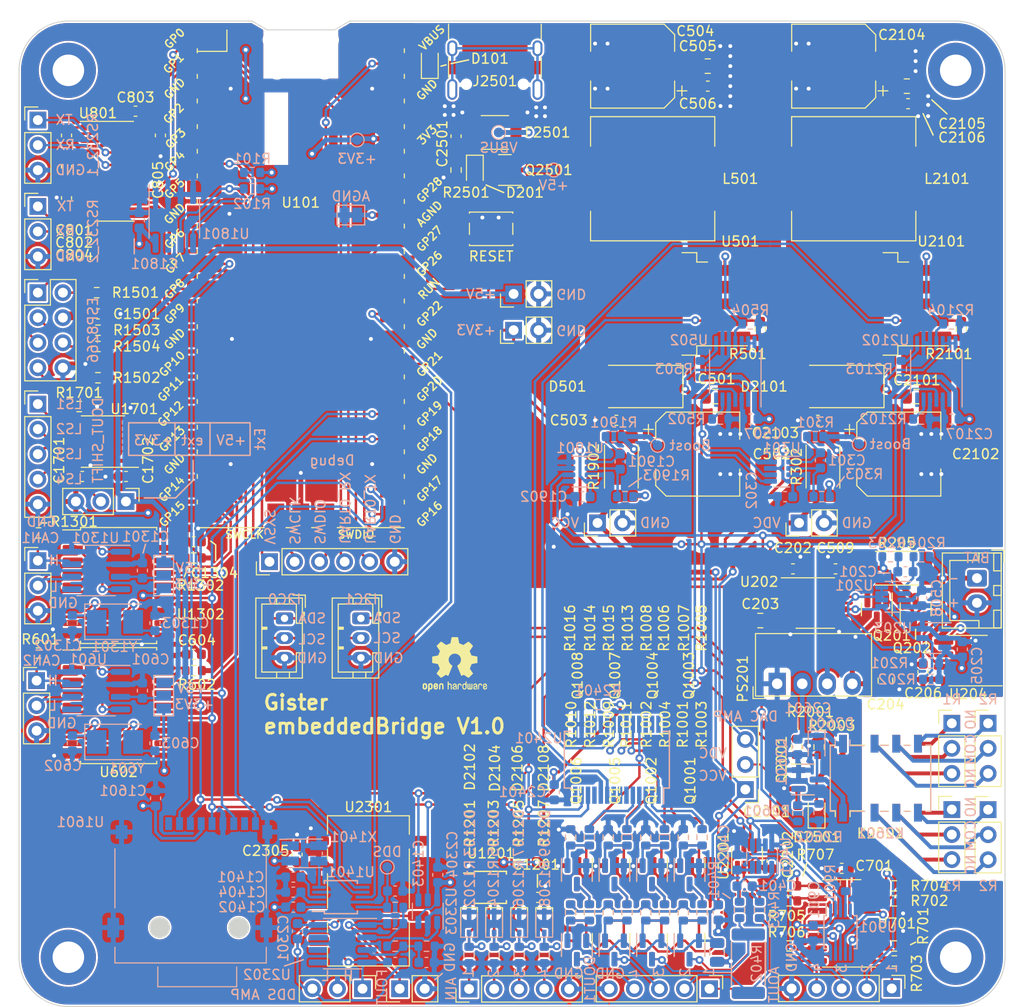
<source format=kicad_pcb>
(kicad_pcb (version 20211014) (generator pcbnew)
  (layers (0 "F.Cu" signal) (31 "B.Cu" signal) (34 "B.Paste" user) (35 "F.Paste" user) (36 "B.SilkS" user "B.Silkscreen") (37 "F.SilkS" user "F.Silkscreen") (38 "B.Mask" user) (39 "F.Mask" user) (44 "Edge.Cuts" user))
  (net 0 "")
  (net 1 "+5V")
  (net 2 "GND")
  (net 3 "+5VD")
  (net 4 "GNDD")
  (net 5 "+3V3")
  (net 6 "/Cu1+")
  (net 7 "/Cu2+")
  (net 8 "VCC")
  (net 9 "VDC")
  (net 10 "/AMP_offset/IN")
  (net 11 "/VSYS")
  (net 12 "/Battery/BAT+")
  (net 13 "/AMP1/OUT1")
  (net 14 "/AMP1/OUT2")
  (net 15 "/AMP1/OUT3")
  (net 16 "/AMP1/OUT4")
  (net 17 "/I2C0_SDA")
  (net 18 "/I2C0_SCL")
  (net 19 "/I2C1_SDA")
  (net 20 "/I2C1_SCL")
  (net 21 "/SWCLK")
  (net 22 "/SWDIO")
  (net 23 "/UART0_RX")
  (net 24 "/UART0_TX")
  (net 25 "/AMP_offset/OUT")
  (net 26 "/IO_Expander/GPA5")
  (net 27 "/IO_Expander/GPA6")
  (net 28 "/IO_Expander/GPA7")
  (net 29 "/IO_Expander/GPB5")
  (net 30 "/IO_Expander/GPB6")
  (net 31 "/IO_Expander/GPB7")
  (net 32 "/Cu4-")
  (net 33 "/Cu3-")
  (net 34 "/Switch1/DOUT3")
  (net 35 "/Switch1/DOUT4")
  (net 36 "/ESP8266/EN")
  (net 37 "/ESP8266/RST")
  (net 38 "/ESP8266/IO0")
  (net 39 "/ESP8266/IO2")
  (net 40 "GNDA")
  (net 41 "/Cu4+")
  (net 42 "/Cu3+")
  (net 43 "/VCC_EN")
  (net 44 "/VDC_EN")
  (net 45 "/DAC1/LDAC")
  (net 46 "/Level Shift/OE")
  (net 47 "Net-(D2102-Pad2)")
  (net 48 "Net-(D2104-Pad2)")
  (net 49 "/RUN")
  (net 50 "/AMP1/IN1+")
  (net 51 "/AMP1/IN2+")
  (net 52 "/AMP1/IN3+")
  (net 53 "/AMP1/IN4+")
  (net 54 "/UART1_RX")
  (net 55 "/UART1_TX")
  (net 56 "/DAC1/RDY")
  (net 57 "/ADC1/RDY")
  (net 58 "/SPI0_SCK")
  (net 59 "/SPI0_MOSI")
  (net 60 "/SPI0_MISO")
  (net 61 "/SPI0_CS_DDS")
  (net 62 "/DOUT1_LS")
  (net 63 "/DOUT2_LS")
  (net 64 "/DOUT3_LS")
  (net 65 "/DOUT4_LS")
  (net 66 "/ADC2")
  (net 67 "/SPI0_CS_CAN2")
  (net 68 "/SPI0_CS_CAN1")
  (net 69 "/IO_Expander/INTA")
  (net 70 "/IO_Expander/INTB")
  (net 71 "Net-(C201-Pad1)")
  (net 72 "Net-(C201-Pad2)")
  (net 73 "Net-(C301-Pad1)")
  (net 74 "Net-(C301-Pad2)")
  (net 75 "Net-(C401-Pad1)")
  (net 76 "Net-(C401-Pad2)")
  (net 77 "Net-(C601-Pad1)")
  (net 78 "Net-(C602-Pad1)")
  (net 79 "Net-(C603-Pad1)")
  (net 80 "Net-(C701-Pad1)")
  (net 81 "Net-(C801-Pad1)")
  (net 82 "Net-(C801-Pad2)")
  (net 83 "Net-(C802-Pad1)")
  (net 84 "Net-(C802-Pad2)")
  (net 85 "Net-(C803-Pad2)")
  (net 86 "Net-(C804-Pad2)")
  (net 87 "Net-(C1301-Pad1)")
  (net 88 "Net-(C1302-Pad1)")
  (net 89 "Net-(C1303-Pad1)")
  (net 90 "Net-(C1401-Pad1)")
  (net 91 "Net-(C1402-Pad2)")
  (net 92 "Net-(C1701-Pad1)")
  (net 93 "Net-(C1901-Pad1)")
  (net 94 "Net-(C1901-Pad2)")
  (net 95 "Net-(C2201-Pad1)")
  (net 96 "Net-(C2201-Pad2)")
  (net 97 "Net-(C2301-Pad1)")
  (net 98 "Net-(C2301-Pad2)")
  (net 99 "Net-(C2302-Pad2)")
  (net 100 "Net-(C2303-Pad1)")
  (net 101 "Net-(C2501-Pad2)")
  (net 102 "/Power1/SW")
  (net 103 "Net-(D2106-Pad2)")
  (net 104 "Net-(D2108-Pad2)")
  (net 105 "Net-(D2501-Pad2)")
  (net 106 "Net-(D2601-Pad2)")
  (net 109 "/Relais1/NO1")
  (net 110 "/Relais1/COM1")
  (net 111 "/Power2/SW")
  (net 112 "/USB/VBUS")
  (net 113 "Net-(J1201-Pad1)")
  (net 114 "Net-(J1201-Pad2)")
  (net 115 "Net-(J1201-Pad3)")
  (net 116 "Net-(J1201-Pad4)")
  (net 117 "Net-(J1701-Pad1)")
  (net 118 "Net-(J1701-Pad2)")
  (net 119 "Net-(J1701-Pad3)")
  (net 120 "Net-(J1701-Pad4)")
  (net 129 "unconnected-(J2501-PadS1)")
  (net 131 "Net-(Q201-Pad1)")
  (net 132 "Net-(Q1001-Pad1)")
  (net 133 "Net-(Q1002-Pad1)")
  (net 134 "Net-(Q1003-Pad1)")
  (net 135 "Net-(Q1003-Pad3)")
  (net 136 "Net-(Q1004-Pad1)")
  (net 137 "Net-(Q1004-Pad3)")
  (net 138 "Net-(Q1005-Pad1)")
  (net 139 "Net-(Q1006-Pad1)")
  (net 140 "Net-(Q1007-Pad1)")
  (net 141 "Net-(Q1007-Pad3)")
  (net 142 "Net-(Q1008-Pad1)")
  (net 143 "Net-(Q1008-Pad3)")
  (net 144 "Net-(Q1101-Pad1)")
  (net 145 "Net-(Q1102-Pad1)")
  (net 146 "Net-(Q1103-Pad1)")
  (net 147 "Net-(Q1103-Pad3)")
  (net 148 "Net-(Q1104-Pad1)")
  (net 149 "Net-(Q1104-Pad3)")
  (net 150 "Net-(Q1105-Pad1)")
  (net 151 "Net-(Q1106-Pad1)")
  (net 152 "Net-(Q1107-Pad1)")
  (net 153 "Net-(Q1107-Pad3)")
  (net 154 "Net-(Q1108-Pad1)")
  (net 155 "Net-(Q1108-Pad3)")
  (net 156 "Net-(Q2001-Pad1)")
  (net 157 "/Relais1/NC1")
  (net 158 "/Relais1/NO2")
  (net 159 "/Relais1/COM2")
  (net 160 "Net-(R502-Pad1)")
  (net 161 "Net-(R503-Pad1)")
  (net 162 "/Power1/FB")
  (net 163 "Net-(R602-Pad2)")
  (net 164 "Net-(R701-Pad2)")
  (net 165 "Net-(R702-Pad2)")
  (net 166 "Net-(R705-Pad2)")
  (net 167 "Net-(R706-Pad2)")
  (net 168 "Net-(R1302-Pad2)")
  (net 169 "Net-(R2102-Pad1)")
  (net 170 "Net-(R2103-Pad1)")
  (net 171 "/Power2/FB")
  (net 172 "Net-(R2301-Pad1)")
  (net 173 "Net-(R2303-Pad2)")
  (net 174 "Net-(R2401-Pad2)")
  (net 178 "Net-(U203-Pad1)")
  (net 180 "Net-(U601-Pad1)")
  (net 181 "Net-(U601-Pad4)")
  (net 190 "Net-(U1301-Pad1)")
  (net 191 "Net-(U1301-Pad4)")
  (net 200 "Net-(U1401-Pad5)")
  (net 211 "/SPI0_CS_SD")
  (net 212 "/CD_SD")
  (net 213 "/AMP_H{slash}L")
  (net 218 "/UART to RS232/TX1")
  (net 219 "/UART to RS232/RX1")
  (net 220 "/UART to RS232/TX2")
  (net 221 "/UART to RS232/RX2")
  (net 224 "/Relais1/NC2")
  (net 225 "/Relais2/NO1")
  (net 226 "/Relais2/COM1")
  (net 227 "/Relais2/NC1")
  (net 228 "/Relais2/NO2")
  (net 229 "/Relais2/COM2")
  (net 230 "/Relais2/NC2")
  (net 231 "Net-(Q2601-Pad1)")
  (net 232 "/Relais1")
  (net 233 "/Relais2")
  (net 234 "/USB/VBUS_FUSED")
  (net 235 "/IO_Expander/GPA1")
  (net 236 "/IO_Expander/GPA2")
  (net 237 "/IO_Expander/GPA3")
  (net 238 "/IO_Expander/GPA4")
  (net 239 "/IO_Expander/GPB1")
  (net 240 "/IO_Expander/GPB2")
  (net 241 "/IO_Expander/GPB3")
  (net 242 "/IO_Expander/GPB4")
  (net 243 "/CAN1/CANH")
  (net 244 "/CAN1/CANL")
  (net 245 "/CAN2/CANH")
  (net 246 "/CAN2/CANL")
  (net 247 "/Battery/SDA_")
  (net 248 "/Battery/SCL_")
  (net 249 "/Battery/BAT+_")
  (footprint "Capacitor_SMD:C_0603_1608Metric" (layer "F.Cu") (at 78.49475 55.58725)
    (fp_text reference "C202")
    (fp_text value "100n")
  )
  (footprint "Capacitor_SMD:C_0603_1608Metric" (layer "F.Cu") (at 90.17 8.382)
    (fp_text reference "C2106")
    (fp_text value "100n")
  )
  (footprint "Resistor_SMD:R_0603_1608Metric" (layer "F.Cu") (at 63.561 90.44975 -90)
    (fp_text reference "R1002")
    (fp_text value "10k")
  )
  (footprint "Resistor_SMD:R_0603_1608Metric" (layer "F.Cu") (at 95.577 31.242 -90)
    (fp_text reference "R2101")
    (fp_text value "10k")
  )
  (footprint "Resistor_SMD:R_0603_1608Metric" (layer "F.Cu") (at 57.846 82.82975 -90)
    (fp_text reference "R1014")
    (fp_text value "10k")
  )
  (footprint "Resistor_SMD:R_2512_6332Metric" (layer "F.Cu") (at 89.027 55.519)
    (fp_text reference "R205")
    (fp_text value "100R")
  )
  (footprint "Diode_SMD:D_SOD-323" (layer "F.Cu") (at 46.228 15.113 -90)
    (fp_text reference "D201")
    (fp_text value "1N5819")
  )
  (footprint "Capacitor_SMD:C_0603_1608Metric" (layer "F.Cu") (at 11.811 9.144 180)
    (fp_text reference "C803")
    (fp_text value "100n")
  )
  (footprint "Connector_PinHeader_2.54mm:PinHeader_1x05_P2.54mm_Vertical" (layer "F.Cu") (at 70.028 98.19675 -90)
    (fp_text reference "J106" hide)
    (fp_text value "DOUT1")
  )
  (footprint "Connector_PinHeader_2.54mm:PinHeader_1x03_P2.54mm_Vertical" (layer "F.Cu") (at 94.605 80.01)
    (fp_text reference "J111" hide)
    (fp_text value "R1_1")
  )
  (footprint "Inductor_SMD:L_12x12mm_H8mm" (layer "F.Cu") (at 64.262 16.002 180)
    (fp_text reference "L501")
    (fp_text value "33uH")
  )
  (footprint "Connector_JST:JST_XH_B2B-XH-A_1x02_P2.50mm_Vertical" (layer "F.Cu") (at 97.155 56.535 -90)
    (fp_text reference "J201" hide)
    (fp_text value "BAT")
  )
  (footprint "Connector_PinHeader_2.54mm:PinHeader_1x03_P2.54mm_Vertical" (layer "F.Cu") (at 1.778 66.929)
    (fp_text reference "J109" hide)
    (fp_text value "CAN2")
  )
  (footprint "Capacitor_SMD:C_0603_1608Metric" (layer "F.Cu") (at 73.584 87.78275)
    (fp_text reference "C2201" hide)
    (fp_text value "100n")
  )
  (footprint "MountingHole:MountingHole_3.2mm_M3_DIN965_Pad" (layer "F.Cu") (at 5 95)
    (fp_text reference "H103" hide)
    (fp_text value "MountingHole_Pad")
  )
  (footprint "Connector_PinHeader_2.54mm:PinHeader_1x03_P2.54mm_Vertical" (layer "F.Cu") (at 10.8385 48.753 -90)
    (fp_text reference "JP1701" hide)
    (fp_text value "Ext")
  )
  (footprint "Capacitor_SMD:C_0805_2012Metric" (layer "F.Cu") (at 90.043 6.604)
    (fp_text reference "C2105")
    (fp_text value "1u")
  )
  (footprint "Resistor_SMD:R_0603_1608Metric" (layer "F.Cu") (at 81.143 73.66 90)
    (fp_text reference "R2003")
    (fp_text value "100k")
  )
  (footprint "Resistor_SMD:R_0603_1608Metric" (layer "F.Cu") (at 59.751 82.82975 90)
    (fp_text reference "R1015")
    (fp_text value "100k")
  )
  (footprint "Connector_PinHeader_2.54mm:PinHeader_1x05_P2.54mm_Vertical" (layer "F.Cu") (at 88.514 98.171 -90)
    (fp_text reference "J101" hide)
    (fp_text value "AOUT")
  )
  (footprint "Resistor_SMD:R_0603_1608Metric" (layer "F.Cu") (at 65.466 90.44975 90)
    (fp_text reference "R1004")
    (fp_text value "100k")
  )
  (footprint "Resistor_SMD:R_0603_1608Metric" (layer "F.Cu") (at 50.724 94.76775 90)
    (fp_text reference "R1205")
    (fp_text value "12k")
  )
  (footprint "Package_SO:TSSOP-14_4.4x5mm_P0.65mm" (layer "F.Cu") (at 8.509 42.672 180)
    (fp_text reference "U1701")
    (fp_text value "TXB0104PW")
  )
  (footprint "MCU_RaspberryPi_and_Boards:RPi_Pico_SMD_TH" (layer "F.Cu") (at 28.575 25.908)
    (fp_text reference "U101")
    (fp_text value "Pico")
  )
  (footprint "Resistor_SMD:R_0603_1608Metric" (layer "F.Cu") (at 1.97 51.943 180)
    (fp_text reference "R1301")
    (fp_text value "120R")
  )
  (footprint "Package_TO_SOT_SMD:SOT-23" (layer "F.Cu") (at 56.576 94.25975 -90)
    (fp_text reference "Q1006")
    (fp_text value "Q_PMOS_GSD")
  )
  (footprint "Connector_PinHeader_2.54mm:PinHeader_1x05_P2.54mm_Vertical" (layer "F.Cu") (at 45.644 98.21775 90)
    (fp_text reference "J1201" hide)
    (fp_text value "AIN")
  )
  (footprint "Capacitor_SMD:C_0603_1608Metric" (layer "F.Cu") (at 82.81275 55.58725 180)
    (fp_text reference "C509")
    (fp_text value "100n")
  )
  (footprint "Capacitor_SMD:C_0603_1608Metric" (layer "F.Cu") (at 17.718 64.262)
    (fp_text reference "C604")
    (fp_text value "100n")
  )
  (footprint "Package_TO_SOT_SMD:SOT-23" (layer "F.Cu") (at 68.006 86.63975 -90)
    (fp_text reference "Q1003")
    (fp_text value "MMBT3904")
  )
  (footprint "PDS1:PSD1" (layer "F.Cu") (at 35.433 88.265 -90)
    (fp_text reference "U2301")
    (fp_text value "PDS1-M")
  )
  (footprint "Resistor_SMD:R_0603_1608Metric" (layer "F.Cu") (at 45.644 94.76775 90)
    (fp_text reference "R1201")
    (fp_text value "12k")
  )
  (footprint "Fuse:Fuse_1812_4532Metric" (layer "F.Cu") (at 48.26 11.303 180)
    (fp_text reference "F2501")
    (fp_text value "Polyfuse")
  )
  (footprint "Resistor_SMD:R_0603_1608Metric" (layer "F.Cu") (at 88.773 93.853 180)
    (fp_text reference "R701")
    (fp_text value "10k")
  )
  (footprint "Capacitor_SMD:C_0805_2012Metric" (layer "F.Cu") (at 70.612 38.1)
    (fp_text reference "C501")
    (fp_text value "1u")
  )
  (footprint "Capacitor_SMD:C_0603_1608Metric" (layer "F.Cu") (at 60.579 40.513 180)
    (fp_text reference "C503")
    (fp_text value "100n")
  )
  (footprint "Package_TO_SOT_SMD:SOT-23" (layer "F.Cu") (at 56.576 86.63975 -90)
    (fp_text reference "Q1008")
    (fp_text value "MMBT3904")
  )
  (footprint "Connector_PinHeader_2.54mm:PinHeader_1x03_P2.54mm_Vertical" (layer "F.Cu") (at 1.905 54.752)
    (fp_text reference "J108" hide)
    (fp_text value "CAN1")
  )
  (footprint "Diode_SMD:D_SOD-323" (layer "F.Cu") (at 41.656 4.318 90)
    (fp_text reference "D101")
    (fp_text value "1N5819")
  )
  (footprint "Capacitor_SMD:C_0603_1608Metric" (layer "F.Cu") (at 8.001 29.718)
    (fp_text reference "C1501")
    (fp_text value "100n")
  )
  (footprint "Capacitor_SMD:CP_Elec_8x10" (layer "F.Cu") (at 89.227 43.942)
    (fp_text reference "C2102")
    (fp_text value "220u")
  )
  (footprint "Capacitor_SMD:C_0805_2012Metric" (layer "F.Cu") (at 70.8 94.51375 -90)
    (fp_text reference "C1002" hide)
    (fp_text value "1u")
  )
  (footprint "Capacitor_SMD:C_0603_1608Metric" (layer "F.Cu") (at 6.4085 46.213)
    (fp_text reference "C1701")
    (fp_text value "100n")
  )
  (footprint "Diode_SMD:D_SOD-323" (layer "F.Cu") (at 45.644 91.46575 -90)
    (fp_text reference "D2102")
    (fp_text value "1N5819")
  )
  (footprint "Package_SO:SOIC-18W_7.5x11.6mm_P1.27mm" (layer "F.Cu") (at 10.098 69.469)
    (fp_text reference "U602")
    (fp_text value "MCP2515-xSO")
  )
  (footprint "Resistor_SMD:R_0603_1608Metric" (layer "F.Cu") (at 78.105 87.757)
    (fp_text reference "R707")
    (fp_text value "68k")
  )
  (footprint "Resistor_SMD:R_0603_1608Metric" (layer "F.Cu") (at 65.466 82.82975 -90)
    (fp_text reference "R1006")
    (fp_text value "10k")
  )
  (footprint "Package_SO:SOIC-8_3.9x4.9mm_P1.27mm" (layer "F.Cu") (at 96.249 64.897 180)
    (fp_text reference "U204")
    (fp_text value "Opamp_Dual")
  )
  (footprint "Connector_PinHeader_2.54mm:PinHeader_1x03_P2.54mm_Vertical" (layer "F.Cu") (at 98.288 80.025)
    (fp_text reference "J114" hide)
    (fp_text value "R2_2")
  )
  (footprint "Resistor_SMD:R_0603_1608Metric" (layer "F.Cu") (at 78.857 73.66 -90)
    (fp_text reference "R2001")
    (fp_text value "10k")
  )
  (footprint "Resistor_SMD:R_0603_1608Metric" (layer "F.Cu") (at 7.874 27.559 180)
    (fp_text reference "R1501")
    (fp_text value "10k")
  )
  (footprint "Resistor_SMD:R_0603_1608Metric" (layer "F.Cu") (at 55.941 82.82975 90)
    (fp_text reference "R1016")
    (fp_text value "100k")
  )
  (footprint "Resistor_SMD:R_0603_1608Metric" (layer "F.Cu") (at 8.001 33.02)
    (fp_text reference "R1504")
    (fp_text value "10k")
  )
  (footprint "Connector_PinHeader_2.54mm:PinHeader_1x03_P2.54mm_Vertical" (layer "F.Cu") (at 34.834 98.19675 -90)
    (fp_text reference "JP2301" hide)
    (fp_text value "DDS AMP")
  )
  (footprint "Resistor_SMD:R_0603_1608Metric" (layer "F.Cu") (at 75.184 31.242 -90)
    (fp_text reference "R501")
    (fp_text value "10k")
  )
  (footprint "Connector_PinHeader_2.54mm:PinHeader_1x02_P2.54mm_Vertical" (layer "F.Cu") (at 79.116 50.927 90)
    (fp_text reference "J110" hide)
    (fp_text value "VDC")
  )
  (footprint "Resistor_SMD:R_0603_1608Metric" (layer "F.Cu") (at 63.561 82.82975 90)
    (fp_text reference "R1008")
    (fp_text value "100k")
  )
  (footprint "Capacitor_SMD:C_0603_1608Metric" (layer "F.Cu") (at 4.8145 14.7775 90)
    (fp_text reference "C802")
    (fp_text value "100n")
  )
  (footprint "Diode_SMD:D_SOD-323" (layer "F.Cu") (at 48.184 91.46575 -90)
    (fp_text reference "D2104")
    (fp_text value "1N5819")
  )
  (footprint "Package_SO:SOIC-14_3.9x8.7mm_P1.27mm" (layer "F.Cu") (at 83.439 91.562 180)
    (fp_text reference "U701")
    (fp_text value "LM324")
  )
  (footprint "Resistor_SMD:R_0603_1608Metric" (layer "F.Cu") (at 17.718 65.913 180)
    (fp_text reference "R602")
    (fp_text value "10k")
  )
  (footprint "Resistor_SMD:R_0603_1608Metric" (layer "F.Cu") (at 67.371 90.44975 -90)
    (fp_text reference "R1001")
    (fp_text value "10k")
  )
  (footprint "Diode_SMD:D_SOD-323" (layer "F.Cu") (at 50.724 91.46575 -90)
    (fp_text reference "D2106")
    (fp_text value "1N5819")
  )
  (footprint "Connector_PinHeader_2.54mm:PinHeader_1x03_P2.54mm_Vertical" (layer "F.Cu") (at 98.288 71.262)
    (fp_text reference "J113" hide)
    (fp_text value "R2_1")
  )
  (footprint "Package_TO_SOT_SMD:SOT-23" (layer "F.Cu") (at 64.196 86.63975 -90)
    (fp_text reference "Q1004")
    (fp_text value "MMBT3904")
  )
  (footprint "Connector_PinHeader_2.54mm:PinHeader_1x05_P2.54mm_Vertical" (layer "F.Cu") (at 1.905 38.867)
    (fp_text reference "J1701" hide)
    (fp_text value "DOUT_SHIFT")
  )
  (footprint "Button_Switch_SMD:SW_SPST_PTS810" (layer "F.Cu") (at 47.879 21.082 180)
    (fp_text reference "SW101" hide)
    (fp_text value "RESET")
  )
  (footprint "Connector_PinHeader_2.54mm:PinHeader_1x03_P2.54mm_Vertical" (layer "F.Cu") (at 1.905 18.811)
    (fp_text reference "J115" hide)
    (fp_text value "RS232_2")
  )
  (footprint "Package_TO_SOT_SMD:SOT-23" (layer "F.Cu") (at 86.995 59.71 -90)
    (fp_text reference "Q202")
    (fp_text value "Q_PNP_BCE")
  )
  (footprint "Resistor_SMD:R_0603_1608Metric" (layer "F.Cu") (at 78.105 89.281)
    (fp_text reference "R705")
    (fp_text value "10k")
  )
  (footprint "Capacitor_SMD:C_0603_1608Metric" (layer "F.Cu") (at 91.677 66.04 90)
    (fp_text reference "C206")
    (fp_text value "100n")
  )
  (footprint "Connector_PinHeader_2.54mm:PinHeader_1x03_P2.54mm_Vertical" (layer "F.Cu") (at 73.66 77.978 180)
    (fp_text reference "JP701" hide)
    (fp_text value "DAC AMP")
  )
  (footprint "Resistor_SMD:R_0603_1608Metric" (layer "F.Cu") (at 1.97 64.135 180)
    (fp_text reference "R601")
    (fp_text value "120R")
  )
  (footprint "Resistor_SMD:R_0603_1608Metric" (layer "F.Cu") (at 55.941 90.44975 -90)
    (fp_text reference "R1010")
    (fp_text value "10k")
  )
  (footprint "Capacitor_SMD:CP_Elec_8x10" (layer "F.Cu") (at 82.623 4.572 180)
    (fp_text reference "C2104")
    (fp_text value "47u")
  )
  (footprint "Connector_JST:JST_PH_B3B-PH-K_1x03_P2.00mm_Vertical" (layer "F.Cu") (at 26.924 60.611 -90)
    (fp_text reference "J103" hide)
    (fp_text value "I2C0")
  )
  (footprint "Capacitor_SMD:C_0805_2012Metric" (layer "F.Cu") (at 87.867 66.929 -90)
    (fp_text reference "C204")
    (fp_text value "1u")
  )
  (footprint "Capacitor_SMD:CP_Elec_8x10" (layer "F.Cu") (at 62.23 4.572 180)
    (fp_text reference "C504")
    (fp_text value "47u")
  )
  (footprint "Capacitor_SMD:C_0603_1608Metric" (layer "F.Cu") (at 17.718 52.832)
    (fp_text reference "C1304")
    (fp_text value "100n")
  )
  (footprint "Diode_SMD:D_SMA-SMB_Universal_Handsoldering" (layer "F.Cu") (at 82.877 37.084 180)
    (fp_text reference "D2101")
    (fp_text value "D_Schottky")
  )
  (footprint "Capacitor_SMD:C_0603_1608Metric" (layer "F.Cu") (at 28.194 84.582 90)
    (fp_text reference "C2305")
    (fp_text value "100n")
  )
  (footprint "Capacitor_SMD:C_0603_1608Metric" (layer "F.Cu") (at 70.927 90.44975 -90)
    (fp_text reference "C1001" hide)
    (fp_text value "100n")
  )
  (footprint "Resistor_SMD:R_0603_1608Metric" (layer "F.Cu") (at 78.105 93.853)
    (fp_text reference "R706")
    (fp_text value "10k")
  )
  (footprint "Resistor_SMD:R_2512_6332Metric" (layer "F.Cu") (at 81.534 45.212 -90)
    (fp_text reference "R302")
    (fp_text value "100R")
  )
  (footprint "Connector_PinHeader_2.54mm:PinHeader_1x02_P2.54mm_Vertical" (layer "F.Cu") (at 58.669 50.927 90)
    (fp_text reference "J105" hide)
    (fp_text value "VCC")
  )
  (footprint "Connector_PinHeader_2.54mm:PinHeader_2x04_P2.54mm_Vertical" (layer "F.Cu") (at 1.905 27.559)
    (fp_text reference "J1501" hide)
    (fp_text value "ESP8266")
  )
  (footprint "Capacitor_SMD:C_0603_1608Metric" (layer "F.Cu") (at 83.439 85.979 180)
    (fp_text reference "C701")
    (fp_text value "100n")
  )
  (footprint "Converter_DCDC:Converter_DCDC_Murata_MEE1SxxxxSC_THT" (layer "F.Cu") (at 76.8935 67.2475 90)
    (fp_text reference "PS201")
    (fp_text value "1S4E_0505S1U")
  )
  (footprint "Capacitor_SMD:C_0603_1608Metric" (layer "F.Cu") (at 4.8145 11.6025 90)
    (fp_text reference "C801")
    (fp_text value "100n")
  )
  (footprint "Connector_USB:USB_C_Receptacle_HRO_TYPE-C-31-M-12" (layer "F.Cu") (at 48.26 3.81 180)
    (fp_text reference "J2501")
    (fp_text value "USB_C_Receptacle_USB2.0")
  )
  (footprint "Connector_PinHeader_2.54mm:PinHeader_1x03_P2.54mm_Vertical" (layer "F.Cu") (at 1.905 10.048)
    (fp_text reference "J116" hide)
    (fp_text value "RS232_1")
  )
  (footprint "Package_TO_SOT_SMD:SOT-23" (layer "F.Cu") (at 80 76.962)
    (fp_text reference "Q2001")
    (fp_text value "Q_NMOS_GSD")
  )
  (footprint "Resistor_SMD:R_0603_1608Metric" (layer "F.Cu") (at 73.076 90.19575 90)
    (fp_text reference "R2201" hide)
    (fp_text value "10R")
  )
  (footprint "Package_TO_SOT_SMD:SOT-23" (layer "F.Cu") (at 64.196 94.25975 -90)
    (fp_text reference "Q1002")
    (fp_text value "Q_PMOS_GSD")
  )
  (footprint "Capacitor_SMD:CP_Elec_8x10" (layer "F.Cu") (at 68.834 43.942)
    (fp_text reference "C502")
    (fp_text value "220u")
  )
  (footprint "Capacitor_SMD:C_0603_1608Metric" (layer "F.Cu") (at 14.3395 11.6025 -90)
    (fp_text reference "C805")
    (fp_text value "100n")
  )
  (footprint "Connector_PinHeader_2.54mm:PinHeader_1x02_P2.54mm_Vertical" (layer "F.Cu") (at 50.16 31.369 90)
    (fp_text reference "J117" hide)
    (fp_text value "+3V3")
  )
  (footprint "Resistor_SMD:R_0603_1608Metric" (layer "F.Cu") (at 78.105 95.377)
    (fp_text reference "R708" hide)
    (fp_text value "68k")
  )
  (footprint "Package_TO_SOT_SMD:SOT-23" (layer "F.Cu") (at 49.276 15.113 180)
    (fp_text reference "Q2501")
    (fp_text value "Q_PMOS_GSD")
  )
  (footprint "Capacitor_SMD:C_0603_1608Metric" (layer "F.Cu") (at 4.8145 17.9525 90)
    (fp_text reference "C804")
    (fp_text value "100n")
  )
  (footprint "Capacitor_SMD:C_0805_2012Metric" (layer "F.Cu") (at 91.005 38.1)
    (fp_text reference "C2101")
    (fp_text value "1u")
  )
  (footprint "Package_TO_SOT_SMD:SOT-23" (layer "F.Cu") (at 60.386 86.63975 -90)
    (fp_text reference "Q1007")
    (fp_text value "MMBT3904")
  )
  (footprint "Diode_SMD:D_SOD-323" (layer "F.Cu") (at 53.264 91.46575 -90)
    (fp_text reference "D2108")
    (fp_text value "1N5819")
  )
  (footprint "Capacitor_SMD:C_0603_1608Metric" (layer "F.Cu") (at 76.378 85.24275 90)
    (fp_text reference "C2202")
    (fp_text value "100n")
  )
  (footprint "Connector_PinHeader_2.54mm:PinHeader_1x03_P2.54mm_Vertical" (layer "F.Cu") (at 94.605 71.262)
    (fp_text reference "J112" hide)
    (fp_text value "R1_2")
  )
  (footprint "Resistor_SMD:R_0603_1608Metric" (layer "F.Cu") (at 53.264 94.76775 90)
    (fp_text reference "R1207")
    (fp_text value "12k")
  )
  (footprint "Package_TO_SOT_SMD:SOT-23" (layer "F.Cu") (at 60.386 94.25975 -90)
    (fp_text reference "Q1005")
    (fp_text value "Q_PMOS_GSD")
  )
  (footprint "Diode_SMD:D_SMA-SMB_Universal_Handsoldering" (layer "F.Cu") (at 62.484 37.084 180)
    (fp_text reference "D501")
    (fp_text value "D_Schottky")
  )
  (footprint "Resistor_SMD:R_0603_1608Metric" (layer "F.Cu") (at 61.656 82.82975 -90)
    (fp_text reference "R1013")
    (fp_text value "10k")
  )
  (footprint "Resistor_SMD:R_0603_1608Metric" (layer "F.Cu") (at 69.276 90.44975 90)
    (fp_text reference "R1003")
    (fp_text value "100k")
  )
  (footprint "Resistor_SMD:R_0603_1608Metric" (layer "F.Cu") (at 88.773 95.377 180)
    (fp_text reference "R703")
    (fp_text value "68k")
  )
  (footprint "Resistor_SMD:R_0603_1608Metric" (layer "F.Cu") (at 44.323 15.113 -90)
    (fp_text reference "R2501")
    (fp_text value "100k")
  )
  (footprint "Resistor_SMD:R_0603_1608Metric" (layer "F.Cu") (at 75.108 90.19575 90)
    (fp_text reference "R2203" hide)
    (fp_text value "10R")
  )
  (footprint "Resistor_SMD:R_2512_6332Metric" (layer "F.Cu") (at 61.087 45.212 -90)
    (fp_text reference "R1902")
    (fp_text value "100R")
  )
  (footprint "Resistor_SMD:R_2512_6332Metric" (layer "F.Cu") (at 73.965 95.65675 -90)
    (fp_text reference "R2202" hide)
    (fp_text value "100R")
  )
  (footprint "Package_SO:SOIC-16_3.9x9.9mm_P1.27mm" (layer "F.Cu") (at 9.652 15.24)
    (fp_text reference "U801")
    (fp_text value "MAX3232")
  )
  (footprint "Capacitor_SMD:C_0603_1608Metric" (layer "F.Cu") (at 10.8535 46.213 180)
    (fp_text reference "C1702")
    (fp_text value "100n")
  )
  (footprint "Resistor_SMD:R_0603_1608Metric" (layer "F.Cu") (at 88.773 87.757 180)
    (fp_text reference "R704")
    (fp_text value "68k")
  )
  (footprint "Resistor_SMD:R_0603_1608Metric" (layer "F.Cu") (at 8.001 36.195 180)
    (fp_text reference "R1502")
    (fp_text value "10k")
  )
  (footprint "Connector_JST:JST_PH_B3B-PH-K_1x03_P2.00mm_Vertical" (layer "F.Cu") (at 34.671 60.611 -90)
    (fp_text reference "J102" hide)
    (fp_text value "I2C1")
  )
  (footprint "Package_SO:SOIC-8_3.9x4.9mm_P1.27mm" (layer "F.Cu") (at 80.755 59.055)
    (fp_text reference "U202")
    (fp_text value "ISO1540")
  )
  (footprint "MountingHole:MountingHole_3.2mm_M3_DIN965_Pad" (layer "F.Cu") (at 95 95)
    (fp_text reference "H104" hide)
    (fp_text value "MountingHole_Pad")
  )
  (footprint "Connector_PinHeader_2.54mm:PinHeader_1x02_P2.54mm_Vertical" (layer "F.Cu") (at 50.16 27.686 90)
    (fp_text reference "J118" hide)
    (fp_text value "+5V")
  )
  (footprint "Package_TO_SOT_SMD:SOT-23" (layer "F.Cu") (at 90.932 59.71 90)
    (fp_text reference "Q201")
    (fp_text value "Q_NPN_BCE")
  )
  (footprint "Resistor_SMD:R_0603_1608Metric" (layer "F.Cu") (at 67.371 82.82975 90)
    (fp_text reference "R1007")
    (fp_text value "100k")
  )
  (footprint "Capacitor_SMD:C_0603_1608Metric" (layer "F.Cu") (at 81.026 40.513 180)
    (fp_text reference "C2103")
    (fp_text value "100n")
  )
  (footprint "Resistor_SMD:R_0603_1608Metric" (layer "F.Cu") (at 69.276 82.82975 -90)
    (fp_text reference "R1005")
    (fp_text value "10k")
  )
  (footprint "MountingHole:MountingHole_3.2mm_M3_DIN965_Pad" (layer "F.Cu") (at 95 5)
    (fp_text reference "H102" hide)
    (fp_text value "MountingHole_Pad")
  )
  (footprint "Resistor_SMD:R_0603_1608Metric" (layer "F.Cu") (at 88.773 89.281 180)
    (fp_text reference "R702")
    (fp_text value "10k")
  )
  (footprint "Resistor_SMD:R_0603_1608Metric" (layer "F.Cu") (at 61.656 90.44975 90)
    (fp_text reference "R1011")
    (fp_text value "100k")
  )
  (footprint "Connector_PinHeader_2.54mm:PinHeader_1x06_P2.54mm_Vertical" (layer "F.Cu") (at 25.4 54.864 90)
    (fp_text reference "J104" hide)
    (fp_text value "Debug")
  )
  (footprint "Package_SO:SOIC-18W_7.5x11.6mm_P1.27mm" (layer "F.Cu") (at 10.098 57.277)
    (fp_text reference "U1302")
    (fp_text value "MCP2515-xSO")
  )
  (footprint "Inductor_SMD:L_12x12mm_H8mm" (layer "F.Cu") (at 84.655 16.002 180)
    (fp_text reference "L2101")
    (fp_text value "33uH")
  )
  (footprint "Capacitor_SMD:C_0603_1608Metric" (layer "F.Cu") (at 52.629 88.92575)
    (fp_text reference "C1201")
    (fp_text value "100n")
  )
  (footprint "Capacitor_SMD:C_0805_2012Metric" (layer "F.Cu") (at 69.85 4.572)
    (fp_text reference "C505")
    (fp_text value "1u")
  )
  (footprint "MountingHole:MountingHole_3.2mm_M3_DIN965_Pad" (layer "F.Cu") (at 5 5)
    (fp_text reference "H101" hide)
    (fp_text value "MountingHole_Pad")
  )
  (footprint "Symbol:OSHW-Logo2_7.3x6mm_SilkScreen" (layer "F.Cu") (at 44.196 65.278)
    (fp_text reference "REF**" hide)
    (fp_text value "OSHW-Logo2_7.3x6mm_SilkScreen" hide)
  )
  (footprint "Package_TO_SOT_SMD:SOT-23" (layer "F.Cu") (at 68.006 94.25975 -90)
    (fp_text reference "Q1001")
    (fp_text value "Q_PMOS_GSD")
  )
  (footprint "Package_TO_SOT_SMD:TO-263-5_TabPin3" (layer "F.Cu") (at 65.786 28.702 180)
    (fp_text reference "U501")
    (fp_text value "XL6009")
  )
  (footprint "Capacitor_SMD:C_0603_1608Metric" (layer "F.Cu") (at 69.85 6.604)
    (fp_text reference "C506")
    (fp_text value "100n")
  )
  (footprint "Resistor_SMD:R_0603_1608Metric" (layer "F.Cu") (at 57.846 90.44975 90)
    (fp_text reference "R1012")
    (fp_text value "100k")
  )
  (footprint "Resistor_SMD:R_0603_1608Metric" (layer "F.Cu") (at 17.718 54.483 180)
    (fp_text reference "R1302")
    (fp_text value "10k")
  )
  (footprint "Relay_SMD:Relay_DPDT_Omron_G6K-2F-Y" (layer "F.Cu") (at 87.376 76.835 90)
    (fp_text reference "K2501")
    (fp_text value "G6K-2F-Y")
  )
  (footprint "Resistor_SMD:R_0603_1608Metric" (layer "F.Cu") (at 48.184 94.76775 90)
    (fp_text reference "R1203")
    (fp_text value "12k")
  )
  (footprint "Diode_SMD:D_SOD-323" (layer "F.Cu") (at 80.889 80.391 90)
    (fp_text reference "D2501")
    (fp_text value "1N5819")
  )
  (footprint "Capacitor_SMD:C_0603_1608Metric" (layer "F.Cu") (at 78.984 80.391 90)
    (fp_text reference "C2001")
    (fp_text value "100n")
  )
  (footprint "Resistor_SMD:R_0603_1608Metric" (layer "F.Cu") (at 6.096 39.116)
    (fp_text reference "R1701")
    (fp_text value "10k")
  )
  (footprint "Connector_PinHeader_2.54mm:PinHeader_1x02_P2.54mm_Vertical" (layer "F.Cu") (at 38.603 98.19675 90)
    (fp_text reference "J107" hide)
    (fp_text value "FOUT")
  )
  (footprint "Package_SO:TSSOP-10_3x3mm_P0.5mm" (layer "F.Cu") (at 47.803 87.90975)
    (fp_text reference "U1201")
    (fp_text value "ADS1115IDGS")
  )
  (footprint "Capacitor_SMD:C_0603_1608Metric" (layer "F.Cu") (at 44.323 11.684 -90)
    (fp_text reference "C2501")
    (fp_text value "100n")
  )
  (footprint "Package_TO_SOT_SMD:TO-263-5_TabPin3" (layer "F.Cu") (at 86.179 28.702 180)
    (fp_text reference "U2101")
    (fp_text value "XL6009")
  )
  (footprint "Resistor_SMD:R_0603_1608Metric" (layer "F.Cu") (at 8.001 31.369)
    (fp_text reference "R1503")
    (fp_text value "10k")
  )
  (footprint "Resistor_SMD:R_0603_1608Metric" (layer "F.Cu") (at 59.751 90.44975 -90)
    (fp_text reference "R1009")
    (fp_text value "10k")
  )
  (footprint "Package_TO_SOT_SMD:SOT-23-8" (layer "F.Cu") (at 73.838 84.73475 90)
    (fp_text reference "U2201")
    (fp_text value "INA219AxDCN")
  )
  (footprint "Capacitor_SMD:C_0805_2012Metric" (layer "F.Cu") (at 75.184 60.833)
    (fp_text reference "C203")
    (fp_text value "1u")
  )
  (footprint "Package_TO_SOT_SMD:SOT-23-8" (layer "B.Cu") (at 88.629 58.42 180)
    (fp_text reference "U201")
    (fp_text value "INA219AxDCN")
  )
  (footprint "Resistor_SMD:R_0603_1608Metric" (layer "B.Cu") (at 61.656 90.44975 90)
    (fp_text reference "R1111" hide)
    (fp_text value "100k")
  )
  (footprint "Resistor_SMD:R_0603_1608Metric" (layer "B.Cu") (at 65.466 82.82975 -90)
    (fp_text reference "R1106" hide)
    (fp_text value "10k")
  )
  (footprint "Capacitor_SMD:C_0603_1608Metric" (layer "B.Cu") (at 60.96 44.704 -90)
    (fp_text reference "C1901")
    (fp_text value "100n")
  )
  (footprint "Package_TO_SOT_SMD:SOT-23-8" (layer "B.Cu") (at 77.343 45.72 180)
    (fp_text reference "U301")
    (fp_text value "INA219AxDCN")
  )
  (footprint "Capacitor_SMD:C_0603_1608Metric" (layer "B.Cu") (at 38.151 95.52975 180)
    (fp_text reference "C2302" hide)
    (fp_text value "100n")
  )
  (footprint "Capacitor_SMD:C_0603_1608Metric" (layer "B.Cu") (at 13.781 61.087 90)
    (fp_text reference "C1303")
    (fp_text value "22p")
  )
  (footprint "Resistor_SMD:R_0603_1608Metric" (layer "B.Cu") (at 88.375 54.356)
    (fp_text reference "R203")
    (fp_text value "10R")
  )
  (footprint "Resistor_SMD:R_0603_1608Metric" (layer "B.Cu") (at 69.088 35.306 -90)
    (fp_text reference "R503")
    (fp_text value "10k")
  )
  (footprint "Package_SO:TSSOP-14_4.4x5mm_P0.65mm" (layer "B.Cu") (at 93.037 35.56 90)
    (fp_text reference "U2102")
    (fp_text value "MCP45HV31-ST")
  )
  (footprint "Capacitor_SMD:C_0603_1608Metric" (layer "B.Cu") (at 94.561 40.386 180)
    (fp_text reference "C2107")
    (fp_text value "100n")
  )
  (footprint "TestPoint:TestPoint_Pad_D1.0mm" (layer "B.Cu") (at 37.338 85.852)
    (fp_text reference "TP102" hide)
    (fp_text value "DDS")
  )
  (footprint "Diode_SMD:D_SOD-323" (layer "B.Cu") (at 45.644 91.46575 90)
    (fp_text reference "D2103")
    (fp_text value "1N5819")
  )
  (footprint "Resistor_SMD:R_0603_1608Metric" (layer "B.Cu") (at 67.371 82.82975 90)
    (fp_text reference "R1107" hide)
    (fp_text value "100k")
  )
  (footprint "Capacitor_SMD:C_0603_1608Metric" (layer "B.Cu") (at 77.69875 48.26 180)
    (fp_text reference "C302")
    (fp_text value "100n")
  )
  (footprint "Capacitor_SMD:C_0603_1608Metric" (layer "B.Cu") (at 54.28 78.25775 -90)
    (fp_text reference "C2401")
    (fp_text value "100n")
  )
  (footprint "Resistor_SMD:R_0603_1608Metric" (layer "B.Cu") (at 23.622 15.367)
    (fp_text reference "R101")
    (fp_text value "4k7")
  )
  (footprint "TestPoint:TestPoint_Pad_D1.0mm" (layer "B.Cu") (at 48.641 11.303 180)
    (fp_text reference "TP201" hide)
    (fp_text value "VBUS")
  )
  (footprint "Resistor_SMD:R_0603_1608Metric" (layer "B.Cu") (at 61.656 82.82975 -90)
    (fp_text reference "R1113" hide)
    (fp_text value "10k")
  )
  (footprint "Resistor_SMD:R_0603_1608Metric" (layer "B.Cu") (at 63.561 82.82975 90)
    (fp_text reference "R1108" hide)
    (fp_text value "100k")
  )
  (footprint "Resistor_SMD:R_0603_1608Metric" (layer "B.Cu") (at 81.143 80.264 -90)
    (fp_text reference "R2602")
    (fp_text value "100k")
  )
  (footprint "Resistor_SMD:R_0603_1608Metric" (layer "B.Cu") (at 89.481 35.306 -90)
    (fp_text reference "R2103")
    (fp_text value "10k")
  )
  (footprint "Package_TO_SOT_SMD:SOT-23" (layer "B.Cu") (at 56.576 94.25975 -90)
    (fp_text reference "Q1106" hide)
    (fp_text value "Q_PMOS_GSD")
  )
  (footprint "Package_SO:MSOP-10_3x3mm_P0.5mm" (layer "B.Cu") (at 32.639 88.9)
    (fp_text reference "U1401")
    (fp_text value "AD9833xRM")
  )
  (footprint "Capacitor_SMD:C_0805_2012Metric" (layer "B.Cu") (at 70.8 94.51375 -90)
    (fp_text reference "C1102" hide)
    (fp_text value "1u")
  )
  (footprint "Capacitor_SMD:C_0603_1608Metric" (layer "B.Cu") (at 89.899 55.88)
    (fp_text reference "C201")
    (fp_text value "100n")
  )
  (footprint "Resistor_SMD:R_0603_1608Metric" (layer "B.Cu") (at 59.751 82.82975 90)
    (fp_text reference "R1115" hide)
    (fp_text value "100k")
  )
  (footprint "Package_TO_SOT_SMD:SOT-23" (layer "B.Cu") (at 60.386 94.25975 -90)
    (fp_text reference "Q1105" hide)
    (fp_text value "Q_PMOS_GSD")
  )
  (footprint "Capacitor_SMD:C_0603_1608Metric" (layer "B.Cu") (at 5.399 73.279 -90)
    (fp_text reference "C602")
    (fp_text value "22p")
  )
  (footprint "Capacitor_SMD:C_0603_1608Metric" (layer "B.Cu") (at 74.168 40.386 180)
    (fp_text reference "C507")
    (fp_text value "100n")
  )
  (footprint "TestPoint:TestPoint_Pad_D1.0mm" (layer "B.Cu") (at 54.229 15.113 180)
    (fp_text reference "TP202" hide)
    (fp_text value "+5V")
  )
  (footprint "Package_SO:SOIC-8_3.9x4.9mm_P1.27mm" (layer "B.Cu") (at 7.812 67.945 180)
    (fp_text reference "U601")
    (fp_text value "TJA1051T-3")
  )
  (footprint "Resistor_SMD:R_0603_1608Metric" (layer "B.Cu") (at 59.751 90.44975 -90)
    (fp_text reference "R1109" hide)
    (fp_text value "10k")
  )
  (footprint "Resistor_SMD:R_0603_1608Metric" (layer "B.Cu") (at 75.108 90.19575 90)
    (fp_text reference "R403")
    (fp_text value "10R")
  )
  (footprint "Resistor_SMD:R_0603_1608Metric" (layer "B.Cu") (at 23.622 17.018)
    (fp_text reference "R102")
    (fp_text value "4k7")
  )
  (footprint "Capacitor_SMD:C_0603_1608Metric" (layer "B.Cu") (at 27.813 86.868 180)
    (fp_text reference "C1401")
    (fp_text value "100n")
  )
  (footprint "Package_TO_SOT_SMD:SOT-23" (layer "B.Cu") (at 80 76.962)
    (fp_text reference "Q2601")
    (fp_text value "Q_NMOS_GSD")
  )
  (footprint "Resistor_SMD:R_0603_1608Metric" (layer "B.Cu") (at 78.984 80.391 90)
    (fp_text reference "R2601")
    (fp_text value "10k")
  )
  (footprint "Resistor_SMD:R_0603_1608Metric" (layer "B.Cu") (at 92.496849 65.151 180)
    (fp_text reference "R201")
    (fp_text value "4k7")
  )
  (footprint "Resistor_SMD:R_0603_1608Metric" (layer "B.Cu") (at 53.264 94.76775 -90)
    (fp_text reference "R1208")
    (fp_text value "1k5")
  )
  (footprint "Resistor_SMD:R_0603_1608Metric" (layer "B.Cu") (at 57.846 90.44975 90)
    (fp_text reference "R1112" hide)
    (fp_text value "100k")
  )
  (footprint "Capacitor_SMD:C_0603_1608Metric" (layer "B.Cu") (at 41.326 95.52975)
    (fp_text reference "C2303" hide)
    (fp_text value "680n")
  )
  (footprint "Capacitor_SMD:C_0603_1608Metric" (layer "B.Cu") (at 81.28 44.577 -90)
    (fp_text reference "C301")
    (fp_text value "100n")
  )
  (footprint "Capacitor_SMD:C_0603_1608Metric" (layer "B.Cu") (at 78.984 73.66 -90)
    (fp_text reference "C2601")
    (fp_text value "100n")
  )
  (footprint "Package_SO:MSOP-10_3x3mm_P0.5mm" (layer "B.Cu") (at 83.312 92.456 -90)
    (fp_text reference "U901")
    (fp_text value "MCP4728")
  )
  (footprint "Resistor_SMD:R_0603_1608Metric" (layer "B.Cu") (at 94.561 30.734)
    (fp_text reference "R2104")
    (fp_text value "470R")
  )
  (footprint "Capacitor_SMD:C_0603_1608Metric" (layer "B.Cu") (at 57.15 48.26 180)
    (fp_text reference "C1902")
    (fp_text value "100n")
  )
  (footprint "Capacitor_SMD:C_0603_1608Metric" (layer "B.Cu") (at 27.813 88.392 180)
    (fp_text reference "C1404")
    (fp_text value "100n")
  )
  (footprint "Package_TO_SOT_SMD:SOT-23-6" (layer "B.Cu") (at 41.453 90.32275 90)
    (fp_text reference "U2303")
    (fp_text value "MCP4725xxx-xCH")
  )
  (footprint "Resistor_SMD:R_0603_1608Metric" (layer "B.Cu") (at 41.326 93.87875)
    (fp_text reference "R2304" hide)
    (fp_text value "10k")
  )
  (footprint "Resistor_SMD:R_0603_1608Metric" (layer "B.Cu") (at 80.74675 42.164 180)
    (fp_text reference "R301")
    (fp_text value "10R")
  )
  (footprint "SD:FT-01A" (layer "B.Cu") (at 25.072 91.989 180)
    (fp_text reference "U1601")
    (fp_text value "TF-01A")
    (fp_circle (center 10.81 0) (end 11.81 0) (layer "Edge.Cuts") (width 0.12) (fill solid))
    (fp_circle (center 2.8 0) (end 3.8 0) (layer "Edge.Cuts") (width 0.12) (fill solid))
  )
  (footprint "Diode_SMD:D_SOD-323" (layer "B.Cu") (at 50.724 91.46575 90)
    (fp_text reference "D2107")
    (fp_text value "1N5819")
  )
  (footprint "Resistor_SMD:R_0603_1608Metric" (layer "B.Cu") (at 67.371 90.44975 -90)
    (fp_text reference "R1101" hide)
    (fp_text value "10k")
  )
  (footprint "Resistor_SMD:R_0603_1608Metric" (layer "B.Cu") (at 91.55 54.356 180)
    (fp_text reference "R204")
    (fp_text value "10R")
  )
  (footprint "Resistor_SMD:R_0603_1608Metric" (layer "B.Cu") (at 57.846 82.82975 -90)
    (fp_text reference "R1114" hide)
    (fp_text value "10k")
  )
  (footprint "Capacitor_SMD:C_0603_1608Metric" (layer "B.Cu") (at 42.469 86.63975 90)
    (fp_text reference "C2304")
    (fp_text value "100n")
  )
  (footprint "Capacitor_SMD:C_0603_1608Metric" (layer "B.Cu") (at 95.671849 63.754 90)
    (fp_text reference "C205")
    (fp_text value "100n")
  )
  (footprint "Capacitor_SMD:C_0603_1608Metric" (layer "B.Cu") (at 91.55 58.547 90)
    (fp_text reference "C508")
    (fp_text value "100n")
  )
  (footprint "Package_TO_SOT_SMD:SOT-23-8" (layer "B.Cu") (at 56.896 45.72 180)
    (fp_text reference "U1901")
    (fp_text value "INA219AxDCN")
  )
  (footprint "Resistor_SMD:R_0603_1608Metric" (layer "B.Cu") (at 48.184 94.76775 -90)
    (fp_text reference "R1204")
    (fp_text value "1k5")
  )
  (footprint "Package_SO:SOIC-8_3.9x4.9mm_P1.27mm" (layer "B.Cu") (at 7.812 55.753 180)
    (fp_text reference "U1301")
    (fp_text value "TJA1051T-3")
  )
  (footprint "Capacitor_SMD:C_0603_1608Metric" (layer "B.Cu") (at 13.843 78.867 90)
    (fp_text reference "C1601")
    (fp_text value "100n")
  )
  (footprint "Resistor_SMD:R_2512_6332Metric" (layer "B.Cu") (at 73.965 95.65675 -90)
    (fp_text reference "R402")
    (fp_text value "100R")
  )
  (footprint "Crystal:Crystal_SMD_5032-2Pin_5.0x3.2mm" (layer "B.Cu") (at 9.717 60.96)
    (fp_text reference "Y1301")
    (fp_text value "8MHz")
  )
  (footprint "Resistor_SMD:R_0603_1608Metric" (layer "B.Cu") (at 83.82 87.4695 90)
    (fp_text reference "R901")
    (fp_text value "4k7")
  )
  (footprint "Capacitor_SMD:C_0603_1608Metric" (layer "B.Cu") (at 72.822 85.36975 90)
    (fp_text reference "C402")
    (fp_text value "100n")
  )
  (footprint "Resistor_SMD:R_0603_1608Metric" (layer "B.Cu") (at 81.407 48.26 180)
    (fp_text reference "R303")
    (fp_text value "10R")
  )
  (footprint "Resistor_SMD:R_0603_1608Metric" (layer "B.Cu") (at 73.076 90.19575 90)
    (fp_text reference "R401")
    (fp_text value "10R")
  )
  (footprint "Capacitor_SMD:C_0603_1608Metric" (layer "B.Cu") (at 70.927 90.44975 -90)
    (fp_text reference "C1101" hide)
    (fp_text value "100n")
  )
  (footprint "Package_TO_SOT_SMD:SOT-23" (layer "B.Cu") (at 64.196 94.25975 -90)
    (fp_text reference "Q1102" hide)
    (fp_text value "Q_PMOS_GSD")
  )
  (footprint "Oscillator:Oscillator_SMD_EuroQuartz_XO32-4Pin_3.2x2.5mm_HandSoldering" (layer "B.Cu") (at 28.956 84.455)
    (fp_text reference "X1401")
    (fp_text value "XO32")
  )
  (footprint "Resistor_SMD:R_0603_1608Metric" (layer "B.Cu") (at 65.466 90.44975 90)
    (fp_text reference "R1104" hide)
    (fp_text value "100k")
  )
  (footprint "Capacitor_SMD:C_0603_1608Metric" (layer "B.Cu") (at 38.1405 88.28025)
    (fp_text reference "C1403")
    (fp_text value "20p")
  )
  (footprint "Capacitor_SMD:C_0603_1608Metric" (layer "B.Cu") (at 13.781 73.279 90)
    (fp_text reference "C603")
    (fp_text value "22p")
  )
  (footprint "TestPoint:TestPoint_Pad_D1.0mm" (layer "B.Cu") (at 85.217 42.926)
    (fp_text reference "TP2101" hide)
    (fp_text value "Boost")
  )
  (footprint "Package_TO_SOT_SMD:SOT-23-6" (layer "B.Cu") (at 92.750849 62.611 180)
    (fp_text reference "U203")
    (fp_text value "MCP4725xxx-xCH")
  )
  (footprint "Resistor_SMD:R_0603_1608Metric" (layer "B.Cu") (at 38.151 93.87875 180)
    (fp_text reference "R2303" hide)
    (fp_text value "1k")
  )
  (footprint "Package_SO:SSOP-28_5.3x10.2mm_P0.65mm" (layer "B.Cu") (at 60.63 74.95575 90)
    (fp_text reference "U2401")
    (fp_text value "MCP23017_SS")
  )
  (footprint "Diode_SMD:D_SOD-323" (layer "B.Cu") (at 48.184 91.46575 90)
    (fp_text reference "D2105")
    (fp_text value "1N5819")
  )
  (footprint "Capacitor_SMD:C_0603_1608Metric" (layer "B.Cu") (at 27.813 89.916)
    (fp_text reference "C1402")
    (fp_text value "10n")
  )
  (footprint "Capacitor_SMD:C_0603_1608Metric" (layer "B.Cu") (at 73.584 87.78275)
    (fp_text reference "C401")
    (fp_text value "100n")
  )
  (footprint "Resistor_SMD:R_0603_1608Metric" (layer "B.Cu") (at 61.468 48.26 180)
    (fp_text reference "R1903")
    (fp_text value "10R")
  )
  (footprint "Resistor_SMD:R_0603_1608Metric" (layer "B.Cu") (at 50.724 94.76775 -90)
    (fp_text reference "R1206")
    (fp_text value "1k5")
  )
  (footprint "Resistor_SMD:R_0603_1608Metric" (layer "B.Cu") (at 55.941 90.44975 -90)
    (fp_text reference "R1110" hide)
    (fp_text value "10k")
  )
  (footprint "Capacitor_SMD:C_0603_1608Metric" (layer "B.Cu") (at 5.399 61.087 -90)
    (fp_text reference "C1302")
    (fp_text value "22p")
  )
  (footprint "Capacitor_SMD:C_0603_1608Metric" (layer "B.Cu") (at 28.245 92.35475 -90)
    (fp_text reference "C2301")
    (fp_text value "100n")
  )
  (footprint "Resistor_SMD:R_0603_1608Metric" (layer "B.Cu") (at 60.3195 42.164 180)
    (fp_text reference "R1901")
    (fp_text value "10R")
  )
  (footprint "Package_TO_SOT_SMD:SOT-23" (layer "B.Cu") (at 56.576 86.63975 -90)
    (fp_text reference "Q1108" hide)
    (fp_text value "MMBT3904")
  )
  (footprint "Package_TO_SOT_SMD:SOT-23" (layer "B.Cu") (at 68.006 86.63975 -90)
    (fp_text reference "Q1103" hide)
    (fp_text value "MMBT3904")
  )
  (footprint "Jumper:SolderJumper-2_P1.3mm_Bridged_Pad1.0x1.5mm" (layer "B.Cu") (at 33.655 19.685)
    (fp_text reference "JP101" hide)
    (fp_text value "AGND")
  )
  (footprint "TestPoint:TestPoint_Pad_D1.0mm" (layer "B.Cu") (at 64.77 43.053 -90)
    (fp_text reference "TP501" hide)
    (fp_text value "Boost")
  )
  (footprint "Resistor_SMD:R_0603_1608Metric" (layer "B.Cu") (at 71.12 40.386)
    (fp_text reference "R502")
    (fp_text value "10k")
  )
  (footprint "Package_TO_SOT_SMD:SOT-23" (layer "B.Cu") (at 68.006 94.25975 -90)
    (fp_text reference "Q1101" hide)
    (fp_text value "Q_PMOS_GSD")
  )
  (footprint "Package_SO:SOIC-8_3.9x4.9mm_P1.27mm" (layer "B.Cu") (at 15.748 20.066 -90)
    (fp_text reference "U1801")
    (fp_text value "24LC32")
  )
  (footprint "Resistor_SMD:R_0603_1608Metric" (layer "B.Cu") (at 74.168 30.734)
    (fp_text reference "R504")
    (fp_text value "470R")
  )
  (footprint "Resistor_SMD:R_0603_1608Metric" (layer "B.Cu") (at 92.496849 66.802 180)
    (fp_text reference "R202")
    (fp_text value "4k7")
  )
  (footprint "Capacitor_SMD:C_0603_1608Metric" (layer "B.Cu") (at 12.192 20.221 90)
    (fp_text reference "C1801")
    (fp_text value "100n")
  )
  (footprint "Resistor_SMD:R_0603_1608Metric" (layer "B.Cu") (at 45.644 94.76775 -90)
    (fp_text reference "R1202")
    (fp_text value "1k5")
  )
  (footprint "Resistor_SMD:R_0603_1608Metric" (layer "B.Cu") (at 91.513 40.386)
    (fp_text reference "R2102")
    (fp_text value "10k")
  )
  (footprint "Resistor_SMD:R_0603_1608Metric" (layer "B.Cu") (at 69.276 82.82975 -90)
    (fp_text reference "R1105" hide)
    (fp_text value "10k")
  )
  (footprint "Package_SO:TSSOP-14_4.4x5mm_P0.65mm" (layer "B.Cu") (at 72.644 35.56 90)
    (fp_text reference "U502")
    (fp_text value "MCP45HV31-ST")
  )
  (footprint "Package_TO_SOT_SMD:SOT-23-8" (layer "B.Cu") (at 75.362 84.73475 90)
    (fp_text reference "U401")
    (fp_text value "INA219AxDCN")
  )
  (footprint "Package_TO_SOT_SMD:SOT-23" (layer "B.Cu") (at 60.386 86.63975 -90)
    (fp_text reference "Q1107" hide)
    (fp_text value "MMBT3904")
  )
  (footprint "Crystal:Crystal_SMD_5032-2Pin_5.0x3.2mm" (layer "B.Cu") (at 9.717 73.152)
    (fp_text reference "Y601")
    (fp_text value "8MHz")
  )
  (footprint "Resistor_SMD:R_0603_1608Metric" (layer "B.Cu") (at 38.151 91.59275 180)
    (fp_text reference "R2302" hide)
    (fp_text value "39k")
  )
  (footprint "Capacitor_SMD:C_0603_1608Metric" (layer "B.Cu") (at 80.5445 92.5495 -90)
    (fp_text reference "C901")
    (fp_text value "100n")
  )
  (footprint "Capacitor_SMD:C_0603_1608Metric" (layer "B.Cu") (at 12.511 55.753 90)
    (fp_text reference "C1301")
    (fp_text value "100n")
  )
  (footprint "TestPoint:TestPoint_Pad_D1.0mm" (layer "B.Cu") (at 34.29 12.065 180)
    (fp_text reference "TP101" hide)
    (fp_text value "+3V3")
  )
  (footprint "Capacitor_SMD:C_0603_1608Metric" (layer "B.Cu") (at 12.511 67.945 90)
    (fp_text reference "C601")
    (fp_text value "100n")
  )
  (footprint "Resistor_SMD:R_0603_1608Metric" (layer "B.Cu") (at 69.276 90.44975 90)
    (fp_text reference "R1103" hide)
    (fp_text value "100k")
  )
  (footprint "Diode_SMD:D_SOD-323" (layer "B.Cu") (at 53.264 91.46575 90)
    (fp_text reference "D2109")
    (fp_text value "1N5819")
  )
  (footprint "Diode_SMD:D_SOD-323" (layer "B.Cu") (at 80.889 73.533 -90)
    (fp_text reference "D2601")
    (fp_text value "1N5819")
  )
  (footprint "Package_TO_SOT_SMD:SOT-23" (layer "B.Cu") (at 64.196 86.63975 -90)
    (fp_text reference "Q1104" hide)
    (fp_text value "MMBT3904")
  )
  (footprint "Resistor_SMD:R_0603_1608Metric" (layer "B.Cu") (at 55.941 82.82975 90)
    (fp_text reference "R1116" hide)
    (fp_text value "100k")
  )
  (footprint "Relay_SMD:Relay_DPDT_Omron_G6K-2F-Y" (layer "B.Cu") (at 87.366 76.835 -90)
    (fp_text reference "K2601")
    (fp_text value "G6K-2F-Y")
  )
  (footprint "Package_SO:SOIC-8_3.9x4.9mm_P1.27mm" (layer "B.Cu") (at 32.817 93.62475 180)
    (fp_text reference "U2302")
    (fp_text value "Opamp_Dual")
  )
  (footprint "Jumper:SolderJumper-3_P1.3mm_Open_Pad1.0x1.5mm_NumberLabels" (layer "B.Cu") (at 14.67 68.453 90)
    (fp_text reference "JP601" hide)
    (fp_text value "SolderJumper_3_Open")
  )
  (footprint "Resistor_SMD:R_0603_1608Metric" (layer "B.Cu") (at 58.725 69.36775 180)
    (fp_text reference "R2401")
    (fp_text value "10k")
  )
  (footprint "Jumper:SolderJumper-3_P1.3mm_Open_Pad1.0x1.5mm_NumberLabels" (layer "B.Cu") (at 14.67 56.261 90)
    (fp_text reference "JP1301" hide)
    (fp_text value "SolderJumper_3_Open")
  )
  (footprint "Resistor_SMD:R_0603_1608Metric" (layer "B.Cu") (at 38.151 89.94175 180)
    (fp_text reference "R2301" hide)
    (fp_text value "4k7")
  )
  (footprint "Resistor_SMD:R_0603_1608Metric" (layer "B.Cu") (at 63.561 90.44975 -90)
    (fp_text reference "R1102" hide)
    (fp_text value "10k")
  )
  (gr_line (start 42.164 97.282) (end 42.926 96.647) (layer "B.SilkS") (width 0.15))
  (gr_line (start 63.119 46.355) (end 61.849 47.244) (layer "B.SilkS") (width 0.15))
  (gr_line (start 15.8115 44.069) (end 15.8115 40.767) (layer "B.SilkS") (width 0.15))
  (gr_line (start 83.693 46.228) (end 82.931 47.244) (layer "B.SilkS") (width 0.15))
  (gr_line (start 28.829 95.25) (end 26.924 95.885) (layer "B.SilkS") (width 0.15))
  (gr_line (start 71.374 88.519) (end 72.136 89.027) (layer "B.SilkS") (width 0.15))
  (gr_line (start 78.994 71.628) (end 78.994 70.739) (layer "B.SilkS") (width 0.15))
  (gr_line (start 19.3675 44.069) (end 19.3675 40.767) (layer "B.SilkS") (width 0.15))
  (gr_line (start 15.875 48.387) (end 17.653 46.609) (layer "B.SilkS") (width 0.15))
  (gr_rect (start 11.1125 40.767) (end 23.4315 44.069) (layer "B.SilkS") (width 0.15) (fill none))
  (gr_line (start 11.684 23.622) (end 11.684 22.098) (layer "B.SilkS") (width 0.15))
  (gr_line (start 12.7 48.387) (end 15.875 48.387) (layer "B.SilkS") (width 0.15))
  (gr_line (start 12.573 53.975) (end 12.827 53.086) (layer "B.SilkS") (width 0.15))
  (gr_line (start 87.122 56.007) (end 88.265 56.007) (layer "B.SilkS") (width 0.15))
  (gr_line (start 17.653 46.609) (end 17.653 44.577) (layer "B.SilkS") (width 0.15))
  (gr_line (start 45.593 3.937) (end 43.815 4.318) (layer "F.SilkS") (width 0.15))
  (gr_line (start 49.149 17.399) (end 47.371 16.637) (layer "F.SilkS") (width 0.15))
  (gr_line (start 43.307 4.445) (end 42.799 4.572) (layer "F.SilkS") (width 0.15))
  (gr_line (start 19.939 54.737) (end 19.939 53.213) (layer "F.SilkS") (width 0.15))
  (gr_line (start 78.994 71.882) (end 78.994 71.12) (layer "F.SilkS") (width 0.15))
  (gr_line (start 79.502 86.741) (end 79.883 85.471) (layer "F.SilkS") (width 0.15))
  (gr_line (start 90.424 93.726) (end 90.932 93.472) (layer "F.SilkS") (width 0.15))
  (gr_line (start 52.578 87.884) (end 52.578 86.614) (layer "F.SilkS") (width 0.15))
  (gr_line (start 2.286 50.927) (end 2.794 50.927) (layer "F.SilkS") (width 0.15))
  (gr_line (start 19.939 53.1495) (end 19.431 52.7685) (layer "F.SilkS") (width 0.15))
  (gr_line (start 2.032 51.181) (end 2.286 50.927) (layer "F.SilkS") (width 0.15))
  (gr_line (start 16.764 56.388) (end 17.145 55.372) (layer "F.SilkS") (width 0.15))
  (gr_line (start 90.932 62.738) (end 90.932 61.722) (layer "F.SilkS") (width 0.15))
  (gr_line (start 92.583 8.001) (end 94.107 9.398) (layer "F.SilkS") (width 0.15))
  (gr_line (start 91.694 9.398) (end 92.71 11.557) (layer "F.SilkS") (width 0.15))
  (gr_line (start 23.622 0) (end 25.146 0.889) (layer "Edge.Cuts") (width 0.1))
  (gr_line (start 33.528 0) (end 95 0) (layer "Edge.Cuts") (width 0.1))
  (gr_line (start 5 100) (end 95 100) (layer "Edge.Cuts") (width 0.1))
  (gr_arc (start 100 95) (mid 98.535534 98.535534) (end 95 100) (layer "Edge.Cuts") (width 0.1))
  (gr_arc (start 95 0) (mid 98.535534 1.464466) (end 100 5) (layer "Edge.Cuts") (width 0.1))
  (gr_line (start 25.146 0.889) (end 32.004 0.889) (layer "Edge.Cuts") (width 0.1))
  (gr_arc (start 0 5) (mid 1.464466 1.464466) (end 5 0) (layer "Edge.Cuts") (width 0.1))
  (gr_line (start 32.004 0.889) (end 33.528 0) (layer "Edge.Cuts") (width 0.1))
  (gr_arc (start 5 100) (mid 1.464466 98.535534) (end 0 95) (layer "Edge.Cuts") (width 0.1))
  (gr_line (start 0 5) (end 0 95) (layer "Edge.Cuts") (width 0.1))
  (gr_line (start 23.622 0) (end 5 0) (layer "Edge.Cuts") (width 0.1))
  (gr_line (start 100 5) (end 100 95) (layer "Edge.Cuts") (width 0.1))
  (gr_text "Gister\nembeddedBridge V1.0" (at 24.638 70.358) (layer "F.SilkS") (effects (font (size 1.5 1.5) (thickness 0.3)) (justify left)))
  (segment (start 77.707 56.577) (end 77.707 55.6) (width 0.5) (layer "F.Cu") (net 1))
  (segment (start 41.656 3.268) (end 42.833 4.445) (width 0.5) (layer "F.Cu") (net 1))
  (segment (start 79.4335 63.5685) (end 79.4335 67.2475) (width 0.5) (layer "F.Cu") (net 1))
  (segment (start 79.4335 69.2735) (end 79.4335 67.2475) (width 0.5) (layer "F.Cu") (net 1))
  (segment (start 56.1975 7.5565) (end 56.1975 10.414) (width 0.5) (layer "F.Cu") (net 1))
  (segment (start 80.614 81.166) (end 78.984 81.166) (width 0.5) (layer "F.Cu") (net 1))
  (segment (start 48.3385 15.113) (end 51.4985 15.113) (width 0.5) (layer "F.Cu") (net 1))
  (segment (start 53.086 4.445) (end 56.1975 7.5565) (width 0.5) (layer "F.Cu") (net 1))
  (segment (start 83.266 80.645) (end 81.685 80.645) (width 0.5) (layer "F.Cu") (net 1))
  (segment (start 76.10852 27.97552) (end 75.135 27.002) (width 0.5) (layer "F.Cu") (net 1))
  (segment (start 87.884 10.414) (end 68.072 10.414) (width 0.5) (layer "F.Cu") (net 1))
  (segment (start 77.707 55.6) (end 77.71975 55.58725) (width 0.5) (layer "F.Cu") (net 1))
  (segment (start 79.883 58.270862) (end 79.883 63.119) (width 0.5) (layer "F.Cu") (net 1))
  (segment (start 84.709 76.708) (end 84.709 70.993) (width 0.5) (layer "F.Cu") (net 1))
  (segment (start 81.685 80.645) (end 80.889 81.441) (width 0.5) (layer "F.Cu") (net 1))
  (segment (start 96.393 40.386) (end 96.774 40.005) (width 0.5) (layer "F.Cu") (net 1))
  (segment (start 56.1975 10.414) (end 68.072 10.414) (width 0.5) (layer "F.Cu") (net 1))
  (segment (start 50.16 27.686) (end 56.1975 21.6485) (width 0.5) (layer "F.Cu") (net 1))
  (segment (start 76.10852 40.35048) (end 76.10852 27.97552) (width 0.5) (layer "F.Cu") (net 1))
  (segment (start 80.391 70.231) (end 79.4335 69.2735) (width 0.5) (layer "F.Cu") (net 1))
  (segment (start 89.605 12.135) (end 87.884 10.414) (width 0.5) (layer "F.Cu") (net 1))
  (segment (start 78.28 57.15) (end 77.707 56.577) (width 0.5) (layer "F.Cu") (net 1))
  (segment (start 78.28 57.15) (end 78.762138 57.15) (width 0.5) (layer "F.Cu") (net 1))
  (segment (start 84.709 70.993) (end 83.947 70.231) (width 0.5) (layer "F.Cu") (net 1))
  (segment (start 89.605 16.002) (end 89.605 12.135) (width 0.5) (layer "F.Cu") (net 1))
  (segment (start 68.072 10.414) (end 69.212 11.554) (width 0.5) (layer "F.Cu") (net 1))
  (segment (start 80.889 81.441) (end 80.614 81.166) (width 0.5) (layer "F.Cu") (net 1))
  (segment (start 42.833 4.445) (end 53.086 4.445) (width 0.5) (layer "F.Cu") (net 1))
  (segment (start 78.762138 57.15) (end 79.883 58.270862) (width 0.5) (layer "F.Cu") (net 1))
  (segment (start 96.774 40.005) (end 96.774 28.067) (width 0.5) (layer "F.Cu") (net 1))
  (segment (start 54.61 12.0015) (end 56.1975 10.414) (width 0.5) (layer "F.Cu") (net 1))
  (segment (start 76.073 40.386) (end 76.10852 40.35048) (width 0.5) (layer "F.Cu") (net 1))
  (segment (start 95.709 27.002) (end 91.954 27.002) (width 0.5) (layer "F.Cu") (net 1))
  (segment (start 83.576 80.335) (end 83.576 77.841) (width 0.5) (layer "F.Cu") (net 1))
  (segment (start 56.1975 21.6485) (end 56.1975 10.414) (width 0.5) (layer "F.Cu") (net 1))
  (segment (start 79.4335 67.2475) (end 79.4335 66.0325) (width 0.5) (layer "F.Cu") (net 1))
  (segment (start 79.883 63.119) (end 79.4335 63.5685) (width 0.5) (layer "F.Cu") (net 1))
  (segment (start 51.4985 15.113) (end 54.61 12.0015) (width 0.5) (layer "F.Cu") (net 1))
  (segment (start 83.576 77.841) (end 84.709 76.708) (width 0.5) (layer "F.Cu") (net 1))
  (segment (start 83.947 70.231) (end 80.391 70.231) (width 0.5) (layer "F.Cu") (net 1))
  (segment (start 96.774 28.067) (end 95.709 27.002) (width 0.5) (layer "F.Cu") (net 1))
  (segment (start 69.212 11.554) (end 69.212 16.002) (width 0.5) (layer "F.Cu") (net 1))
  (segment (start 75.135 27.002) (end 71.561 27.002) (width 0.5) (layer "F.Cu") (net 1))
  (segment (start 79.4335 66.0325) (end 74.234 60.833) (width 0.5) (layer "F.Cu") (net 1))
  (segment (start 83.576 80.335) (end 83.266 80.645) (width 0.5) (layer "F.Cu") (net 1))
  (via (at 51.4985 15.113) (size 0.8) (drill 0.4) (layers "F.Cu" "B.Cu") (net 1))
  (via (at 76.073 40.386) (size 0.8) (drill 0.4) (layers "F.Cu" "B.Cu") (net 1))
  (via (at 96.393 40.386) (size 0.8) (drill 0.4) (layers "F.Cu" "B.Cu") (net 1))
  (segment (start 95.336 40.386) (end 95.336 39.891) (width 0.5) (layer "B.Cu") (net 1))
  (segment (start 74.943 40.386) (end 74.943 39.891) (width 0.5) (layer "B.Cu") (net 1))
  (segment (start 74.594 39.542) (end 74.594 38.4225) (width 0.5) (layer "B.Cu") (net 1))
  (segment (start 13.574 48.753) (end 10.8385 48.753) (width 0.5) (layer "B.Cu") (net 1))
  (segment (start 95.336 39.891) (end 94.987 39.542) (width 0.5) (layer "B.Cu") (net 1))
  (segment (start 14.67 49.849) (end 13.574 48.753) (width 0.5) (layer "B.Cu") (net 1))
  (segment (start 16.129 55.670978) (end 15.419022 54.961) (width 0.5) (layer "B.Cu") (net 1))
  (segment (start 81.998 72.483) (end 80.889 72.483) (width 0.5) (layer "B.Cu") (net 1))
  (segment (start 38.608 23.114) (end 20.193 23.114) (width 0.5) (layer "B.Cu") (net 1))
  (segment (start 94.987 39.542) (end 94.987 38.4225) (width 0.5) (layer "B.Cu") (net 1))
  (segment (start 74.943 39.891) (end 74.594 39.542) (width 0.5) (layer "B.Cu") (net 1))
  (segment (start 79.4335 72.4355) (end 79.4335 67.2475) (width 0.5) (layer "B.Cu") (net 1))
  (segment (start 78.984 72.885) (end 79.4335 72.4355) (width 0.5) (layer "B.Cu") (net 1))
  (segment (start 43.18 27.686) (end 38.608 23.114) (width 0.5) (layer "B.Cu") (net 1))
  (segment (start 95.336 40.386) (end 96.393 40.386) (width 0.5) (layer "B.Cu") (net 1))
  (segment (start 74.594 38.4225) (end 74.594 37.557862) (width 0.5) (layer "B.Cu") (net 1))
  (segment (start 14.67 67.153) (end 15.397 67.153) (width 0.5) (layer "B.Cu") (net 1))
  (segment (start 73.167138 36.131) (end 69.088 36.131) (width 0.5) (layer "B.Cu") (net 1))
  (segment (start 10.033 33.274) (end 10.033 47.9475) (width 0.5) (layer "B.Cu") (net 1))
  (segment (start 93.560138 36.131) (end 89.481 36.131) (width 0.5) (layer "B.Cu") (net 1))
  (segment (start 79.386 72.483) (end 78.984 72.885) (width 0.5) (layer "B.Cu") (net 1))
  (segment (start 14.67 54.961) (end 14.67 49.849) (width 0.5) (layer "B.Cu") (net 1))
  (segment (start 83.566 73.335) (end 82.85 73.335) (width 0.5) (layer "B.Cu") (net 1))
  (segment (start 53.975 15.113) (end 54.102 15.24) (width 0.5) (layer "B.Cu") (net 1))
  (segment (start 15.419022 54.961) (end 14.67 54.961) (width 0.5) (layer "B.Cu") (net 1))
  (segment (start 15.397 67.153) (end 16.129 66.421) (width 0.5) (layer "B.Cu") (net 1))
  (segment (start 20.193 23.114) (end 10.033 33.274) (width 0.5) (layer "B.Cu") (net 1))
  (segment (start 82.85 73.335) (end 81.998 72.483) (width 0.5) (layer "B.Cu") (net 1))
  (segment (start 74.943 40.386) (end 76.073 40.386) (width 0.5) (layer "B.Cu") (net 1))
  (segment (start 74.594 37.557862) (end 73.167138 36.131) (width 0.5) (layer "B.Cu") (net 1))
  (segment (start 80.889 72.483) (end 79.386 72.483) (width 0.5) (layer "B.Cu") (net 1))
  (segment (start 94.987 37.557862) (end 93.560138 36.131) (width 0.5) (layer "B.Cu") (net 1))
  (segment (start 50.16 27.686) (end 43.18 27.686) (width 0.5) (layer "B.Cu") (net 1))
  (segment (start 51.4985 15.113) (end 53.975 15.113) (width 0.5) (layer "B.Cu") (net 1))
  (segment (start 94.987 38.4225) (end 94.987 37.557862) (width 0.5) (layer "B.Cu") (net 1))
  (segment (start 16.129 66.421) (end 16.129 55.670978) (width 0.5) (layer "B.Cu") (net 1))
  (segment (start 10.033 47.9475) (end 10.8385 48.753) (width 0.5) (layer "B.Cu") (net 1))
  (segment (start 8.778 46.213) (end 8.763 46.228) (width 0.5) (layer "F.Cu") (net 2))
  (segment (start 19.685 6.858) (end 21.463 6.858) (width 0.5) (layer "F.Cu") (net 2))
  (segment (start 4.8145 18.7275) (end 4.6305 18.7275) (width 0.5) (layer "F.Cu") (net 2))
  (segment (start 74.163 85.87225) (end 74.163 85.330099) (width 0.2) (layer "F.Cu") (net 2))
  (segment (start 43.116 15.938) (end 43.053 15.875) (width 0.5) (layer "F.Cu") (net 2))
  (segment (start 76.59375 84.46775) (end 77.724 85.598) (width 0.5) (layer "F.Cu") (net 2))
  (segment (start 55.626 85.70225) (end 54.7195 85.70225) (width 0.5) (layer "F.Cu") (net 2))
  (segment (start 77.28 89.281) (end 77.28 90.488) (width 0.5) (layer "F.Cu") (net 2))
  (segment (start 59.751 82.00475) (end 60.55052 82.80427) (width 0.5) (layer "F.Cu") (net 2))
  (segment (start 14.027 12.065) (end 14.3395 12.3775) (width 0.5) (layer "F.Cu") (net 2))
  (segment (start 7.9135 39.116) (end 6.921 39.116) (width 0.5) (layer "F.Cu") (net 2))
  (segment (start 78.984 77.9905) (end 79.0625 77.912) (width 0.5) (layer "F.Cu") (net 2))
  (segment (start 46.922 20.007) (end 46.99 19.939) (width 0.5) (layer "F.Cu") (net 2))
  (segment (start 58.5295 85.70225) (end 58.481 85.75075) (width 0.5) (layer "F.Cu") (net 2))
  (segment (start 60.55052 82.80427) (end 62.76148 82.80427) (width 0.5) (layer "F.Cu") (net 2))
  (segment (start 89.598 92.393) (end 89.662 92.329) (width 0.5) (layer "F.Cu") (net 2))
  (segment (start 81.666 91.562) (end 80.964 91.562) (width 0.25) (layer "F.Cu") (net 2))
  (segment (start 89.598 89.281) (end 89.598 90.487) (width 0.5) (layer "F.Cu") (net 2))
  (segment (start 12.127 12.065) (end 14.027 12.065) (width 0.5) (layer "F.Cu") (net 2))
  (segment (start 4.826 34.798) (end 4.445 35.179) (width 0.5) (layer "F.Cu") (net 2))
  (segment (start 70.8 95.46375) (end 72.136 95.46375) (width 0.5) (layer "F.Cu") (net 2))
  (segment (start 72.136 95.46375) (end 72.197 95.40275) (width 0.5) (layer "F.Cu") (net 2))
  (segment (start 19.685 32.258) (end 21.59 32.258) (width 0.5) (layer "F.Cu") (net 2))
  (segment (start 46.453 86.90975) (end 46.609 87.06575) (width 0.25) (layer "F.Cu") (net 2))
  (segment (start 64.36052 82.80427) (end 63.561 82.00475) (width 0.5) (layer "F.Cu") (net 2))
  (segment (start 59.804 40.513) (end 58.42 40.513) (width 0.5) (layer "F.Cu") (net 2))
  (segment (start 37.465 32.258) (end 35.687 32.258) (width 0.5) (layer "F.Cu") (net 2))
  (segment (start 17.477 63.246) (end 12.446 63.246) (width 0.5) (layer "F.Cu") (net 2))
  (segment (start 76.378 84.46775) (end 76.59375 84.46775) (width 0.5) (layer "F.Cu") (net 2))
  (segment (start 53.404 87.79575) (end 53.391 87.78275) (width 0.5) (layer "F.Cu") (net 2))
  (segment (start 78.153 60.833) (end 78.28 60.96) (width 0.5) (layer "F.Cu") (net 2))
  (segment (start 77.597 77.851) (end 77.658 77.912) (width 0.5) (layer "F.Cu") (net 2))
  (segment (start 14.3395 13.7045) (end 14.351 13.716) (width 0.5) (layer "F.Cu") (net 2))
  (segment (start 62.3395 85.70225) (end 62.291 85.75075) (width 0.5) (layer "F.Cu") (net 2))
  (segment (start 37.465 44.958) (end 35.814 44.958) (width 0.5) (layer "F.Cu") (net 2))
  (segment (start 80.251 40.513) (end 78.994 40.513) (width 0.5) (layer "F.Cu") (net 2))
  (segment (start 95.577 32.067) (end 91.989 32.067) (width 0.5) (layer "F.Cu") (net 2))
  (segment (start 7.1835 46.213) (end 7.1835 45.1405) (width 0.5) (layer "F.Cu") (net 2))
  (segment (start 75.093131 84.96023) (end 75.095901 84.963) (width 0.2) (layer "F.Cu") (net 2))
  (segment (start 81.143 72.835) (end 80.825 72.835) (width 0.5) (layer "F.Cu") (net 2))
  (segment (start 89.598 93.853) (end 89.598 92.393) (width 0.5) (layer "F.Cu") (net 2))
  (segment (start 75.184 32.067) (end 71.596 32.067) (width 0.5) (layer "F.Cu") (net 2))
  (segment (start 37.465 6.858) (end 35.814 6.858) (width 0.5) (layer "F.Cu") (net 2))
  (segment (start 76.94925 84.46775) (end 76.378 84.46775) (width 0.5) (layer "F.Cu") (net 2))
  (segment (start 45.593 85.725) (end 45.653 85.785) (width 0.25) (layer "F.Cu") (net 2))
  (segment (start 28.194 83.807) (end 28.194 82.55) (width 0.5) (layer "F.Cu") (net 2))
  (segment (start 58.95148 82.80427) (end 59.751 82.00475) (width 0.5) (layer "F.Cu") (net 2))
  (segment (start 19.685 44.958) (end 21.463 44.958) (width 0.5) (layer "F.Cu") (net 2))
  (segment (start 53.404 88.92575) (end 53.404 87.79575) (width 0.5) (layer "F.Cu") (net 2))
  (segment (start 10.0785 46.213) (end 8.778 46.213) (width 0.5) (layer "F.Cu") (net 2))
  (segment (start 4.6305 18.7275) (end 3.81 17.907) (width 0.5) (layer "F.Cu") (net 2))
  (segment (start 44.323 15.938) (end 43.116 15.938) (width 0.5) (layer "F.Cu") (net 2))
  (segment (start 78.28 60.96) (end 78.28 62.182) (width 0.5) (layer "F.Cu") (net 2))
  (segment (start 54.229 51.435) (end 54.229 53.34) (width 0.25) (layer "F.Cu") (net 2))
  (segment (start 63.246 85.70225) (end 62.3395 85.70225) (width 0.5) (layer "F.Cu") (net 2))
  (segment (start 55.941 82.00475) (end 54.77425 82.00475) (width 0.5) (layer "F.Cu") (net 2))
  (segment (start 18.493 51.819502) (end 18.161 51.487502) (width 0.5) (layer "F.Cu") (net 2))
  (segment (start 48.709 20.007) (end 48.641 19.939) (width 0.5) (layer "F.Cu") (net 2))
  (segment (start 77.28 92.646) (end 77.343 92.583) (width 0.5) (layer "F.Cu") (net 2))
  (segment (start 82.664 85.979) (end 81.407 85.979) (width 0.25) (layer "F.Cu") (net 2))
  (segment (start 71.596 32.067) (end 71.561 32.102) (width 0.5) (layer "F.Cu") (net 2))
  (segment (start 79.26975 55.58725) (end 79.26975 54.37775) (width 0.5) (layer "F.Cu") (net 2))
  (segment (start 82.664 85.979) (end 82.664 90.238072) (width 0.25) (layer "F.Cu") (net 2))
  (segment (start 55.941 82.00475) (end 56.74052 82.80427) (width 0.5) (layer "F.Cu") (net 2))
  (segment (start 91.989 32.067) (end 91.954 32.102) (width 0.5) (layer "F.Cu") (net 2))
  (segment (start 62.76148 82.80427) (end 63.561 82.00475) (width 0.5) (layer "F.Cu") (net 2))
  (segment (start 89.598 90.487) (end 89.662 90.551) (width 0.5) (layer "F.Cu") (net 2))
  (segment (start 28.575 49.808) (end 28.575 45.847) (width 0.5) (layer "F.Cu") (net 2))
  (segment (start 54.77425 82.00475) (end 54.737 82.042) (width 0.5) (layer "F.Cu") (net 2))
  (segment (start 67.056 85.70225) (end 66.1495 85.70225) (width 0.5) (layer "F.Cu") (net 2))
  (segment (start 45.653 85.785) (end 45.653 86.90975) (width 0.25) (layer "F.Cu") (net 2))
  (segment (start 46.609 87.06575) (end 46.609 87.677772) (width 0.25) (layer "F.Cu") (net 2))
  (segment (start 75.095901 84.963) (end 75.88275 84.963) (width 0.2) (layer "F.Cu") (net 2))
  (segment (start 77.28 90.488) (end 77.343 90.551) (width 0.5) (layer "F.Cu") (net 2))
  (segment (start 79.26975 54.37775) (end 79.248 54.356) (width 0.5) (layer "F.Cu") (net 2))
  (segment (start 70.927 91.22475) (end 70.927 92.35475) (width 0.5) (layer "F.Cu") (net 2))
  (segment (start 72.517 82.19475) (end 72.863 82.54075) (width 0.4) (layer "F.Cu") (net 2))
  (segment (start 5.448 74.549) (end 3.556 74.549) (width 0.5) (layer "F.Cu") (net 2))
  (segment (start 78.28 62.182) (end 78.232 62.23) (width 0.5) (layer "F.Cu") (net 2))
  (segment (start 14.3395 12.3775) (end 14.3395 13.7045) (width 0.5) (layer "F.Cu") (net 2))
  (segment (start 45.653 86.90975) (end 46.453 86.90975) (width 0.25) (layer "F.Cu") (net 2))
  (segment (start 80.825 72.835) (end 80.127 73.533) (width 0.5) (layer "F.Cu") (net 2))
  (segment (start 74.532869 84.96023) (end 75.093131 84.96023) (width 0.2) (layer "F.Cu") (net 2))
  (segment (start 11.3715 40.722) (end 11.3715 39.3115) (width 0.5) (layer "F.Cu") (net 2))
  (segment (start 30.383 83.185) (end 30.383 82.707) (width 0.5) (layer "F.Cu") (net 2))
  (segment (start 54.7195 85.70225) (end 54.671 85.75075) (width 0.5) (layer "F.Cu") (net 2))
  (segment (start 66.57148 82.80427) (end 67.371 82.00475) (width 0.5) (layer "F.Cu") (net 2))
  (segment (start 77.28 93.853) (end 77.28 92.646) (width 0.5) (layer "F.Cu") (net 2))
  (segment (start 30.383 82.707) (end 29.591 81.915) (width 0.5) (layer "F.Cu") (net 2))
  (segment (start 6.72502 34.798) (end 4.826 34.798) (width 0.5) (layer "F.Cu") (net 2))
  (segment (start 78.984 79.616) (end 78.984 77.9905) (width 0.5) (layer "F.Cu") (net 2))
  (segment (start 4.064 62.357) (end 3.429 61.722) (width 0.5) (layer "F.Cu") (net 2))
  (segment (start 66.1495 85.70225) (end 66.101 85.75075) (width 0.5) (layer "F.Cu") (net 2))
  (segment (start 7.1835 45.1405) (end 7.239 45.085) (width 0.5) (layer "F.Cu") (net 2))
  (segment (start 19.685 19.558) (end 21.336 19.558) (width 0.5) (layer "F.Cu") (net 2))
  (segment (start 46.609 87.677772) (end 46.377022 87.90975) (width 0.25) (layer "F.Cu") (net 2))
  (segment (start 82.677 90.251072) (end 82.677 90.551) (width 0.25) (layer "F.Cu") (net 2))
  (segment (start 64.36052 82.80427) (end 66.57148 82.80427) (width 0.5) (layer "F.Cu") (net 2))
  (segment (start 49.954 20.007) (end 48.709 20.007) (width 0.5) (layer "F.Cu") (net 2))
  (segment (start 77.597 83.82) (end 76.94925 84.46775) (width 0.5) (layer "F.Cu") (net 2))
  (segment (start 56.74052 82.80427) (end 58.95148 82.80427) (width 0.5) (layer "F.Cu") (net 2))
  (segment (start 18.493 64.262) (end 17.477 63.246) (width 0.5) (layer "F.Cu") (net 2))
  (segment (start 10.287 29.718) (end 8.776 29.718) (width 0.5) (layer "F.Cu") (net 2))
  (segment (start 75.88275 84.963) (end 76.378 84.46775) (width 0.2) (layer "F.Cu") (net 2))
  (segment (start 74.163 85.330099) (end 74.532869 84.96023) (width 0.2) (layer "F.Cu") (net 2))
  (segment (start 59.436 85.70225) (end 58.5295 85.70225) (width 0.5) (layer "F.Cu") (net 2))
  (segment (start 77.658 77.912) (end 79.0625 77.912) (width 0.5) (layer "F.Cu") (net 2))
  (segment (start 82.664 90.238072) (end 82.677 90.251072) (width 0.25) (layer "F.Cu") (net 2))
  (segment (start 55.626 50.038) (end 54.229 51.435) (width 0.25) (layer "F.Cu") (net 2))
  (segment (start 46.377022 87.90975) (end 45.653 87.90975) (width 0.25) (layer "F.Cu") (net 2))
  (segment (start 82.677 90.551) (end 81.666 91.562) (width 0.25) (layer "F.Cu") (net 2))
  (segment (start 72.863 82.54075) (end 72.863 83.59725) (width 0.4) (layer "F.Cu") (net 2))
  (segment (start 5.448 62.357) (end 4.064 62.357) (width 0.5) (layer "F.Cu") (net 2))
  (segment (start 45.804 20.007) (end 46.922 20.007) (width 0.5) (layer "F.Cu") (net 2))
  (segment (start 18.493 52.832) (end 18.493 51.819502) (width 0.5) (layer "F.Cu") (net 2))
  (segment (start 76.134 60.833) (end 78.153 60.833) (width 0.5) (layer "F.Cu") (net 2))
  (segment (start 11.3715 39.3115) (end 11.303 39.243) (width 0.5) (layer "F.Cu") (net 2))
  (via (at 89.662 90.551) (size 0.8) (drill 0.4) (layers "F.Cu" "B.Cu") (net 2))
  (via (at 90.932 4.064) (size 0.8) (drill 0.4) (layers "F.Cu" "B.Cu") (net 2))
  (via (at 59.69 2.286) (size 0.8) (drill 0.4) (layers "F.Cu" "B.Cu") (net 2))
  (via (at 51.562 9.271) (size 0.8) (drill 0.4) (layers "F.Cu" "B.Cu") (net 2))
  (via (at 78.813 2.286) (size 0.8) (drill 0.4) (layers "F.Cu" "B.Cu") (net 2))
  (via (at 72.136 45.974) (size 0.8) (drill 0.4) (layers "F.Cu" "B.Cu") (net 2))
  (via (at 90.932 3.048) (size 0.8) (drill 0.4) (layers "F.Cu" "B.Cu") (net 2))
  (via (at 18.161 51.487502) (size 0.8) (drill 0.4) (layers "F.Cu" "B.Cu") (net 2))
  (via (at 10.287 29.718) (size 0.8) (drill 0.4) (layers "F.Cu" "B.Cu") (net 2))
  (via (at 12.446 63.246) (size 0.8) (drill 0.4) (layers "F.Cu" "B.Cu") (net 2))
  (via (at 77.724 85.598) (size 0.8) (drill 0.4) (layers "F.Cu" "B.Cu") (net 2))
  (via (at 52.451 9.652) (size 0.8) (drill 0.4) (layers "F.Cu" "B.Cu") (net 2))
  (via (at 8.763 46.228) (size 0.8) (drill 0.4) (layers "F.Cu" "B.Cu") (net 2))
  (via (at 80.083 6.858) (size 0.8) (drill 0.4) (layers "F.Cu" "B.Cu") (net 2))
  (via (at 3.556 74.549) (size 0.8) (drill 0.4) (layers "F.Cu" "B.Cu") (net 2))
  (via (at 91.513 45.974) (size 0.8) (drill 0.4) (layers "F.Cu" "B.Cu") (net 2))
  (via (at 72.136 4.572) (size 0.8) (drill 0.4) (layers "F.Cu" "B.Cu") (net 2))
  (via (at 66.101 85.75075) (size 0.8) (drill 0.4) (layers "F.Cu" "B.Cu") (net 2))
  (via (at 58.42 6.858) (size 0.8) (drill 0.4) (layers "F.Cu" "B.Cu") (net 2))
  (via (at 52.451 8.763) (size 0.8) (drill 0.4) (layers "F.Cu" "B.Cu") (net 2))
  (via (at 73.152 41.91) (size 0.8) (drill 0.4) (layers "F.Cu" "B.Cu") (net 2))
  (via (at 55.626 50.038) (size 0.8) (drill 0.4) (layers "F.Cu" "B.Cu") (net 2))
  (via (at 90.932 5.08) (size 0.8) (drill 0.4) (layers "F.Cu" "B.Cu") (net 2))
  (via (at 54.737 82.042) (size 0.8) (drill 0.4) (layers "F.Cu" "B.Cu") (net 2))
  (via (at 92.529 45.974) (size 0.8) (drill 0.4) (layers "F.Cu" "B.Cu") (net 2))
  (via (at 77.343 90.551) (size 0.8) (drill 0.4) (layers "F.Cu" "B.Cu") (net 2))
  (via (at 48.641 19.939) (size 0.8) (drill 0.4) (layers "F.Cu" "B.Cu") (net 2))
  (via (at 91.507738 41.903399) (size 0.8) (drill 0.4) (layers "F.Cu" "B.Cu") (net 2))
  (via (at 44.069 9.525) (size 0.8) (drill 0.4) (layers "F.Cu" "B.Cu") (net 2))
  (via (at 29.591 81.915) (size 0.8) (drill 0.4) (layers "F.Cu" "B.Cu") (net 2))
  (via (at 77.343 92.583) (size 0.8) (drill 0.4) (layers "F.Cu" "B.Cu") (net 2))
  (via (at 73.152 45.974) (size 0.8) (drill 0.4) (layers "F.Cu" "B.Cu") (net 2))
  (via (at 21.59 32.258) (size 0.8) (drill 0.4) (layers "F.Cu" "B.Cu") (net 2))
  (via (at 21.336 19.558) (size 0.8) (drill 0.4) (layers "F.Cu" "B.Cu") (net 2))
  (via (at 6.72502 34.798) (size 0.8) (drill 0.4) (layers "F.Cu" "B.Cu") (net 2))
  (via (at 53.391 87.78275) (size 0.8) (drill 0.4) (layers "F.Cu" "B.Cu") (net 2))
  (via (at 77.597 77.851) (size 0.8) (drill 0.4) (layers "F.Cu" "B.Cu") (net 2))
  (via (at 71.12 2.54) (size 0.8) (drill 0.4) (layers "F.Cu" "B.Cu") (net 2))
  (via (at 35.814 6.858) (size 0.8) (drill 0.4) (layers "F.Cu" "B.Cu") (net 2))
  (via (at 28.575 45.847) (size 0.8) (drill 0.4) (layers "F.Cu" "B.Cu") (net 2))
  (via (at 72.197 95.40275) (size 0.8) (drill 0.4) (layers "F.Cu" "B.Cu") (net 2))
  (via (at 7.239 45.085) (size 0.8) (drill 0.4) (layers "F.Cu" "B.Cu") (net 2))
  (via (at 72.136 2.54) (size 0.8) (drill 0.4) (layers "F.Cu" "B.Cu") (net 2))
  (via (at 58.481 85.75075) (size 0.8) (drill 0.4) (layers "F.Cu" "B.Cu") (net 2))
  (via (at 79.248 54.356) (size 0.8) (drill 0.4) (layers "F.Cu" "B.Cu") (net 2))
  (via (at 58.42 2.286) (size 0.8) (drill 0.4) (layers "F.Cu" "B.Cu") (net 2))
  (via (at 43.053 15.875) (size 0.8) (drill 0.4) (layers "F.Cu" "B.Cu") (net 2))
  (via (at 62.291 85.75075) (size 0.8) (drill 0.4) (layers "F.Cu" "B.Cu") (net 2))
  (via (at 92.202 9.652) (size 0.8) (drill 0.4) (layers "F.Cu" "B.Cu") (net 2))
  (via (at 44.069 8.636) (size 0.8) (drill 0.4) (layers "F.Cu" "B.Cu") (net 2))
  (via (at 53.34 8.763) (size 0.8) (drill 0.4) (layers "F.Cu" "B.Cu") (net 2))
  (via (at 72.517 82.19475) (size 0.8) (drill 0.4) (layers "F.Cu" "B.Cu") (net 2))
  (via (at 54.229 53.34) (size 0.8) (drill 0.4) (layers "F.Cu" "B.Cu") (net 2))
  (via (at 72.134543 41.903399) (size 0.8) (drill 0.4) (layers "F.Cu" "B.Cu") (net 2))
  (via (at 80.083 2.286) (size 0.8) (drill 0.4) (layers "F.Cu" "B.Cu") (net 2))
  (via (at 53.34 9.652) (size 0.8) (drill 0.4) (layers "F.Cu" "B.Cu") (net 2))
  (via (at 71.141258 8.625038) (size 0.8) (drill 0.4) (layers "F.Cu" "B.Cu") (net 2))
  (via (at 45.593 85.725) (size 0.8) (drill 0.4) (layers "F.Cu" "B.Cu") (net 2))
  (via (at 21.463 6.858) (size 0.8) (drill 0.4) (layers "F.Cu" "B.Cu") (net 2))
  (via (at 3.429 61.722) (size 0.8) (drill 0.4) (layers "F.Cu" "B.Cu") (net 2))
  (via (at 70.927 92.35475) (size 0.8) (drill 0.4) (layers "F.Cu" "B.Cu") (net 2))
  (via (at 7.9135 39.116) (size 0.8) (drill 0.4) (layers "F.Cu" "B.Cu") (net 2))
  (via (at 44.958 9.271) (size 0.8) (drill 0.4) (layers "F.Cu" "B.Cu") (net 2))
  (via (at 92.202 8.509) (size 0.8) (drill 0.4) (layers "F.Cu" "B.Cu") (net 2))
  (via (at 80.127 73.533) (size 0.8) (drill 0.4) (layers "F.Cu" "B.Cu") (net 2))
  (via (at 11.303 39.243) (size 0.8) (drill 0.4) (layers "F.Cu" "B.Cu") (net 2))
  (via (at 72.136 8.636) (size 0.8) (drill 0.4) (layers "F.Cu" "B.Cu") (net 2))
  (via (at 92.527543 41.903399) (size 0.8) (drill 0.4) (layers "F.Cu" "B.Cu") (net 2))
  (via (at 78.813 6.858) (size 0.8) (drill 0.4) (layers "F.Cu" "B.Cu") (net 2))
  (via (at 72.136 3.556) (size 0.8) (drill 0.4) (layers "F.Cu" "B.Cu") (net 2))
  (via (at 93.545 45.974) (size 0.8) (drill 0.4) (layers "F.Cu" "B.Cu") (net 2))
  (via (at 72.136 5.588) (size 0.8) (drill 0.4) (layers "F.Cu" "B.Cu") (net 2))
  (via (at 71.12 45.974) (size 0.8) (drill 0.4) (layers "F.Cu" "B.Cu") (net 2))
  (via (at 72.136 7.62) (size 0.8) (drill 0.4) (layers "F.Cu" "B.Cu") (net 2))
  (via (at 81.407 85.979) (size 0.8) (drill 0.4) (layers "F.Cu" "B.Cu") (net 2))
  (via (at 43.18 8.636) (size 0.8) (drill 0.4) (layers "F.Cu" "B.Cu") (net 2))
  (via (at 43.18 9.525) (size 0.8) (drill 0.4) (layers "F.Cu" "B.Cu") (net 2))
  (via (at 78.994 40.513) (size 0.8) (drill 0.4) (layers "F.Cu" "B.Cu") (net 2))
  (via (at 14.351 13.716) (size 0.8) (drill 0.4) (layers "F.Cu" "B.Cu") (net 2))
  (via (at 91.186 9.652) (size 0.8) (drill 0.4) (layers "F.Cu" "B.Cu") (net 2))
  (via (at 77.597 83.82) (size 0.8) (drill 0.4) (layers "F.Cu" "B.Cu") (net 2))
  (via (at 3.81 17.907) (size 0.8) (drill 0.4) (layers "F.Cu" "B.Cu") (net 2))
  (via (at 21.463 44.958) (size 0.8) (drill 0.4) (layers "F.Cu" "B.Cu") (net 2))
  (via (at 89.662 92.329) (size 0.8) (drill 0.4) (layers "F.Cu" "B.Cu") (net 2))
  (via (at 78.232 62.23) (size 0.8) (drill 0.4) (layers "F.Cu" "B.Cu") (net 2))
  (via (at 92.202 7.62) (size 0.8) (drill 0.4) (layers "F.Cu" "B.Cu") (net 2))
  (via (at 54.671 85.75075) (size 0.8) (drill 0.4) (layers "F.Cu" "B.Cu") (net 2))
  (via (at 59.69 6.858) (size 0.8) (drill 0.4) (layers "F.Cu" "B.Cu") (net 2))
  (via (at 58.42 40.513) (size 0.8) (drill 0.4) (layers "F.Cu" "B.Cu") (net 2))
  (via (at 46.99 19.939) (size 0.8) (drill 0.4) (layers "F.Cu" "B.Cu") (net 2))
  (via (at 72.136 6.604) (size 0.8) (drill 0.4) (layers "F.Cu" "B.Cu") (net 2))
  (via (at 35.814 44.958) (size 0.8) (drill 0.4) (layers "F.Cu" "B.Cu") (net 2))
  (via (at 93.545 41.91) (size 0.8) (drill 0.4) (layers "F.Cu" "B.Cu") (net 2))
  (via (at 35.687 32.258) (size 0.8) (drill 0.4) (layers "F.Cu" "B.Cu") (net 2))
  (via (at 71.114738 41.903399) (size 0.8) (drill 0.4) (layers "F.Cu" "B.Cu") (net 2))
  (via (at 28.194 82.55) (size 0.8) (drill 0.4) (layers "F.Cu" "B.Cu") (net 2))
  (segment (start 41.453 91.46025) (end 41.453 91.008) (width 0.3) (layer "B.Cu") (net 2))
  (segment (start 58.95148 82.80427) (end 59.751 82.00475) (width 0.5) (layer "B.Cu") (net 2))
  (segment (start 62.71052 82.85523) (end 63.561 82.00475) (width 0.5) (layer "B.Cu") (net 2))
  (segment (start 41.453 91.008) (end 41.96277 90.49823) (width 0.3) (layer "B.Cu") (net 2))
  (segment (start 55.941 82.00475) (end 56.74052 82.80427) (width 0.5) (layer "B.Cu") (net 2))
  (segment (start 81.8145 93.3115) (end 80.5575 93.3115) (width 0.25) (layer "B.Cu") (net 2))
  (segment (start 64.41148 82.85523) (end 66.52052 82.85523) (width 0.5) (layer "B.Cu") (net 2))
  (segment (start 75.037 85.197) (end 74.74879 84.90879) (width 0.2) (layer "B.Cu") (net 2))
  (segment (start 80.5575 93.3115) (end 80.5445 93.3245) (width 0.25) (layer "B.Cu") (net 2))
  (segment (start 74.74879 84.90879) (end 73.13604 84.90879) (width 0.2) (layer "B.Cu") (net 2))
  (segment (start 41.96277 90.49823) (end 43.25423 90.49823) (width 0.3) (layer "B.Cu") (net 2))
  (segment (start 73.13604 84.90879) (end 72.822 84.59475) (width 0.2) (layer "B.Cu") (net 2))
  (segment (start 82.312 94.656) (end 82.312 93.809) (width 0.25) (layer "B.Cu") (net 2))
  (segment (start 66.52052 82.85523) (end 67.371 82.00475) (width 0.5) (layer "B.Cu") (net 2))
  (segment (start 59.751 82.00475) (end 60.60148 82.85523) (width 0.5) (layer "B.Cu") (net 2))
  (segment (start 82.312 93.809) (end 81.8145 93.3115) (width 0.25) (layer "B.Cu") (net 2))
  (segment (start 63.561 82.00475) (end 64.41148 82.85523) (width 0.5) (layer "B.Cu") (net 2))
  (segment (start 60.60148 82.85523) (end 62.71052 82.85523) (width 0.5) (layer "B.Cu") (net 2))
  (segment (start 56.74052 82.80427) (end 58.95148 82.80427) (width 0.5) (layer "B.Cu") (net 2))
  (segment (start 75.037 85.87225) (end 75.037 85.197) (width 0.2) (layer "B.Cu") (net 2))
  (segment (start 91.882 60.6475) (end 91.882 60.772) (width 0.5) (layer "F.Cu") (net 3))
  (segment (start 83.23 57.15) (end 83.549 56.831) (width 0.5) (layer "F.Cu") (net 3))
  (segment (start 83.549 56.831) (end 83.549 55.626) (width 0.5) (layer "F.Cu") (net 3))
  (segment (start 93.774 66.802) (end 91.69 66.802) (width 0.5) (layer "F.Cu") (net 3))
  (segment (start 91.882 60.772) (end 90.424 62.23) (width 0.5) (layer "F.Cu") (net 3))
  (segment (start 83.549 55.626) (end 83.58775 55.58725) (width 0.5) (layer "F.Cu") (net 3))
  (via (at 94.869 60.452) (size 0.8) (drill 0.4) (layers "F.Cu" "B.Cu") (net 3))
  (via (at 95.614 65.659) (size 0.8) (drill 0.4) (layers "F.Cu" "B.Cu") (net 3))
  (segment (start 94.869 60.452) (end 93.739 59.322) (width 0.5) (layer "B.Cu") (net 3))
  (segment (start 93.321849 65.151) (end 93.321849 64.58) (width 0.5) (layer "B.Cu") (net 3))
  (segment (start 95.671849 64.529) (end 95.671849 65.601151) (width 0.5) (layer "B.Cu") (net 3))
  (segment (start 93.321849 64.58) (end 93.888349 64.0135) (width 0.5) (layer "B.Cu") (net 3))
  (segment (start 91.42748 59.44452) (end 90.066027 59.44452) (width 0.5) (layer "B.Cu") (net 3))
  (segment (start 95.671849 65.601151) (end 95.614 65.659) (width 0.5) (layer "B.Cu") (net 3))
  (segment (start 93.888349 63.561) (end 93.888349 63.7485) (width 0.5) (layer "B.Cu") (net 3))
  (segment (start 93.739 59.322) (end 91.55 59.322) (width 0.5) (layer "B.Cu") (net 3))
  (segment (start 91.55 59.322) (end 91.42748 59.44452) (width 0.5) (layer "B.Cu") (net 3))
  (segment (start 93.888349 63.7485) (end 94.668849 64.529) (width 0.5) (layer "B.Cu") (net 3))
  (segment (start 93.888349 64.0135) (end 93.888349 63.561) (width 0.5) (layer "B.Cu") (net 3))
  (segment (start 94.668849 64.529) (end 95.671849 64.529) (width 0.5) (layer "B.Cu") (net 3))
  (segment (start 93.321849 66.802) (end 93.321849 65.151) (width 0.5) (layer "B.Cu") (net 3))
  (segment (start 82.042 55.583) (end 82.03775 55.58725) (width 0.5) (layer "F.Cu") (net 4))
  (segment (start 85.1585 62.484) (end 86.995 60.6475) (width 0.5) (layer "F.Cu") (net 4))
  (segment (start 89.22 67.879) (end 89.281 67.818) (width 0.5) (layer "F.Cu") (net 4))
  (segment (start 97.138 62.992) (end 97.011 62.865) (width 0.5) (layer "F.Cu") (net 4))
  (segment (start 82.042 54.356) (end 82.042 55.583) (width 0.5) (layer "F.Cu") (net 4))
  (segment (start 83.23 61.914) (end 83.168 61.976) (width 0.5) (layer "F.Cu") (net 4))
  (segment (start 87.867 67.879) (end 89.22 67.879) (width 0.5) (layer "F.Cu") (net 4))
  (segment (start 91.677 65.265) (end 90.547 65.265) (width 0.5) (layer "F.Cu") (net 4))
  (segment (start 83.23 60.96) (end 83.23 61.914) (width 0.5) (layer "F.Cu") (net 4))
  (segment (start 84.836 62.484) (end 85.1585 62.484) (width 0.5) (layer "F.Cu") (net 4))
  (segment (start 90.547 65.265) (end 90.534 65.278) (width 0.5) (layer "F.Cu") (net 4))
  (segment (start 98.724 62.992) (end 97.138 62.992) (width 0.5) (layer "F.Cu") (net 4))
  (via (at 82.042 54.356) (size 0.8) (drill 0.4) (layers "F.Cu" "B.Cu") (net 4))
  (via (at 83.168 61.976) (size 0.8) (drill 0.4) (layers "F.Cu" "B.Cu") (net 4))
  (via (at 84.836 62.484) (size 0.8) (drill 0.4) (layers "F.Cu" "B.Cu") (net 4))
  (via (at 90.534 65.278) (size 0.8) (drill 0.4) (layers "F.Cu" "B.Cu") (net 4))
  (via (at 97.011 62.865) (size 0.8) (drill 0.4) (layers "F.Cu" "B.Cu") (net 4))
  (via (at 89.281 67.818) (size 0.8) (drill 0.4) (layers "F.Cu" "B.Cu") (net 4))
  (segment (start 93.328 62.611) (end 93.888349 62.611) (width 0.5) (layer "B.Cu") (net 4))
  (segment (start 95.303849 62.611) (end 95.671849 62.979) (width 0.5) (layer "B.Cu") (net 4))
  (segment (start 91.613349 61.661) (end 92.378 61.661) (width 0.5) (layer "B.Cu") (net 4))
  (segment (start 91.55 57.802) (end 91.55 57.772) (width 0.2) (layer "B.Cu") (net 4))
  (segment (start 90.607 58.745) (end 91.55 57.802) (width 0.4) (layer "B.Cu") (net 4))
  (segment (start 92.378 61.661) (end 93.328 62.611) (width 0.5) (layer "B.Cu") (net 4))
  (segment (start 93.888349 62.611) (end 95.303849 62.611) (width 0.5) (layer "B.Cu") (net 4))
  (segment (start 89.7665 58.745) (end 90.607 58.745) (width 0.4) (layer "B.Cu") (net 4))
  (segment (start 56.896 43.561) (end 56.896 51.453022) (width 0.3) (layer "F.Cu") (net 5))
  (segment (start 50.16 36.825) (end 56.896 43.561) (width 0.3) (layer "F.Cu") (net 5))
  (segment (start 41.783 12.827) (end 40.894 11.938) (width 0.3) (layer "F.Cu") (net 5))
  (segment (start 8.89 33.084) (end 8.826 33.02) (width 0.5) (layer "F.Cu") (net 5))
  (segment (start 54.229 77.978) (end 53.213 78.994) (width 0.3) (layer "F.Cu") (net 5))
  (segment (start 43.307 18.288) (end 41.783 16.764) (width 0.3) (layer "F.Cu") (net 5))
  (segment (start 77.47 46.736) (end 77.47 43.561) (width 0.3) (layer "F.Cu") (net 5))
  (segment (start 16.943 64.262) (end 14.875 64.262) (width 0.3) (layer "F.Cu") (net 5))
  (segment (start 8.699 27.559) (end 8.699 27.8705) (width 0.5) (layer "F.Cu") (net 5))
  (segment (start 54.229 76.2) (end 54.229 77.978) (width 0.3) (layer "F.Cu") (net 5))
  (segment (start 47.625 26.035) (end 48.768 24.892) (width 0.3) (layer "F.Cu") (net 5))
  (segment (start 4.826 29.718) (end 4.445 30.099) (width 0.5) (layer "F.Cu") (net 5))
  (segment (start 7.226 29.718) (end 7.226 29.769) (width 0.5) (layer "F.Cu") (net 5))
  (segment (start 74.813 85.87225) (end 76.2325 85.87225) (width 0.3) (layer "F.Cu") (net 5))
  (segment (start 18.543 54.432) (end 16.943 52.832) (width 0.3) (layer "F.Cu") (net 5))
  (segment (start 48.768 24.892) (end 51.181 24.892) (width 0.3) (layer "F.Cu") (net 5))
  (segment (start 71.240729 56.619508) (end 71.628 56.232237) (width 0.3) (layer "F.Cu") (net 5))
  (segment (start 62.062486 56.619508) (end 71.240729 56.619508) (width 0.3) (layer "F.Cu") (net 5))
  (segment (start 16.943 52.832) (end 16.308 52.197) (width 0.3) (layer "F.Cu") (net 5))
  (segment (start 60.96 69.977) (end 54.737 76.2) (width 0.3) (layer "F.Cu") (net 5))
  (segment (start 16.308 52.197) (end 14.748 52.197) (width 0.3) (layer "F.Cu") (net 5))
  (segment (start 40.894 11.938) (end 37.465 11.938) (width 0.3) (layer "F.Cu") (net 5))
  (segment (start 50.16 31.369) (end 50.16 36.825) (width 0.3) (layer "F.Cu") (net 5))
  (segment (start 54.737 76.2) (end 54.229 76.2) (width 0.3) (layer "F.Cu") (net 5))
  (segment (start 53.213 78.994) (end 53.213 85.344) (width 0.3) (layer "F.Cu") (net 5))
  (segment (start 49.022 31.369) (end 47.625 29.972) (width 0.3) (layer "F.Cu") (net 5))
  (segment (start 47.625 29.972) (end 47.625 26.035) (width 0.3) (layer "F.Cu") (net 5))
  (segment (start 50.838 87.90975) (end 49.953 87.90975) (width 0.3) (layer "F.Cu") (net 5))
  (segment (start 7.226 29.718) (end 4.826 29.718) (width 0.5) (layer "F.Cu") (net 5))
  (segment (start 51.181 24.892) (end 52.959 23.114) (width 0.3) (layer "F.Cu") (net 5))
  (segment (start 14.875 64.262) (end 14.748 64.389) (width 0.3) (layer "F.Cu") (net 5))
  (segment (start 60.96 69.342) (end 60.96 69.977) (width 0.3) (layer "F.Cu") (net 5))
  (segment (start 37.465 11.938) (end 35.941 11.938) (width 0.5) (layer "F.Cu") (net 5))
  (segment (start 7.226 29.769) (end 8.826 31.369) (width 0.5) (layer "F.Cu") (net 5))
  (segment (start 51.854 88.92575) (end 50.838 87.90975) (width 0.3) (layer "F.Cu") (net 5))
  (segment (start 52.959 23.114) (end 52.959 19.558) (width 0.3) (layer "F.Cu") (net 5))
  (segment (start 50.16 31.369) (end 49.022 31.369) (width 0.3) (layer "F.Cu") (net 5))
  (segment (start 71.628 56.232237) (end 71.628 52.578) (width 0.3) (layer "F.Cu") (net 5))
  (segment (start 76.2325 85.87225) (end 76.378 86.01775) (width 0.3) (layer "F.Cu") (net 5))
  (segment (start 51.689 18.288) (end 43.307 18.288) (width 0.3) (layer "F.Cu") (net 5))
  (segment (start 56.896 51.453022) (end 62.062486 56.619508) (width 0.3) (layer "F.Cu") (net 5))
  (segment (start 41.783 16.764) (end 41.783 12.827) (width 0.3) (layer "F.Cu") (net 5))
  (segment (start 52.959 19.558) (end 51.689 18.288) (width 0.3) (layer "F.Cu") (net 5))
  (segment (start 71.628 52.578) (end 77.47 46.736) (width 0.3) (layer "F.Cu") (net 5))
  (via (at 52.5135 85.344) (size 0.8) (drill 0.4) (layers "F.Cu" "B.Cu") (net 5))
  (via (at 77.47 43.561) (size 0.8) (drill 0.4) (layers "F.Cu" "B.Cu") (net 5))
  (via (at 25.6225 15.367) (size 0.8) (drill 0.4) (layers "F.Cu" "B.Cu") (net 5))
  (via (at 29.718 13.462) (size 0.8) (drill 0.4) (layers "F.Cu" "B.Cu") (net 5))
  (via (at 14.732 76.073) (size 0.8) (drill 0.4) (layers "F.Cu" "B.Cu") (net 5))
  (via (at 49.149 85.344) (size 0.8) (drill 0.4) (layers "F.Cu" "B.Cu") (net 5))
  (via (at 56.896 43.561) (size 0.8) (drill 0.4) (layers "F.Cu" "B.Cu") (net 5))
  (via (at 71.679 86.13175) (size 0.8) (drill 0.4) (layers "F.Cu" "B.Cu") (net 5))
  (via (at 12.573 79.629) (size 0.8) (drill 0.4) (layers "F.Cu" "B.Cu") (net 5))
  (via (at 13.081 49.911) (size 0.8) (drill 0.4) (layers "F.Cu" "B.Cu") (net 5))
  (via (at 25.908 89.916) (size 0.8) (drill 0.4) (layers "F.Cu" "B.Cu") (net 5))
  (via (at 43.726502 87.40175) (size 0.8) (drill 0.4) (layers "F.Cu" "B.Cu") (net 5))
  (via (at 35.941 11.938) (size 0.8) (drill 0.4) (layers "F.Cu" "B.Cu") (net 5))
  (via (at 12.573 58.293) (size 0.8) (drill 0.4) (layers "F.Cu" "B.Cu") (net 5))
  (via (at 25.908 85.217) (size 0.8) (drill 0.4) (layers "F.Cu" "B.Cu") (net 5))
  (via (at 60.96 69.342) (size 0.8) (drill 0.4) (layers "F.Cu" "B.Cu") (net 5))
  (via (at 78.9065 91.694) (size 0.8) (drill 0.4) (layers "F.Cu" "B.Cu") (net 5))
  (via (at 12.192 22.606) (size 0.8) (drill 0.4) (layers "F.Cu" "B.Cu") (net 5))
  (via (at 22.987 7.874) (size 0.8) (drill 0.4) (layers "F.Cu" "B.Cu") (net 5))
  (via (at 54.229 76.2) (size 0.8) (drill 0.4) (layers "F.Cu" "B.Cu") (net 5))
  (via (at 22.987 2.921) (size 0.8) (drill 0.4) (layers "F.Cu" "B.Cu") (net 5))
  (via (at 25.654 17.018) (size 0.8) (drill 0.4) (layers "F.Cu" "B.Cu") (net 5))
  (segment (start 13.039489 49.952511) (end 13.081 49.911) (width 0.3) (layer "B.Cu") (net 5))
  (segment (start 35.941 11.938) (end 34.417 11.938) (width 0.5) (layer "B.Cu") (net 5))
  (segment (start 77.46848 46.366552) (end 77.796928 46.695) (width 0.3) (layer "B.Cu") (net 5))
  (segment (start 40.503 90.89175) (end 41.29748 90.09727) (width 0.2) (layer "B.Cu") (net 5))
  (segment (start 77.140032 45.395) (end 77.46848 45.723448) (width 0.3) (layer "B.Cu") (net 5))
  (segment (start 59.55 69.36775) (end 60.93425 69.36775) (width 0.3) (layer "B.Cu") (net 5))
  (segment (start 18.472 82.239) (end 17.78 82.931) (width 0.3) (layer "B.Cu") (net 5))
  (segment (start 42.403 89.18525) (end 42.403 87.48075) (width 0.5) (layer "B.Cu") (net 5))
  (segment (start 41.29748 90.09727) (end 41.768486 90.09727) (width 0.2) (layer "B.Cu") (net 5))
  (segment (start 82.312 91.29) (end 81.8145 91.7875) (width 0.25) (layer "B.Cu") (net 5))
  (segment (start 24.4155 15.367) (end 25.6225 15.367) (width 0.3) (layer "B.Cu") (net 5))
  (segment (start 78.987 91.7745) (end 78.9065 91.694) (width 0.25) (layer "B.Cu") (net 5))
  (segment (start 72.822 86.14475) (end 74.1145 86.14475) (width 0.3) (layer "B.Cu") (net 5))
  (segment (start 25.921 85.23) (end 25.908 85.217) (width 0.3) (layer "B.Cu") (net 5))
  (segment (start 56.896 46.170361) (end 57.420639 46.695) (width 0.3) (layer "B.Cu") (net 5))
  (segment (start 22.987 7.874) (end 22.987 2.921) (width 0.3) (layer "B.Cu") (net 5))
  (segment (start 29.359493 89.4) (end 30.439 89.4) (width 0.3) (layer "B.Cu") (net 5))
  (segment (start 28.588 88.392) (end 28.562 88.392) (width 0.3) (layer "B.Cu") (net 5))
  (segment (start 41.768486 90.09727) (end 42.403 89.462756) (width 0.2) (layer "B.Cu") (net 5))
  (segment (start 42.469 87.41475) (end 43.713502 87.41475) (width 0.5) (layer "B.Cu") (net 5))
  (segment (start 31.115 12.065) (end 29.718 13.462) (width 0.5) (layer "B.Cu") (net 5))
  (segment (start 78.47375 46.70175) (end 78.4805 46.695) (width 0.3) (layer "B.Cu") (net 5))
  (segment (start 12.573 58.293) (end 13.938 58.293) (width 0.3) (layer "B.Cu") (net 5))
  (segment (start 81.8145 91.7875) (end 80.5575 91.7875) (width 0.25) (layer "B.Cu") (net 5))
  (segment (start 80.5445 91.7745) (end 78.987 91.7745) (width 0.25) (layer "B.Cu") (net 5))
  (segment (start 42.403 87.48075) (end 42.469 87.41475) (width 0.5) (layer "B.Cu") (net 5))
  (segment (start 57.925 48.26) (end 57.925 46.8035) (width 0.3) (layer "B.Cu") (net 5))
  (segment (start 42.403 89.462756) (end 42.403 89.18525) (width 0.2) (layer "B.Cu") (net 5))
  (segment (start 27.038 89.916) (end 25.908 89.916) (width 0.3) (layer "B.Cu") (net 5))
  (segment (start 43.713502 87.41475) (end 43.726502 87.40175) (width 0.5) (layer "B.Cu") (net 5))
  (segment (start 24.447 17.018) (end 25.654 17.018) (width 0.3) (layer "B.Cu") (net 5))
  (segment (start 14.478 82.931) (end 13.843 82.296) (width 0.3) (layer "B.Cu") (net 5))
  (segment (start 13.843 79.642) (end 12.586 79.642) (width 0.3) (layer "B.Cu") (net 5))
  (segment (start 28.562 88.392) (end 27.038 89.916) (width 0.3) (layer "B.Cu") (net 5))
  (segment (start 57.925 46.8035) (end 58.0335 46.695) (width 0.3) (layer "B.Cu") (net 5))
  (segment (start 34.417 11.938) (end 34.29 12.065) (width 0.5) (layer "B.Cu") (net 5))
  (segment (start 14.67 76.011) (end 14.732 76.073) (width 0.3) (layer "B.Cu") (net 5))
  (segment (start 6.958011 49.952511) (end 13.039489 49.952511) (width 0.3) (layer "B.Cu") (net 5))
  (segment (start 77.796928 46.695) (end 78.4805 46.695) (width 0.3) (layer "B.Cu") (net 5))
  (segment (start 74.1145 86.14475) (end 74.387 85.87225) (width 0.3) (layer "B.Cu") (net 5))
  (segment (start 49.149 85.344) (end 52.5135 85.344) (width 0.25) (layer "B.Cu") (net 5))
  (segment (start 12.586 79.642) (end 12.573 79.629) (width 0.3) (layer "B.Cu") (net 5))
  (segment (start 14.67 69.753) (end 14.67 76.011) (width 0.3) (layer "B.Cu") (net 5))
  (segment (start 13.843 82.296) (end 13.843 79.642) (width 0.3) (layer "B.Cu") (net 5))
  (segment (start 12.298 20.996) (end 13.843 22.541) (width 0.5) (layer "B.Cu") (net 5))
  (segment (start 58.725 76.09875) (end 55.664 76.09875) (width 0.3) (layer "B.Cu") (net 5))
  (segment (start 27.506 85.23) (end 25.921 85.23) (width 0.3) (layer "B.Cu") (net 5))
  (segment (start 77.47 43.561) (end 77.47 45.065032) (width 0.3) (layer "B.Cu") (net 5))
  (segment (start 55.664 76.09875) (end 54.28 77.48275) (width 0.3) (layer "B.Cu") (net 5))
  (segment (start 18.472 81.439) (end 18.472 82.239) (width 0.3) (layer "B.Cu") (net 5))
  (segment (start 77.46848 45.723448) (end 77.46848 46.366552) (width 0.3) (layer "B.Cu") (net 5))
  (segment (start 77.47 45.065032) (end 77.140032 45.395) (width 0.3) (layer "B.Cu") (net 5))
  (segment (start 17.78 82.931) (end 14.478 82.931) (width 0.3) (layer "B.Cu") (net 5))
  (segment (start 72.822 86.14475) (end 71.692 86.14475) (width 0.3) (layer "B.Cu") (net 5))
  (segment (start 54.28 76.251) (end 54.229 76.2) (width 0.3) (layer "B.Cu") (net 5))
  (segment (start 40.503 91.46025) (end 40.503 90.89175) (width 0.2) (layer "B.Cu") (net 5))
  (segment (start 54.28 77.48275) (end 54.28 76.251) (width 0.3) (layer "B.Cu") (net 5))
  (segment (start 5.7585 48.753) (end 6.958011 49.952511) (width 0.3) (layer "B.Cu") (net 5))
  (segment (start 57.420639 46.695) (end 58.0335 46.695) (width 0.3) (layer "B.Cu") (net 5))
  (segment (start 12.192 20.996) (end 12.298 20.996) (width 0.5) (layer "B.Cu") (net 5))
  (segment (start 76.2055 45.395) (end 77.140032 45.395) (width 0.3) (layer "B.Cu") (net 5))
  (segment (start 34.29 12.065) (end 31.115 12.065) (width 0.5) (layer "B.Cu") (net 5))
  (segment (start 78.47375 48.26) (end 78.47375 46.70175) (width 0.3) (layer "B.Cu") (net 5))
  (segment (start 12.192 20.996) (end 12.192 22.606) (width 0.5) (layer "B.Cu") (net 5))
  (segment (start 56.896 43.561) (end 56.896 46.170361) (width 0.3) (layer "B.Cu") (net 5))
  (segment (start 60.93425 69.36775) (end 60.96 69.342) (width 0.3) (layer "B.Cu") (net 5))
  (segment (start 28.588 88.628507) (end 29.359493 89.4) (width 0.3) (layer "B.Cu") (net 5))
  (segment (start 13.938 58.293) (end 14.67 57.561) (width 0.3) (layer "B.Cu") (net 5))
  (segment (start 82.312 90.256) (end 82.312 91.29) (width 0.25) (layer "B.Cu") (net 5))
  (segment (start 59.655 78.55575) (end 59.655 77.02875) (width 0.3) (layer "B.Cu") (net 5))
  (segment (start 59.655 77.02875) (end 58.725 76.09875) (width 0.3) (layer "B.Cu") (net 5))
  (segment (start 80.5575 91.7875) (end 80.5445 91.7745) (width 0.25) (layer "B.Cu") (net 5))
  (segment (start 71.692 86.14475) (end 71.679 86.13175) (width 0.3) (layer "B.Cu") (net 5))
  (segment (start 61.087 42.2495) (end 61.087 40.78) (width 0.5) (layer "F.Cu") (net 6))
  (segment (start 67.564 37.338) (end 68.326 38.1) (width 0.5) (layer "F.Cu") (net 6))
  (segment (start 61.1725 42.2495) (end 62.357 43.434) (width 0.5) (layer "F.Cu") (net 6))
  (segment (start 62.7795 43.942) (end 61.087 42.2495) (width 0.5) (layer "F.Cu") (net 6))
  (segment (start 67.31 37.084) (end 67.564 37.338) (width 0.5) (layer "F.Cu") (net 6))
  (segment (start 65.584 43.942) (end 65.584 37.284) (width 0.5) (layer "F.Cu") (net 6))
  (segment (start 61.087 40.78) (end 61.354 40.513) (width 0.5) (layer "F.Cu") (net 6))
  (segment (start 68.326 38.1) (end 69.662 38.1) (width 0.5) (layer "F.Cu") (net 6))
  (segment (start 61.087 42.2495) (end 61.1725 42.2495) (width 0.5) (layer "F.Cu") (net 6))
  (segment (start 65.584 43.942) (end 62.7795 43.942) (width 0.5) (layer "F.Cu") (net 6))
  (segment (start 65.584 37.284) (end 65.384 37.084) (width 1) (layer "F.Cu") (net 6))
  (segment (start 65.384 37.084) (end 67.31 37.084) (width 0.5) (layer "F.Cu") (net 6))
  (via (at 67.564 37.338) (size 0.8) (drill 0.4) (layers "F.Cu" "B.Cu") (net 6))
  (via (at 62.357 43.434) (size 0.8) (drill 0.4) (layers "F.Cu" "B.Cu") (net 6))
  (segment (start 73.294 32.6975) (end 73.944 32.6975) (width 0.25) (layer "B.Cu") (net 6))
  (segment (start 62.357 43.434) (end 61.1445 42.2215) (width 0.5) (layer "B.Cu") (net 6))
  (segment (start 73.294 32.6975) (end 73.294 33.385361) (width 0.25) (layer "B.Cu") (net 6))
  (segment (start 63.881 42.164) (end 64.77 43.053) (width 0.5) (layer "B.Cu") (net 6))
  (segment (start 68.47952 35.40648) (end 67.564 36.322) (width 0.25) (layer "B.Cu") (net 6))
  (segment (start 74.594 32.6975) (end 73.944 32.6975) (width 0.25) (layer "B.Cu") (net 6))
  (segment (start 71.272881 35.40648) (end 68.47952 35.40648) (width 0.25) (layer "B.Cu") (net 6))
  (segment (start 61.1445 42.2215) (end 61.1445 42.164) (width 0.5) (layer "B.Cu") (net 6))
  (segment (start 61.1445 42.164) (end 63.881 42.164) (width 0.5) (layer "B.Cu") (net 6))
  (segment (start 67.564 36.322) (end 67.564 37.338) (width 0.25) (layer "B.Cu") (net 6))
  (segment (start 73.294 33.385361) (end 71.272881 35.40648) (width 0.25) (layer "B.Cu") (net 6))
  (segment (start 81.534 42.2495) (end 81.6195 42.2495) (width 0.5) (layer "F.Cu") (net 7))
  (segment (start 85.977 37.284) (end 85.777 37.084) (width 1) (layer "F.Cu") (net 7))
  (segment (start 88.719 38.1) (end 90.055 38.1) (width 0.5) (layer "F.Cu") (net 7))
  (segment (start 81.6195 42.2495) (end 82.931 43.561) (width 0.5) (layer "F.Cu") (net 7))
  (segment (start 85.977 43.942) (end 83.2265 43.942) (width 0.5) (layer "F.Cu") (net 7))
  (segment (start 85.777 37.084) (end 87.703 37.084) (width 0.5) (layer "F.Cu") (net 7))
  (segment (start 85.977 43.942) (end 85.977 37.284) (width 0.5) (layer "F.Cu") (net 7))
  (segment (start 87.703 37.084) (end 87.957 37.338) (width 0.5) (layer "F.Cu") (net 7))
  (segment (start 87.957 37.338) (end 88.719 38.1) (width 0.5) (layer "F.Cu") (net 7))
  (segment (start 81.534 42.2495) (end 81.534 40.78) (width 0.5) (layer "F.Cu") (net 7))
  (segment (start 81.534 40.78) (end 81.801 40.513) (width 0.5) (layer "F.Cu") (net 7))
  (segment (start 83.2265 43.942) (end 81.534 42.2495) (width 0.5) (layer "F.Cu") (net 7))
  (via (at 87.957 37.338) (size 0.8) (drill 0.4) (layers "F.Cu" "B.Cu") (net 7))
  (via (at 82.931 43.561) (size 0.8) (drill 0.4) (layers "F.Cu" "B.Cu") (net 7))
  (segment (start 84.455 42.164) (end 85.217 42.926) (width 0.5) (layer "B.Cu") (net 7))
  (segment (start 93.687 33.385361) (end 91.665881 35.40648) (width 0.25) (layer "B.Cu") (net 7))
  (segment (start 93.687 32.6975) (end 93.687 33.385361) (width 0.25) (layer "B.Cu") (net 7))
  (segment (start 81.57175 42.20175) (end 81.57175 42.164) (width 0.5) (layer "B.Cu") (net 7))
  (segment (start 81.57175 42.164) (end 84.455 42.164) (width 0.5) (layer "B.Cu") (net 7))
  (segment (start 88.87252 35.40648) (end 87.957 36.322) (width 0.25) (layer "B.Cu") (net 7))
  (segment (start 94.987 32.6975) (end 94.337 32.6975) (width 0.25) (layer "B.Cu") (net 7))
  (segment (start 82.931 43.561) (end 81.57175 42.20175) (width 0.5) (layer "B.Cu") (net 7))
  (segment (start 93.687 32.6975) (end 94.337 32.6975) (width 0.25) (layer "B.Cu") (net 7))
  (segment (start 91.665881 35.40648) (end 88.87252 35.40648) (width 0.25) (layer "B.Cu") (net 7))
  (segment (start 87.957 36.322) (end 87.957 37.338) (width 0.25) (layer "B.Cu") (net 7))
  (segment (start 63.4585 48.1745) (end 63.5 48.133) (width 0.5) (layer "F.Cu") (net 8))
  (segment (start 65.965052 94.413198) (end 64.82052 94.413198) (width 0.25) (layer "F.Cu") (net 8))
  (segment (start 64.28552 90.34927) (end 66.64648 90.34927) (width 0.25) (layer "F.Cu") (net 8))
  (segment (start 68.09552 90.34927) (end 70.23748 90.34927) (width 0.25) (layer "F.Cu") (net 8))
  (segment (start 67.539572 93.32225) (end 67.056 93.32225) (width 0.25) (layer "F.Cu") (net 8))
  (segment (start 63.246 93.32225) (end 62.18398 94.38427) (width 0.25) (layer "F.Cu") (net 8))
  (segment (start 68.601592 94.38427) (end 67.539572 93.32225) (width 0.25) (layer "F.Cu") (net 8))
  (segment (start 70.927 80.711) (end 70.927 89.67475) (width 0.25) (layer "F.Cu") (net 8))
  (segment (start 63.729572 93.32225) (end 63.246 93.32225) (width 0.25) (layer "F.Cu") (net 8))
  (segment (start 59.751 89.62475) (end 60.47552 90.34927) (width 0.25) (layer "F.Cu") (net 8))
  (segment (start 55.941 89.62475) (end 56.66552 90.34927) (width 0.25) (layer "F.Cu") (net 8))
  (segment (start 58.37398 94.38427) (end 57.171592 94.38427) (width 0.25) (layer "F.Cu") (net 8))
  (segment (start 56.109572 93.32225) (end 55.626 93.32225) (width 0.25) (layer "F.Cu") (net 8))
  (segment (start 62.83648 90.34927) (end 63.561 89.62475) (width 0.25) (layer "F.Cu") (net 8))
  (segment (start 58.669 50.927) (end 58.669 50.5925) (width 0.5) (layer "F.Cu") (net 8))
  (segment (start 59.927428 93.32225) (end 59.436 93.32225) (width 0.25) (layer "F.Cu") (net 8))
  (segment (start 58.669 50.927) (end 63.661997 55.919997) (width 0.5) (layer "F.Cu") (net 8))
  (segment (start 66.64648 90.34927) (end 67.371 89.62475) (width 0.25) (layer "F.Cu") (net 8))
  (segment (start 59.436 93.32225) (end 58.37398 94.38427) (width 0.25) (layer "F.Cu") (net 8))
  (segment (start 64.82052 94.413198) (end 63.729572 93.32225) (width 0.25) (layer "F.Cu") (net 8))
  (segment (start 67.056 93.32225) (end 65.965052 94.413198) (width 0.25) (layer "F.Cu") (net 8))
  (segment (start 60.989448 94.38427) (end 59.927428 93.32225) (width 0.25) (layer "F.Cu") (net 8))
  (segment (start 57.171592 94.38427) (end 56.109572 93.32225) (width 0.25) (layer "F.Cu") (net 8))
  (segment (start 60.47552 90.34927) (end 62.83648 90.34927) (width 0.25) (layer "F.Cu") (net 8))
  (segment (start 67.371 89.62475) (end 68.09552 90.34927) (width 0.25) (layer "F.Cu") (net 8))
  (segment (start 63.661997 55.919997) (end 70.651997 55.919997) (width 0.5) (layer "F.Cu") (net 8))
  (segment (start 70.23748 90.34927) (end 70.292 90.29475) (width 0.25) (layer "F.Cu") (net 8))
  (segment (start 70.292 90.29475) (end 70.307 90.29475) (width 0.25) (layer "F.Cu") (net 8))
  (segment (start 69.97948 94.38427) (end 68.601592 94.38427) (width 0.25) (layer "F.Cu") (net 8))
  (segment (start 70.993 80.645) (end 70.927 80.711) (width 0.25) (layer "F.Cu") (net 8))
  (segment (start 70.07552 92.83927) (end 70.07552 90.52623) (width 0.25) (layer "F.Cu") (net 8))
  (segment (start 62.18398 94.38427) (end 60.989448 94.38427) (width 0.25) (layer "F.Cu") (net 8))
  (segment (start 61.087 48.1745) (end 63.4585 48.1745) (width 0.5) (layer "F.Cu") (net 8))
  (segment (start 58.669 50.5925) (end 61.087 48.1745) (width 0.5) (layer "F.Cu") (net 8))
  (segment (start 70.8 93.56375) (end 69.97948 94.38427) (width 0.25) (layer "F.Cu") (net 8))
  (segment (start 70.8 93.56375) (end 70.07552 92.83927) (width 0.25) (layer "F.Cu") (net 8))
  (segment (start 56.66552 90.34927) (end 59.02648 90.34927) (width 0.25) (layer "F.Cu") (net 8))
  (segment (start 59.02648 90.34927) (end 59.751 89.62475) (width 0.25) (layer "F.Cu") (net 8))
  (segment (start 70.307 90.29475) (end 70.927 89.67475) (width 0.25) (layer "F.Cu") (net 8))
  (segment (start 63.561 89.62475) (end 64.28552 90.34927) (width 0.25) (layer "F.Cu") (net 8))
  (segment (start 70.07552 90.52623) (end 70.927 89.67475) (width 0.25) (layer "F.Cu") (net 8))
  (via (at 70.651997 55.919997) (size 0.8) (drill 0.4) (layers "F.Cu" "B.Cu") (net 8))
  (via (at 70.993 80.645) (size 0.8) (drill 0.4) (layers "F.Cu" "B.Cu") (net 8))
  (via (at 63.5 48.133) (size 0.8) (drill 0.4) (layers "F.Cu" "B.Cu") (net 8))
  (segment (start 63.5 48.133) (end 62.42 48.133) (width 0.5) (layer "B.Cu") (net 8))
  (segment (start 62.42 48.133) (end 62.293 48.26) (width 0.5) (layer "B.Cu") (net 8))
  (segment (start 70.993 80.645) (end 73.66 77.978) (width 0.25) (layer "B.Cu") (net 8))
  (segment (start 70.651998 74.969998) (end 70.651997 55.919997) (width 0.25) (layer "B.Cu") (net 8))
  (segment (start 73.66 77.978) (end 70.651998 74.969998) (width 0.25) (layer "B.Cu") (net 8))
  (segment (start 75.311 50.927) (end 79.116 50.927) (width 0.5) (layer "F.Cu") (net 9))
  (segment (start 82.169 46.99) (end 82.169 47.5395) (width 0.5) (layer "F.Cu") (net 9))
  (segment (start 72.39 55.88) (end 72.39 53.848) (width 0.5) (layer "F.Cu") (net 9))
  (segment (start 79.116 50.5925) (end 81.534 48.1745) (width 0.5) (layer "F.Cu") (net 9))
  (segment (start 82.169 47.5395) (end 81.534 48.1745) (width 0.5) (layer "F.Cu") (net 9))
  (segment (start 79.116 50.927) (end 79.116 50.5925) (width 0.5) (layer "F.Cu") (net 9))
  (segment (start 72.39 53.848) (end 75.311 50.927) (width 0.5) (layer "F.Cu") (net 9))
  (via (at 72.39 55.88) (size 0.8) (drill 0.4) (layers "F.Cu" "B.Cu") (net 9))
  (via (at 82.169 46.99) (size 0.8) (drill 0.4) (layers "F.Cu" "B.Cu") (net 9))
  (segment (start 70.07552 90.52623) (end 70.927 89.67475) (width 0.25) (layer "B.Cu") (net 9))
  (segment (start 62.83648 90.34927) (end 63.561 89.62475) (width 0.25) (layer "B.Cu") (net 9))
  (segment (start 70.358 89.10575) (end 70.927 89.67475) (width 0.25) (layer "B.Cu") (net 9))
  (segment (start 70.5585 93.32225) (end 70.8 93.56375) (width 0.25) (layer "B.Cu") (net 9))
  (segment (start 63.600408 94.38427) (end 64.662428 93.32225) (width 0.25) (layer "B.Cu") (net 9))
  (segment (start 55.941 89.62475) (end 56.66552 90.34927) (width 0.25) (layer "B.Cu") (net 9))
  (segment (start 71.051517 70.289517) (end 73.66 72.898) (width 0.25) (layer "B.Cu") (net 9))
  (segment (start 61.336 93.32225) (end 62.39802 94.38427) (width 0.25) (layer "B.Cu") (net 9))
  (segment (start 56.66552 90.34927) (end 59.02648 90.34927) (width 0.25) (layer "B.Cu") (net 9))
  (segment (start 59.751 89.62475) (end 60.47552 90.34927) (width 0.25) (layer "B.Cu") (net 9))
  (segment (start 70.8 93.56375) (end 70.07552 92.83927) (width 0.25) (layer "B.Cu") (net 9))
  (segment (start 59.76148 94.413198) (end 60.852428 93.32225) (width 0.25) (layer "B.Cu") (net 9))
  (segment (start 68.956 93.32225) (end 70.5585 93.32225) (width 0.25) (layer "B.Cu") (net 9))
  (segment (start 70.07552 92.83927) (end 70.07552 90.52623) (width 0.25) (layer "B.Cu") (net 9))
  (segment (start 63.561 89.62475) (end 64.28552 90.34927) (width 0.25) (layer "B.Cu") (net 9))
  (segment (start 74.91148 74.14948) (end 74.91148 79.13952) (width 0.25) (layer "B.Cu") (net 9))
  (segment (start 68.472428 93.32225) (end 68.956 93.32225) (width 0.25) (layer "B.Cu") (net 9))
  (segment (start 58.616948 94.413198) (end 59.76148 94.413198) (width 0.25) (layer "B.Cu") (net 9))
  (segment (start 71.051517 57.218483) (end 71.051517 70.289517) (width 0.25) (layer "B.Cu") (net 9))
  (segment (start 62.39802 94.38427) (end 63.600408 94.38427) (width 0.25) (layer "B.Cu") (net 9))
  (segment (start 74.91148 79.13952) (end 73.76848 79.13952) (width 0.25) (layer "B.Cu") (net 9))
  (segment (start 59.02648 90.34927) (end 59.751 89.62475) (width 0.25) (layer "B.Cu") (net 9))
  (segment (start 57.526 93.32225) (end 58.616948 94.413198) (width 0.25) (layer "B.Cu") (net 9))
  (segment (start 82.169 46.99) (end 82.169 48.197) (width 0.5) (layer "B.Cu") (net 9))
  (segment (start 67.407928 94.38675) (end 68.472428 93.32225) (width 0.25) (layer "B.Cu") (net 9))
  (segment (start 60.852428 93.32225) (end 61.336 93.32225) (width 0.25) (layer "B.Cu") (net 9))
  (segment (start 82.169 48.197) (end 82.232 48.26) (width 0.5) (layer "B.Cu") (net 9))
  (segment (start 73.76848 79.13952) (end 70.358 82.55) (width 0.25) (layer "B.Cu") (net 9))
  (segment (start 72.39 55.88) (end 71.051517 57.218483) (width 0.25) (layer "B.Cu") (net 9))
  (segment (start 64.662428 93.32225) (end 65.146 93.32225) (width 0.25) (layer "B.Cu") (net 9))
  (segment (start 64.28552 90.34927) (end 66.64648 90.34927) (width 0.25) (layer "B.Cu") (net 9))
  (segment (start 66.2105 94.38675) (end 67.407928 94.38675) (width 0.25) (layer "B.Cu") (net 9))
  (segment (start 68.09552 90.34927) (end 67.371 89.62475) (width 0.25) (layer "B.Cu") (net 9))
  (segment (start 70.25248 90.34927) (end 68.09552 90.34927) (width 0.25) (layer "B.Cu") (net 9))
  (segment (start 73.66 72.898) (end 74.91148 74.14948) (width 0.25) (layer "B.Cu") (net 9))
  (segment (start 60.47552 90.34927) (end 62.83648 90.34927) (width 0.25) (layer "B.Cu") (net 9))
  (segment (start 70.358 82.55) (end 70.358 89.10575) (width 0.25) (layer "B.Cu") (net 9))
  (segment (start 66.64648 90.34927) (end 67.371 89.62475) (width 0.25) (layer "B.Cu") (net 9))
  (segment (start 70.927 89.67475) (end 70.25248 90.34927) (width 0.25) (layer "B.Cu") (net 9))
  (segment (start 65.146 93.32225) (end 66.2105 94.38675) (width 0.25) (layer "B.Cu") (net 9))
  (segment (start 34.763 89.92575) (end 37.31 89.92575) (width 0.25) (layer "B.Cu") (net 10))
  (segment (start 37.326 89.94175) (end 37.326 88.31975) (width 0.25) (layer "B.Cu") (net 10))
  (segment (start 37.3655 85.8795) (end 37.338 85.852) (width 0.25) (layer "B.Cu") (net 10))
  (segment (start 37.3655 88.28025) (end 37.3655 85.8795) (width 0.25) (layer "B.Cu") (net 10))
  (segment (start 37.326 88.31975) (end 37.3655 88.28025) (width 0.25) (layer "B.Cu") (net 10))
  (segment (start 37.31 89.92575) (end 37.326 89.94175) (width 0.25) (layer "B.Cu") (net 10))
  (segment (start 24.638 54.102) (end 24.638 20.32) (width 0.25) (layer "F.Cu") (net 11))
  (segment (start 40.674 5.368) (end 39.624 4.318) (width 0.25) (layer "F.Cu") (net 11))
  (segment (start 25.4 54.864) (end 24.638 54.102) (width 0.25) (layer "F.Cu") (net 11))
  (segment (start 31.115 13.843) (end 31.115 10.287) (width 0.25) (layer "F.Cu") (net 11))
  (segment (start 41.656 5.368) (end 40.674 5.368) (width 0.25) (layer "F.Cu") (net 11))
  (segment (start 39.624 4.318) (end 37.465 4.318) (width 0.25) (layer "F.Cu") (net 11))
  (segment (start 35.814 4.318) (end 37.465 4.318) (width 0.25) (layer "F.Cu") (net 11))
  (segment (start 24.638 20.32) (end 31.115 13.843) (width 0.25) (layer "F.Cu") (net 11))
  (via (at 35.814 4.318) (size 0.8) (drill 0.4) (layers "F.Cu" "B.Cu") (net 11))
  (via (at 31.115 10.287) (size 0.8) (drill 0.4) (layers "F.Cu" "B.Cu") (net 11))
  (segment (start 35.814 4.318) (end 31.115 9.017) (width 0.25) (layer "B.Cu") (net 11))
  (segment (start 31.115 9.017) (end 31.115 10.287) (width 0.25) (layer "B.Cu") (net 11))
  (segment (start 92.34948 62.44652) (end 93.689 61.107) (width 0.5) (layer "F.Cu") (net 12))
  (segment (start 93.0055 56.535) (end 91.9895 55.519) (width 0.5) (layer "F.Cu") (net 12))
  (segment (start 93.689 61.107) (end 93.689 56.535) (width 0.5) (layer "F.Cu") (net 12))
  (segment (start 93.221151 64.262) (end 92.34948 63.390329) (width 0.5) (layer "F.Cu") (net 12))
  (segment (start 92.34948 63.390329) (end 92.34948 62.44652) (width 0.5) (layer "F.Cu") (net 12))
  (segment (start 97.155 56.535) (end 93.689 56.535) (width 0.5) (layer "F.Cu") (net 12))
  (segment (start 93.774 64.262) (end 93.221151 64.262) (width 0.5) (layer "F.Cu") (net 12))
  (segment (start 93.689 56.535) (end 93.0055 56.535) (width 0.5) (layer "F.Cu") (net 12))
  (via (at 93.689 56.535) (size 0.8) (drill 0.4) (layers "F.Cu" "B.Cu") (net 12))
  (segment (start 93.689 55.67) (end 92.375 54.356) (width 0.5) (layer "B.Cu") (net 12))
  (segment (start 93.689 56.535) (end 93.689 55.67) (width 0.5) (layer "B.Cu") (net 12))
  (segment (start 87.948 95.377) (end 88.514 95.943) (width 0.25) (layer "F.Cu") (net 13))
  (segment (start 88.514 95.943) (end 88.514 98.171) (width 0.25) (layer "F.Cu") (net 13))
  (segment (start 85.914 95.372) (end 87.943 95.372) (width 0.25) (layer "F.Cu") (net 13))
  (segment (start 87.943 95.372) (end 87.948 95.377) (width 0.25) (layer "F.Cu") (net 13))
  (segment (start 87.948 86.55) (end 88.011 86.487) (width 0.25) (layer "F.Cu") (net 14))
  (segment (start 87.948 87.757) (end 87.948 86.55) (width 0.25) (layer "F.Cu") (net 14))
  (segment (start 85.914 87.752) (end 87.943 87.752) (width 0.25) (layer "F.Cu") (net 14))
  (via (at 88.011 86.487) (size 0.8) (drill 0.4) (layers "F.Cu" "B.Cu") (net 14))
  (segment (start 88.646 87.122) (end 88.646 93.853) (width 0.25) (layer "B.Cu") (net 14))
  (segment (start 88.646 93.853) (end 85.974 96.525) (width 0.25) (layer "B.Cu") (net 14))
  (segment (start 88.011 86.487) (end 88.646 87.122) (width 0.25) (layer "B.Cu") (net 14))
  (segment (start 85.974 96.525) (end 85.974 98.171) (width 0.25) (layer "B.Cu") (net 14))
  (segment (start 78.93 87.757) (end 78.93 86.55) (width 0.25) (layer "F.Cu") (net 15))
  (segment (start 80.964 87.752) (end 80.959 87.757) (width 0.25) (layer "F.Cu") (net 15))
  (segment (start 78.93 86.55) (end 78.867 86.487) (width 0.25) (layer "F.Cu") (net 15))
  (segment (start 78.94 87.757) (end 78.935 87.752) (width 0.25) (layer "F.Cu") (net 15))
  (segment (start 80.959 87.757) (end 78.94 87.757) (width 0.25) (layer "F.Cu") (net 15))
  (via (at 78.867 86.487) (size 0.8) (drill 0.4) (layers "F.Cu" "B.Cu") (net 15))
  (segment (start 83.434 97.277) (end 83.434 98.171) (width 0.25) (layer "B.Cu") (net 15))
  (segment (start 82.423 96.266) (end 83.434 97.277) (width 0.25) (layer "B.Cu") (net 15))
  (segment (start 78.232 93.84799) (end 80.65001 96.266) (width 0.25) (layer "B.Cu") (net 15))
  (segment (start 78.232 87.122) (end 78.232 93.84799) (width 0.25) (layer "B.Cu") (net 15))
  (segment (start 80.65001 96.266) (end 82.423 96.266) (width 0.25) (layer "B.Cu") (net 15))
  (segment (start 78.867 86.487) (end 78.232 87.122) (width 0.25) (layer "B.Cu") (net 15))
  (segment (start 80.964 95.372) (end 80.894 95.442) (width 0.25) (layer "F.Cu") (net 16))
  (segment (start 80.964 95.372) (end 78.935 95.372) (width 0.25) (layer "F.Cu") (net 16))
  (segment (start 80.894 95.442) (end 80.894 98.171) (width 0.25) (layer "F.Cu") (net 16))
  (segment (start 78.935 95.372) (end 78.93 95.377) (width 0.25) (layer "F.Cu") (net 16))
  (segment (start 40.513 78.359) (end 49.276 78.359) (width 0.25) (layer "F.Cu") (net 17))
  (segment (start 67.183 53.086) (end 69.215 53.086) (width 0.25) (layer "F.Cu") (net 17))
  (segment (start 25.559 60.611) (end 23.749 58.801) (width 0.25) (layer "F.Cu") (net 17))
  (segment (start 31.242 78.359) (end 40.513 78.359) (width 0.25) (layer "F.Cu") (net 17))
  (segment (start 23.749 16.129) (end 22.098 14.478) (width 0.25) (layer "F.Cu") (net 17))
  (segment (start 53.721 65.913) (end 51.689 67.945) (width 0.25) (layer "F.Cu") (net 17))
  (segment (start 28.48 60.611) (end 30.226 62.357) (width 0.25) (layer "F.Cu") (net 17))
  (segment (start 21.336 14.478) (end 19.685 14.478) (width 0.25) (layer "F.Cu") (net 17))
  (segment (start 76.2 57.404) (end 76.2 53.086) (width 0.25) (layer "F.Cu") (net 17))
  (segment (start 78.28 58.42) (end 77.216 58.42) (width 0.25) (layer "F.Cu") (net 17))
  (segment (start 77.216 58.42) (end 76.2 57.404) (width 0.25) (layer "F.Cu") (net 17))
  (segment (start 72.136 79.121) (end 74.163 81.148) (width 0.25) (layer "F.Cu") (net 17))
  (segment (start 49.276 78.359) (end 51.689 75.946) (width 0.25) (layer "F.Cu") (net 17))
  (segment (start 69.215 65.913) (end 53.721 65.913) (width 0.25) (layer "F.Cu") (net 17))
  (segment (start 74.163 81.148) (end 74.163 81.158) (width 0.25) (layer "F.Cu") (net 17))
  (segment (start 26.924 60.611) (end 28.48 60.611) (width 0.25) (layer "F.Cu") (net 17))
  (segment (start 50.753 87.40975) (end 49.953 87.40975) (width 0.25) (layer "F.Cu") (net 17))
  (segment (start 70.612 65.913) (end 72.136 67.437) (width 0.25) (layer "F.Cu") (net 17))
  (segment (start 26.924 60.611) (end 25.559 60.611) (width 0.25) (layer "F.Cu") (net 17))
  (segment (start 69.215 53.086) (end 69.215 41.9995) (width 0.25) (layer "F.Cu") (net 17))
  (segment (start 22.098 14.478) (end 21.336 14.478) (width 0.25) (layer "F.Cu") (net 17))
  (segment (start 69.215 41.9995) (end 69.3045 41.91) (width 0.25) (layer "F.Cu") (net 17))
  (segment (start 51.689 80.01) (end 51.689 86.47375) (width 0.25) (layer "F.Cu") (net 17))
  (segment (start 30.226 77.343) (end 31.242 78.359) (width 0.25) (layer "F.Cu") (net 17))
  (segment (start 51.689 86.47375) (end 50.753 87.40975) (width 0.25) (layer "F.Cu") (net 17))
  (segment (start 51.689 67.945) (end 51.689 75.946) (width 0.25) (layer "F.Cu") (net 17))
  (segment (start 72.136 67.437) (end 72.136 79.121) (width 0.25) (layer "F.Cu") (net 17))
  (segment (start 30.226 62.357) (end 30.226 77.343) (width 0.25) (layer "F.Cu") (net 17))
  (segment (start 23.749 58.801) (end 23.749 16.129) (width 0.25) (layer "F.Cu") (net 17))
  (segment (start 74.163 81.158) (end 74.163 83.59725) (width 0.25) (layer "F.Cu") (net 17))
  (segment (start 69.215 65.913) (end 70.612 65.913) (width 0.25) (layer "F.Cu") (net 17))
  (via (at 40.513 78.359) (size 0.8) (drill 0.4) (layers "F.Cu" "B.Cu") (net 17))
  (via (at 21.336 14.478) (size 0.8) (drill 0.4) (layers "F.Cu" "B.Cu") (net 17))
  (via (at 67.183 53.086) (size 0.8) (drill 0.4) (layers "F.Cu" "B.Cu") (net 17))
  (via (at 51.689 80.01) (size 0.8) (drill 0.4) (layers "F.Cu" "B.Cu") (net 17))
  (via (at 69.3045 41.91) (size 0.8) (drill 0.4) (layers "F.Cu" "B.Cu") (net 17))
  (via (at 69.215 65.913) (size 0.8) (drill 0.4) (layers "F.Cu" "B.Cu") (net 17))
  (via (at 51.689 75.946) (size 0.8) (drill 0.4) (layers "F.Cu" "B.Cu") (net 17))
  (via (at 74.163 81.158) (size 0.8) (drill 0.4) (layers "F.Cu" "B.Cu") (net 17))
  (via (at 69.215 53.086) (size 0.8) (drill 0.4) (layers "F.Cu" "B.Cu") (net 17))
  (via (at 76.2 53.086) (size 0.8) (drill 0.4) (layers "F.Cu" "B.Cu") (net 17))
  (segment (start 23.686 15.43) (end 23.686 15.05) (width 0.25) (layer "B.Cu") (net 17))
  (segment (start 23.686 17.589) (end 23.686 15.43) (width 0.25) (layer "B.Cu") (net 17))
  (segment (start 76.2 53.086) (end 87.122 53.086) (width 0.25) (layer "B.Cu") (net 17))
  (segment (start 75.501283 46.045) (end 73.017283 43.561) (width 0.25) (layer "B.Cu") (net 17))
  (segment (start 72.644 37.734639) (end 72.644 38.4225) (width 0.25) (layer "B.Cu") (net 17))
  (segment (start 53.975 50.927) (end 53.975 47.117) (width 0.25) (layer "B.Cu") (net 17))
  (segment (start 75.037 83.59725) (end 75.037 82.032) (width 0.25) (layer "B.Cu") (net 17))
  (segment (start 67.183 53.086) (end 56.134 53.086) (width 0.25) (layer "B.Cu") (net 17))
  (segment (start 69.215 38.563639) (end 70.440639 37.338) (width 0.25) (layer "B.Cu") (net 17))
  (segment (start 22.797 15.367) (end 23.623 15.367) (width 0.25) (layer "B.Cu") (net 17))
  (segment (start 20.574 18.288) (end 22.987 18.288) (width 0.25) (layer "B.Cu") (net 17))
  (segment (start 69.215 53.086) (end 76.2 53.086) (width 0.25) (layer "B.Cu") (net 17))
  (segment (start 89.535 38.481) (end 90.678 37.338) (width 0.25) (layer "B.Cu") (net 17))
  (segment (start 23.114 14.478) (end 22.797 14.478) (width 0.25) (layer "B.Cu") (net 17))
  (segment (start 40.503 89.18525) (end 40.503 78.369) (width 0.25) (layer "B.Cu") (net 17))
  (segment (start 72.247361 37.338) (end 72.644 37.734639) (width 0.25) (layer "B.Cu") (net 17))
  (segment (start 17.653 21.209) (end 20.574 18.288) (width 0.25) (layer "B.Cu") (net 17))
  (segment (start 22.797 14.478) (end 21.336 14.478) (width 0.25) (layer "B.Cu") (net 17))
  (segment (start 51.689 80.01) (end 51.689 75.946) (width 0.25) (layer "B.Cu") (net 17))
  (segment (start 83.312 89.003283) (end 79.629 85.320283) (width 0.25) (layer "B.Cu") (net 17))
  (segment (start 76.2055 46.045) (end 75.501283 46.045) (width 0.25) (layer "B.Cu") (net 17))
  (segment (start 90.678 37.338) (end 92.837 37.338) (width 0.25) (layer "B.Cu") (net 17))
  (segment (start 93.037 37.538) (end 93.037 38.4225) (width 0.25) (layer "B.Cu") (net 17))
  (segment (start 57.055 78.55575) (end 57.055 79.68075) (width 0.25) (layer "B.Cu") (net 17))
  (segment (start 17.653 22.541) (end 17.653 21.209) (width 0.25) (layer "B.Cu") (net 17))
  (segment (start 56.72575 80.01) (end 51.689 80.01) (width 0.25) (layer "B.Cu") (net 17))
  (segment (start 56.134 53.086) (end 53.975 50.927) (width 0.25) (layer "B.Cu") (net 17))
  (segment (start 53.975 47.117) (end 55.047 46.045) (width 0.25) (layer "B.Cu") (net 17))
  (segment (start 69.215 53.086) (end 69.215 65.913) (width 0.25) (layer "B.Cu") (net 17))
  (segment (start 40.503 78.369) (end 40.513 78.359) (width 0.25) (layer "B.Cu") (net 17))
  (segment (start 70.440639 37.338) (end 72.247361 37.338) (width 0.25) (layer "B.Cu") (net 17))
  (segment (start 23.623 15.367) (end 23.686 15.43) (width 0.25) (layer "B.Cu") (net 17))
  (segment (start 75.037 83.59725) (end 75.687 83.59725) (width 0.25) (layer "B.Cu") (net 17))
  (segment (start 75.037 82.032) (end 74.163 81.158) (width 0.25) (layer "B.Cu") (net 17))
  (segment (start 77.221 81.158) (end 74.163 81.158) (width 0.25) (layer "B.Cu") (net 17))
  (segment (start 79.629 85.320283) (end 79.629 83.566) (width 0.25) (layer "B.Cu") (net 17))
  (segment (start 69.977359 43.561) (end 69.215 42.798641) (width 0.25) (layer "B.Cu") (net 17))
  (segment (start 23.686 15.05) (end 23.114 14.478) (width 0.25) (layer "B.Cu") (net 17))
  (segment (start 73.017283 43.561) (end 69.977359 43.561) (width 0.25) (layer "B.Cu") (net 17))
  (segment (start 79.629 83.566) (end 77.221 81.158) (width 0.25) (layer "B.Cu") (net 17))
  (segment (start 57.055 79.68075) (end 56.72575 80.01) (width 0.25) (layer "B.Cu") (net 17))
  (segment (start 55.047 46.045) (end 55.7585 46.045) (width 0.25) (layer "B.Cu") (net 17))
  (segment (start 92.837 37.338) (end 93.037 37.538) (width 0.25) (layer "B.Cu") (net 17))
  (segment (start 83.312 90.256) (end 83.312 89.003283) (width 0.25) (layer "B.Cu") (net 17))
  (segment (start 22.987 18.288) (end 23.686 17.589) (width 0.25) (layer "B.Cu") (net 17))
  (segment (start 87.122 53.086) (end 89.535 50.673) (width 0.25) (layer "B.Cu") (net 17))
  (segment (start 69.215 42.798641) (end 69.215 38.563639) (width 0.25) (layer "B.Cu") (net 17))
  (segment (start 89.535 50.673) (end 89.535 38.481) (width 0.25) (layer "B.Cu") (net 17))
  (segment (start 73.513 83.59725) (end 73.513 84.174756) (width 0.25) (layer "F.Cu") (net 18))
  (segment (start 22.987 59.817) (end 22.987 17.907) (width 0.25) (layer "F.Cu") (net 18))
  (segment (start 50.165 79.502) (end 49.911 79.502) (width 0.25) (layer "F.Cu") (net 18))
  (segment (start 73.872514 84.53427) (end 74.45973 84.53427) (width 0.25) (layer "F.Cu") (net 18))
  (segment (start 25.781 62.611) (end 22.987 59.817) (width 0.25) (layer "F.Cu") (net 18))
  (segment (start 78.28 59.69) (end 77.089 59.69) (width 0.25) (layer "F.Cu") (net 18))
  (segment (start 22.987 17.907) (end 22.098 17.018) (width 0.25) (layer "F.Cu") (net 18))
  (segment (start 73.513 81.514) (end 73.152 81.153) (width 0.25) (layer "F.Cu") (net 18))
  (segment (start 75.438 58.039) (end 75.438 52.197) (width 0.25) (layer "F.Cu") (net 18))
  (segment (start 21.336 17.018) (end 19.685 17.018) (width 0.25) (layer "F.Cu") (net 18))
  (segment (start 28.956 63.627) (end 27.94 62.611) (width 0.25) (layer "F.Cu") (net 18))
  (segment (start 74.45973 84.53427) (end 74.813 84.181) (width 0.25) (layer "F.Cu") (net 18))
  (segment (start 53.213 76.454) (end 50.165 79.502) (width 0.25) (layer "F.Cu") (net 18))
  (segment (start 41.529 79.502) (end 30.607 79.502) (width 0.25) (layer "F.Cu") (net 18))
  (segment (start 28.956 77.851) (end 28.956 63.627) (width 0.25) (layer "F.Cu") (net 18))
  (segment (start 68.58 67.183) (end 69.85 67.183) (width 0.25) (layer "F.Cu") (net 18))
  (segment (start 22.098 17.018) (end 21.336 17.018) (width 0.25) (layer "F.Cu") (net 18))
  (segment (start 71.374 79.375) (end 73.152 81.153) (width 0.25) (layer "F.Cu") (net 18))
  (segment (start 30.607 79.502) (end 28.956 77.851) (width 0.25) (layer "F.Cu") (net 18))
  (segment (start 73.513 84.174756) (end 73.872514 84.53427) (width 0.25) (layer "F.Cu") (net 18))
  (segment (start 69.85 67.183) (end 71.374 68.707) (width 0.25) (layer "F.Cu") (net 18))
  (segment (start 49.953 86.90975) (end 49.953 79.544) (width 0.25) (layer "F.Cu") (net 18))
  (segment (start 53.213 68.707) (end 53.213 76.454) (width 0.25) (layer "F.Cu") (net 18))
  (segment (start 49.911 79.502) (end 41.529 79.502) (width 0.25) (layer "F.Cu") (net 18))
  (segment (start 26.924 62.611) (end 25.781 62.611) (width 0.25) (layer "F.Cu") (net 18))
  (segment (start 74.813 84.181) (end 74.813 83.59725) (width 0.25) (layer "F.Cu") (net 18))
  (segment (start 71.374 68.707) (end 71.374 79.375) (width 0.25) (layer "F.Cu") (net 18))
  (segment (start 77.089 59.69) (end 75.438 58.039) (width 0.25) (layer "F.Cu") (net 18))
  (segment (start 73.513 83.59725) (end 73.513 81.514) (width 0.25) (layer "F.Cu") (net 18))
  (segment (start 27.94 62.611) (end 26.924 62.611) (width 0.25) (layer "F.Cu") (net 18))
  (segment (start 53.213 68.707) (end 54.737 67.183) (width 0.25) (layer "F.Cu") (net 18))
  (segment (start 54.737 67.183) (end 68.58 67.183) (width 0.25) (layer "F.Cu") (net 18))
  (segment (start 49.953 79.544) (end 49.911 79.502) (width 0.25) (layer "F.Cu") (net 18))
  (via (at 73.152 81.153) (size 0.8) (drill 0.4) (layers "F.Cu" "B.Cu") (net 18))
  (via (at 41.529 79.502) (size 0.8) (drill 0.4) (layers "F.Cu" "B.Cu") (net 18))
  (via (at 21.336 17.018) (size 0.8) (drill 0.4) (layers "F.Cu" "B.Cu") (net 18))
  (via (at 49.953 79.544) (size 0.8) (drill 0.4) (layers "F.Cu" "B.Cu") (net 18))
  (via (at 68.58 67.183) (size 0.8) (drill 0.4) (layers "F.Cu" "B.Cu") (net 18))
  (via (at 75.438 52.197) (size 0.8) (drill 0.4) (layers "F.Cu" "B.Cu") (net 18))
  (segment (start 75.438 52.197) (end 77.026904 52.197) (width 0.25) (layer "B.Cu") (net 18))
  (segment (start 54.61 47.244) (end 54.61 50.546) (width 0.25) (layer "B.Cu") (net 18))
  (segment (start 68.540489 38.393511) (end 70.104 36.83) (width 0.25) (layer "B.Cu") (net 18))
  (segment (start 93.395822 36.779178) (end 94.337 37.720356) (width 0.25) (layer "B.Cu") (net 18))
  (segment (start 77.280904 52.451) (end 86.614 52.451) (width 0.25) (layer "B.Cu") (net 18))
  (segment (start 75.438 52.197) (end 68.58 52.197) (width 0.25) (layer "B.Cu") (net 18))
  (segment (start 86.614 52.451) (end 88.9 50.165) (width 0.25) (layer "B.Cu") (net 18))
  (segment (start 57.705 79.963) (end 56.983489 80.684511) (width 0.25) (layer "B.Cu") (net 18))
  (segment (start 69.770619 44.069) (end 68.540489 42.83887) (width 0.25) (layer "B.Cu") (net 18))
  (segment (start 54.61 50.546) (end 56.261 52.197) (width 0.25) (layer "B.Cu") (net 18))
  (segment (start 90.474822 36.779178) (end 93.395822 36.779178) (width 0.25) (layer "B.Cu") (net 18))
  (segment (start 77.026904 52.197) (end 77.280904 52.451) (width 0.25) (layer "B.Cu") (net 18))
  (segment (start 88.9 50.165) (end 88.9 38.354) (width 0.25) (layer "B.Cu") (net 18))
  (segment (start 70.104 36.83) (end 73.053644 36.83) (width 0.25) (layer "B.Cu") (net 18))
  (segment (start 68.540489 42.83887) (end 68.540489 67.143489) (width 0.25) (layer "B.Cu") (net 18))
  (segment (start 55.159 46.695) (end 54.61 47.244) (width 0.25) (layer "B.Cu") (net 18))
  (segment (start 20.447 17.018) (end 18.034 19.431) (width 0.25) (layer "B.Cu") (net 18))
  (segment (start 41.453 79.578) (end 41.453 89.18525) (width 0.25) (layer "B.Cu") (net 18))
  (segment (start 73.053644 36.83) (end 73.944 37.720356) (width 0.25) (layer "B.Cu") (net 18))
  (segment (start 73.944 37.720356) (end 73.944 38.4225) (width 0.25) (layer "B.Cu") (net 18))
  (segment (start 74.387 84.42) (end 74.387 83.59725) (width 0.25) (layer "B.Cu") (net 18))
  (segment (start 55.7585 46.695) (end 55.159 46.695) (width 0.25) (layer "B.Cu") (net 18))
  (segment (start 16.383 20.193) (end 16.383 22.541) (width 0.25) (layer "B.Cu") (net 18))
  (segment (start 74.387 82.388) (end 73.152 81.153) (width 0.25) (layer "B.Cu") (net 18))
  (segment (start 74.50127 84.53427) (end 74.387 84.42) (width 0.25) (layer "B.Cu") (net 18))
  (segment (start 56.261 52.197) (end 68.540489 52.197) (width 0.25) (layer "B.Cu") (net 18))
  (segment (start 72.644 44.069) (end 69.770619 44.069) (width 0.25) (layer "B.Cu") (net 18))
  (segment (start 41.529 79.502) (end 41.453 79.578) (width 0.25) (layer "B.Cu") (net 18))
  (segment (start 75.27 46.695) (end 72.644 44.069) (width 0.25) (layer "B.Cu") (net 18))
  (segment (start 68.540489 42.83887) (end 68.540489 38.393511) (width 0.25) (layer "B.Cu") (net 18))
  (segment (start 80.922304 87.503) (end 80.899 87.503) (width 0.25) (layer "B.Cu") (net 18))
  (segment (start 76.2055 46.695) (end 75.27 46.695) (width 0.25) (layer "B.Cu") (net 18))
  (segment (start 88.9 38.354) (end 90.474822 36.779178) (width 0.25) (layer "B.Cu") (net 18))
  (segment (start 82.812 89.392696) (end 80.922304 87.503) (width 0.25) (layer "B.Cu") (net 18))
  (segment (start 56.983489 80.684511) (end 51.093511 80.684511) (width 0.25) (layer "B.Cu") (net 18))
  (segment (start 68.540489 67.143489) (end 68.58 67.183) (width 0.25) (layer "B.Cu") (net 18))
  (segment (start 18.034 19.431) (end 17.145 19.431) (width 0.25) (layer "B.Cu") (net 18))
  (segment (start 20.447 17.018) (end 21.336 17.018) (width 0.25) (layer "B.Cu") (net 18))
  (segment (start 51.093511 80.684511) (end 49.953 79.544) (width 0.25) (layer "B.Cu") (net 18))
  (segment (start 94.337 37.720356) (end 94.337 38.4225) (width 0.25) (layer "B.Cu") (net 18))
  (segment (start 57.705 78.55575) (end 57.705 79.963) (width 0.25) (layer "B.Cu") (net 18))
  (segment (start 17.145 19.431) (end 16.383 20.193) (width 0.25) (layer "B.Cu") (net 18))
  (segment (start 21.336 17.018) (end 22.797 17.018) (width 0.25) (layer "B.Cu") (net 18))
  (segment (start 74.387 83.59725) (end 74.387 82.388) (width 0.25) (layer "B.Cu") (net 18))
  (segment (start 77.93027 84.53427) (end 74.50127 84.53427) (width 0.25) (layer "B.Cu") (net 18))
  (segment (start 80.899 87.503) (end 77.93027 84.53427) (width 0.25) (layer "B.Cu") (net 18))
  (segment (start 82.812 90.256) (end 82.812 89.392696) (width 0.25) (layer "B.Cu") (net 18))
  (segment (start 35.012489 50.760489) (end 36.703 52.451) (width 0.25) (layer "F.Cu") (net 19))
  (segment (start 36.703 52.451) (end 39.878 52.451) (width 0.25) (layer "F.Cu") (net 19))
  (segment (start 35.012489 27.090511) (end 35.012489 50.760489) (width 0.25) (layer "F.Cu") (net 19))
  (segment (start 34.703 60.579) (end 34.671 60.611) (width 0.25) (layer "F.Cu") (net 19))
  (segment (start 41.148 53.721) (end 41.148 58.547) (width 0.25) (layer "F.Cu") (net 19))
  (segment (start 39.116 60.579) (end 34.703 60.579) (width 0.25) (layer "F.Cu") (net 19))
  (segment (start 37.465 24.638) (end 35.012489 27.090511) (width 0.25) (layer "F.Cu") (net 19))
  (segment (start 41.148 58.547) (end 39.116 60.579) (width 0.25) (layer "F.Cu") (net 19))
  (segment (start 39.878 52.451) (end 41.148 53.721) (width 0.25) (layer "F.Cu") (net 19))
  (segment (start 32.258 62.611) (end 31.115 61.468) (width 0.25) (layer "F.Cu") (net 20))
  (segment (start 38.735 53.086) (end 36.322 53.086) (width 0.25) (layer "F.Cu") (net 20))
  (segment (start 40.005 57.023) (end 40.005 54.356) (width 0.25) (layer "F.Cu") (net 20))
  (segment (start 34.163 50.927) (end 34.163 25.4) (width 0.25) (layer "F.Cu") (net 20))
  (segment (start 40.005 54.356) (end 38.735 53.086) (width 0.25) (layer "F.Cu") (net 20))
  (segment (start 34.671 62.611) (end 32.258 62.611) (width 0.25) (layer "F.Cu") (net 20))
  (segment (start 34.163 25.4) (end 37.465 22.098) (width 0.25) (layer "F.Cu") (net 20))
  (segment (start 31.115 61.468) (end 31.115 59.436) (width 0.25) (layer "F.Cu") (net 20))
  (segment (start 32.258 58.293) (end 38.735 58.293) (width 0.25) (layer "F.Cu") (net 20))
  (segment (start 38.735 58.293) (end 40.005 57.023) (width 0.25) (layer "F.Cu") (net 20))
  (segment (start 36.322 53.086) (end 34.163 50.927) (width 0.25) (layer "F.Cu") (net 20))
  (segment (start 31.115 59.436) (end 32.258 58.293) (width 0.25) (layer "F.Cu") (net 20))
  (segment (start 27.94 54.864) (end 27.94 54.229) (width 0.25) (layer "F.Cu") (net 21))
  (segment (start 26.035 52.324) (end 26.035 49.808) (width 0.25) (layer "F.Cu") (net 21))
  (segment (start 27.94 54.229) (end 26.035 52.324) (width 0.25) (layer "F.Cu") (net 21))
  (segment (start 30.48 54.864) (end 31.115 54.229) (width 0.25) (layer "F.Cu") (net 22))
  (segment (start 31.115 54.229) (end 31.115 49.808) (width 0.25) (layer "F.Cu") (net 22))
  (segment (start 9.20248 18.101802) (end 11.429282 15.875) (width 0.25) (layer "F.Cu") (net 23))
  (segment (start 9.20248 20.26152) (end 9.20248 18.101802) (width 0.25) (layer "F.Cu") (net 23))
  (segment (start 15.621 5.842) (end 17.145 4.318) (width 0.25) (layer "F.Cu") (net 23))
  (segment (start 21.843282 4.318) (end 19.685 4.318) (width 0.25) (layer "F.Cu") (net 23))
  (segment (start 11.429282 15.875) (end 12.127 15.875) (width 0.25) (layer "F.Cu") (net 23))
  (segment (start 1.905 27.559) (end 9.20248 20.26152) (width 0.25) (layer "F.Cu") (net 23))
  (segment (start 24.324802 6.79952) (end 21.843282 4.318) (width 0.25) (layer "F.Cu") (net 23))
  (segment (start 14.097 15.875) (end 15.621 14.351) (width 0.25) (layer "F.Cu") (net 23))
  (segment (start 15.621 14.351) (end 15.621 5.842) (width 0.25) (layer "F.Cu") (net 23))
  (segment (start 17.145 4.318) (end 19.685 4.318) (width 0.25) (layer "F.Cu") (net 23))
  (segment (start 32.639 54.483) (end 32.639 9.525) (width 0.25) (layer "F.Cu") (net 23))
  (segment (start 32.639 9.525) (end 29.91352 6.79952) (width 0.25) (layer "F.Cu") (net 23))
  (segment (start 12.127 15.875) (end 14.097 15.875) (width 0.25) (layer "F.Cu") (net 23))
  (segment (start 33.02 54.864) (end 32.639 54.483) (width 0.25) (layer "F.Cu") (net 23))
  (segment (start 29.91352 6.79952) (end 24.324802 6.79952) (width 0.25) (layer "F.Cu") (net 23))
  (segment (start 9.652 20.447717) (end 9.652 18.288) (width 0.25) (layer "F.Cu") (net 24))
  (segment (start 12.127 17.145) (end 13.97 17.145) (width 0.25) (layer "F.Cu") (net 24))
  (segment (start 10.795 17.145) (end 12.127 17.145) (width 0.25) (layer "F.Cu") (net 24))
  (segment (start 0.635 31.369) (end 0.635 29.464) (width 0.25) (layer "F.Cu") (net 24))
  (segment (start 15.621 3.429) (end 17.272 1.778) (width 0.25) (layer "F.Cu") (net 24))
  (segment (start 1.27 28.829) (end 3.175 28.829) (width 0.25) (layer "F.Cu") (net 24))
  (segment (start 33.401 52.705) (end 33.401 9.017) (width 0.25) (layer "F.Cu") (net 24))
  (segment (start 3.175 26.924718) (end 9.652 20.447717) (width 0.25) (layer "F.Cu") (net 24))
  (segment (start 0.635 29.464) (end 1.27 28.829) (width 0.25) (layer "F.Cu") (net 24))
  (segment (start 19.939 1.778) (end 19.685 1.778) (width 0.25) (layer "F.Cu") (net 24))
  (segment (start 17.272 1.778) (end 19.685 1.778) (width 0.25) (layer "F.Cu") (net 24))
  (segment (start 35.56 54.864) (end 33.401 52.705) (width 0.25) (layer "F.Cu") (net 24))
  (segment (start 3.175 28.829) (end 3.175 26.924718) (width 0.25) (layer "F.Cu") (net 24))
  (segment (start 13.97 17.145) (end 15.621 15.494) (width 0.25) (layer "F.Cu") (net 24))
  (segment (start 30.734 6.35) (end 24.511 6.35) (width 0.25) (layer "F.Cu") (net 24))
  (segment (start 1.905 32.639) (end 0.635 31.369) (width 0.25) (layer "F.Cu") (net 24))
  (segment (start 9.652 18.288) (end 10.795 17.145) (width 0.25) (layer "F.Cu") (net 24))
  (segment (start 24.511 6.35) (end 19.939 1.778) (width 0.25) (layer "F.Cu") (net 24))
  (segment (start 33.401 9.017) (end 30.734 6.35) (width 0.25) (layer "F.Cu") (net 24))
  (via (at 15.621 15.494) (size 0.8) (drill 0.4) (layers "F.Cu" "B.Cu") (net 24))
  (via (at 15.621 3.429) (size 0.8) (drill 0.4) (layers "F.Cu" "B.Cu") (net 24))
  (segment (start 15.621 3.429) (end 15.621 15.494) (width 0.25) (layer "B.Cu") (net 24))
  (segment (start 38.603 96.87075) (end 38.603 98.19675) (width 0.25) (layer "F.Cu") (net 25))
  (segment (start 33.452 91.71975) (end 38.603 96.87075) (width 0.25) (layer "F.Cu") (net 25))
  (via (at 33.452 91.71975) (size 0.8) (drill 0.4) (layers "F.Cu" "B.Cu") (net 25))
  (segment (start 35.419 91.59275) (end 35.292 91.71975) (width 0.25) (layer "B.Cu") (net 25))
  (segment (start 37.326 91.59275) (end 35.419 91.59275) (width 0.25) (layer "B.Cu") (net 25))
  (segment (start 35.292 91.71975) (end 33.452 91.71975) (width 0.25) (layer "B.Cu") (net 25))
  (segment (start 73.965 98.61925) (end 76.124 96.46025) (width 0.2) (layer "F.Cu") (net 32))
  (segment (start 76.124 91.81475) (end 75.33 91.02075) (width 0.2) (layer "F.Cu") (net 32))
  (segment (start 76.124 96.46025) (end 76.124 91.81475) (width 0.2) (layer "F.Cu") (net 32))
  (segment (start 70.028 98.19675) (end 73.5425 98.19675) (width 0.2) (layer "F.Cu") (net 32))
  (segment (start 75.33 91.02075) (end 75.108 91.02075) (width 0.2) (layer "F.Cu") (net 32))
  (segment (start 73.5425 98.19675) (end 73.965 98.61925) (width 0.2) (layer "F.Cu") (net 32))
  (segment (start 75.93952 96.64473) (end 73.965 98.61925) (width 0.2) (layer "B.Cu") (net 33))
  (segment (start 75.93952 91.85227) (end 75.93952 96.64473) (width 0.2) (layer "B.Cu") (net 33))
  (segment (start 72.1455 96.79975) (end 73.965 98.61925) (width 0.2) (layer "B.Cu") (net 33))
  (segment (start 75.108 91.02075) (end 75.93952 91.85227) (width 0.2) (layer "B.Cu") (net 33))
  (segment (start 68.885 96.79975) (end 72.1455 96.79975) (width 0.2) (layer "B.Cu") (net 33))
  (segment (start 67.488 98.19675) (end 68.885 96.79975) (width 0.2) (layer "B.Cu") (net 33))
  (segment (start 61.3135 95.19725) (end 61.392 95.27575) (width 0.25) (layer "F.Cu") (net 34))
  (segment (start 60.386 95.19725) (end 61.3135 95.19725) (width 0.25) (layer "F.Cu") (net 34))
  (via (at 61.392 95.27575) (size 0.8) (drill 0.4) (layers "F.Cu" "B.Cu") (net 34))
  (segment (start 60.386 95.19725) (end 61.3135 95.19725) (width 0.25) (layer "B.Cu") (net 34))
  (segment (start 61.3135 95.19725) (end 61.392 95.27575) (width 0.25) (layer "B.Cu") (net 34))
  (segment (start 62.027 95.27575) (end 61.392 95.27575) (width 0.25) (layer "B.Cu") (net 34))
  (segment (start 64.948 98.19675) (end 62.027 95.27575) (width 0.25) (layer "B.Cu") (net 34))
  (segment (start 56.576 95.19725) (end 57.5035 95.19725) (width 0.25) (layer "F.Cu") (net 35))
  (segment (start 57.5035 95.19725) (end 57.582 95.27575) (width 0.25) (layer "F.Cu") (net 35))
  (via (at 57.582 95.27575) (size 0.8) (drill 0.4) (layers "F.Cu" "B.Cu") (net 35))
  (segment (start 60.63 96.41875) (end 58.725 96.41875) (width 0.25) (layer "B.Cu") (net 35))
  (segment (start 62.408 98.19675) (end 60.63 96.41875) (width 0.25) (layer "B.Cu") (net 35))
  (segment (start 57.5035 95.19725) (end 57.582 95.27575) (width 0.25) (layer "B.Cu") (net 35))
  (segment (start 58.725 96.41875) (end 57.582 95.27575) (width 0.25) (layer "B.Cu") (net 35))
  (segment (start 56.576 95.19725) (end 57.5035 95.19725) (width 0.25) (layer "B.Cu") (net 35))
  (segment (start 4.445 27.559) (end 6.919 27.559) (width 0.25) (layer "F.Cu") (net 36))
  (segment (start 3.175 31.369) (end 1.905 30.099) (width 0.25) (layer "F.Cu") (net 37))
  (segment (start 6.919 31.369) (end 3.175 31.369) (width 0.25) (layer "F.Cu") (net 37))
  (segment (start 4.826 33.02) (end 4.445 32.639) (width 0.25) (layer "F.Cu") (net 38))
  (segment (start 7.176 33.02) (end 4.826 33.02) (width 0.25) (layer "F.Cu") (net 38))
  (segment (start 1.905 35.179) (end 1.905 35.56) (width 0.25) (layer "F.Cu") (net 39))
  (segment (start 2.698511 36.353511) (end 6.865489 36.353511) (width 0.25) (layer "F.Cu") (net 39))
  (segment (start 6.865489 36.353511) (end 7.024 36.195) (width 0.25) (layer "F.Cu") (net 39))
  (segment (start 1.905 35.56) (end 2.698511 36.353511) (width 0.25) (layer "F.Cu") (net 39))
  (segment (start 35.814 19.685) (end 37.338 19.685) (width 0.5) (layer "F.Cu") (net 40))
  (segment (start 37.338 19.685) (end 37.465 19.558) (width 0.5) (layer "F.Cu") (net 40))
  (via (at 35.814 19.685) (size 0.8) (drill 0.4) (layers "F.Cu" "B.Cu") (net 40))
  (segment (start 34.305 19.685) (end 35.814 19.685) (width 0.5) (layer "B.Cu") (net 40))
  (segment (start 72.325739 96.26327) (end 69.99952 96.26327) (width 0.2) (layer "F.Cu") (net 41))
  (segment (start 69.99952 96.26327) (end 69.012 95.27575) (width 0.2) (layer "F.Cu") (net 41))
  (segment (start 73.965 92.69425) (end 73.076 91.80525) (width 0.2) (layer "F.Cu") (net 41))
  (segment (start 73.076 91.80525) (end 73.076 91.02075) (width 0.2) (layer "F.Cu") (net 41))
  (segment (start 68.9335 95.19725) (end 69.012 95.27575) (width 0.2) (layer "F.Cu") (net 41))
  (segment (start 72.325739 96.26327) (end 73.965 94.624009) (width 0.2) (layer "F.Cu") (net 41))
  (segment (start 68.006 95.19725) (end 68.9335 95.19725) (width 0.2) (layer "F.Cu") (net 41))
  (segment (start 73.965 94.624009) (end 73.965 92.69425) (width 0.2) (layer "F.Cu") (net 41))
  (via (at 69.012 95.27575) (size 0.8) (drill 0.4) (layers "F.Cu" "B.Cu") (net 41))
  (segment (start 68.9335 95.19725) (end 69.012 95.27575) (width 0.2) (layer "B.Cu") (net 41))
  (segment (start 68.006 95.19725) (end 68.9335 95.19725) (width 0.2) (layer "B.Cu") (net 41))
  (segment (start 65.1235 95.19725) (end 65.202 95.27575) (width 0.2) (layer "F.Cu") (net 42))
  (segment (start 64.196 95.19725) (end 65.1235 95.19725) (width 0.2) (layer "F.Cu") (net 42))
  (via (at 65.202 95.27575) (size 0.8) (drill 0.4) (layers "F.Cu" "B.Cu") (net 42))
  (segment (start 65.1235 95.19725) (end 65.202 95.27575) (width 0.2) (layer "B.Cu") (net 42))
  (segment (start 66.32648 96.40023) (end 65.202 95.27575) (width 0.2) (layer "B.Cu") (net 42))
  (segment (start 72.310986 96.40023) (end 66.32648 96.40023) (width 0.2) (layer "B.Cu") (net 42))
  (segment (start 73.965 94.746218) (end 72.310986 96.40023) (width 0.2) (layer "B.Cu") (net 42))
  (segment (start 64.196 95.19725) (end 65.1235 95.19725) (width 0.2) (layer "B.Cu") (net 42))
  (segment (start 73.076 91.80525) (end 73.965 92.69425) (width 0.2) (layer "B.Cu") (net 42))
  (segment (start 73.076 91.02075) (end 73.076 91.80525) (width 0.2) (layer "B.Cu") (net 42))
  (segment (start 73.965 92.69425) (end 73.965 94.746218) (width 0.2) (layer "B.Cu") (net 42))
  (segment (start 75.169 30.402) (end 71.561 30.402) (width 0.25) (layer "F.Cu") (net 43))
  (segment (start 71.561 30.402) (end 68.629 30.402) (width 0.25) (layer "F.Cu") (net 43))
  (segment (start 75.184 30.417) (end 75.169 30.402) (width 0.25) (layer "F.Cu") (net 43))
  (segment (start 68.629 30.402) (end 68.58 30.353) (width 0.25) (layer "F.Cu") (net 43))
  (via (at 68.58 30.353) (size 0.8) (drill 0.4) (layers "F.Cu" "B.Cu") (net 43))
  (segment (start 53.086 36.703) (end 53.086 71.501) (width 0.25) (layer "B.Cu") (net 43))
  (segment (start 60.305 72.664) (end 60.305 71.35575) (width 0.25) (layer "B.Cu") (net 43))
  (segment (start 59.182 73.787) (end 60.305 72.664) (width 0.25) (layer "B.Cu") (net 43))
  (segment (start 55.372 73.787) (end 59.182 73.787) (width 0.25) (layer "B.Cu") (net 43))
  (segment (start 59.436 30.353) (end 53.086 36.703) (width 0.25) (layer "B.Cu") (net 43))
  (segment (start 68.58 30.353) (end 59.436 30.353) (width 0.25) (layer "B.Cu") (net 43))
  (segment (start 53.086 71.501) (end 55.372 73.787) (width 0.25) (layer "B.Cu") (net 43))
  (segment (start 95.577 30.417) (end 95.562 30.402) (width 0.25) (layer "F.Cu") (net 44))
  (segment (start 91.954 30.402) (end 88.949 30.402) (width 0.25) (layer "F.Cu") (net 44))
  (segment (start 88.949 30.402) (end 88.9 30.353) (width 0.25) (layer "F.Cu") (net 44))
  (segment (start 95.562 30.402) (end 91.954 30.402) (width 0.25) (layer "F.Cu") (net 44))
  (via (at 88.9 30.353) (size 0.8) (drill 0.4) (layers "F.Cu" "B.Cu") (net 44))
  (segment (start 86.106 30.353) (end 88.9 30.353) (width 0.25) (layer "B.Cu") (net 44))
  (segment (start 64.855 78.55575) (end 64.855 77.047) (width 0.25) (layer "B.Cu") (net 44))
  (segment (start 78.359 22.606) (end 86.106 30.353) (width 0.25) (layer "B.Cu") (net 44))
  (segment (start 52.324 72.009) (end 52.324 36.576) (width 0.25) (layer "B.Cu") (net 44))
  (segment (start 64.855 77.047) (end 63.285511 75.477511) (width 0.25) (layer "B.Cu") (net 44))
  (segment (start 66.294 22.606) (end 78.359 22.606) (width 0.25) (layer "B.Cu") (net 44))
  (segment (start 52.324 36.576) (end 66.294 22.606) (width 0.25) (layer "B.Cu") (net 44))
  (segment (start 55.792511 75.477511) (end 52.324 72.009) (width 0.25) (layer "B.Cu") (net 44))
  (segment (start 63.285511 75.477511) (end 55.792511 75.477511) (width 0.25) (layer "B.Cu") (net 44))
  (segment (start 83.812 90.256) (end 83.812 88.583) (width 0.25) (layer "B.Cu") (net 45))
  (segment (start 83.812 88.583) (end 84.1005 88.2945) (width 0.25) (layer "B.Cu") (net 45))
  (segment (start 5.1635 40.239) (end 5.1635 39.228) (width 0.25) (layer "F.Cu") (net 46))
  (segment (start 5.6465 40.722) (end 5.1635 40.239) (width 0.25) (layer "F.Cu") (net 46))
  (segment (start 45.644 92.51575) (end 46.66 91.49975) (width 0.25) (layer "F.Cu") (net 47))
  (segment (start 45.644 93.94275) (end 46.85 93.94275) (width 0.25) (layer "F.Cu") (net 47))
  (segment (start 46.66 91.49975) (end 46.66 90.06875) (width 0.25) (layer "F.Cu") (net 47))
  (segment (start 44.628 89.56075) (end 44.628 88.610728) (width 0.25) (layer "F.Cu") (net 47))
  (segment (start 46.152 89.56075) (end 44.628 89.56075) (width 0.25) (layer "F.Cu") (net 47))
  (segment (start 44.828978 88.40975) (end 45.653 88.40975) (width 0.25) (layer "F.Cu") (net 47))
  (segment (start 46.66 90.06875) (end 46.152 89.56075) (width 0.25) (layer "F.Cu") (net 47))
  (segment (start 45.644 92.51575) (end 45.644 93.94275) (width 0.25) (layer "F.Cu") (net 47))
  (segment (start 46.85 93.94275) (end 46.914 93.87875) (width 0.25) (layer "F.Cu") (net 47))
  (segment (start 44.628 88.610728) (end 44.828978 88.40975) (width 0.25) (layer "F.Cu") (net 47))
  (via (at 46.914 93.87875) (size 0.8) (drill 0.4) (layers "F.Cu" "B.Cu") (net 47))
  (segment (start 46.85 93.94275) (end 46.914 93.87875) (width 0.25) (layer "B.Cu") (net 47))
  (segment (start 45.644 93.94275) (end 45.644 92.51575) (width 0.25) (layer "B.Cu") (net 47))
  (segment (start 45.644 93.94275) (end 46.85 93.94275) (width 0.25) (layer "B.Cu") (net 47))
  (segment (start 48.184 93.94275) (end 48.184 92.51575) (width 0.25) (layer "F.Cu") (net 48))
  (segment (start 48.184 93.94275) (end 49.39 93.94275) (width 0.25) (layer "F.Cu") (net 48))
  (segment (start 47.634489 91.424239) (end 47.634489 90.027239) (width 0.25) (layer "F.Cu") (net 48))
  (segment (start 49.39 93.94275) (end 49.454 93.87875) (width 0.25) (layer "F.Cu") (net 48))
  (segment (start 47.634489 90.027239) (end 46.517 88.90975) (width 0.25) (layer "F.Cu") (net 48))
  (segment (start 48.184 91.97375) (end 47.634489 91.424239) (width 0.25) (layer "F.Cu") (net 48))
  (segment (start 46.517 88.90975) (end 45.653 88.90975) (width 0.25) (layer "F.Cu") (net 48))
  (segment (start 48.184 92.51575) (end 48.184 91.97375) (width 0.25) (layer "F.Cu") (net 48))
  (via (at 49.454 93.87875) (size 0.8) (drill 0.4) (layers "F.Cu" "B.Cu") (net 48))
  (segment (start 48.184 93.94275) (end 49.39 93.94275) (width 0.25) (layer "B.Cu") (net 48))
  (segment (start 48.184 93.94275) (end 48.184 92.51575) (width 0.25) (layer "B.Cu") (net 48))
  (segment (start 49.39 93.94275) (end 49.454 93.87875) (width 0.25) (layer "B.Cu") (net 48))
  (segment (start 49.954 22.157) (end 45.804 22.157) (width 0.25) (layer "F.Cu") (net 49))
  (segment (start 45.804 25.443) (end 45.804 22.157) (width 0.25) (layer "F.Cu") (net 49))
  (segment (start 37.465 27.178) (end 44.069 27.178) (width 0.25) (layer "F.Cu") (net 49))
  (segment (start 44.069 27.178) (end 45.804 25.443) (width 0.25) (layer "F.Cu") (net 49))
  (segment (start 84.897011 92.832) (end 84.511011 93.218) (width 0.25) (layer "F.Cu") (net 50))
  (segment (start 85.914 92.832) (end 84.897011 92.832) (width 0.25) (layer "F.Cu") (net 50))
  (via (at 84.511011 93.218) (size 0.8) (drill 0.4) (layers "F.Cu" "B.Cu") (net 50))
  (segment (start 84.312 93.417011) (end 84.312 94.656) (width 0.25) (layer "B.Cu") (net 50))
  (segment (start 84.511011 93.218) (end 84.312 93.417011) (width 0.25) (layer "B.Cu") (net 50))
  (segment (start 87.244 90.292) (end 87.63 90.678) (width 0.25) (layer "F.Cu") (net 51))
  (segment (start 85.914 90.292) (end 87.244 90.292) (width 0.25) (layer "F.Cu") (net 51))
  (via (at 87.63 90.678) (size 0.8) (drill 0.4) (layers "F.Cu" "B.Cu") (net 51))
  (segment (start 83.812 92.845) (end 83.812 94.656) (width 0.25) (layer "B.Cu") (net 51))
  (segment (start 87.63 90.678) (end 85.979 90.678) (width 0.25) (layer "B.Cu") (net 51))
  (segment (start 85.979 90.678) (end 83.812 92.845) (width 0.25) (layer "B.Cu") (net 51))
  (segment (start 80.587928 90.292) (end 79.66448 91.215448) (width 0.25) (layer "F.Cu") (net 52))
  (segment (start 79.66448 92.11048) (end 79.74052 92.18652) (width 0.25) (layer "F.Cu") (net 52))
  (segment (start 81.985552 92.18652) (end 82.102911 92.069161) (width 0.25) (layer "F.Cu") (net 52))
  (segment (start 79.66448 91.215448) (end 79.66448 92.11048) (width 0.25) (layer "F.Cu") (net 52))
  (segment (start 79.74052 92.18652) (end 81.985552 92.18652) (width 0.25) (layer "F.Cu") (net 52))
  (segment (start 82.102911 92.069161) (end 83.189866 92.069161) (width 0.25) (layer "F.Cu") (net 52))
  (segment (start 80.964 90.292) (end 80.587928 90.292) (width 0.25) (layer "F.Cu") (net 52))
  (via (at 83.189866 92.069161) (size 0.8) (drill 0.4) (layers "F.Cu" "B.Cu") (net 52))
  (segment (start 83.189866 92.069161) (end 83.312 92.191295) (width 0.25) (layer "B.Cu") (net 52))
  (segment (start 83.312 92.191295) (end 83.312 94.656) (width 0.25) (layer "B.Cu") (net 52))
  (segment (start 82.545 92.832) (end 82.55 92.837) (width 0.25) (layer "F.Cu") (net 53))
  (segment (start 80.964 92.832) (end 82.545 92.832) (width 0.25) (layer "F.Cu") (net 53))
  (via (at 82.55 92.837) (size 0.8) (drill 0.4) (layers "F.Cu" "B.Cu") (net 53))
  (segment (start 82.812 93.099) (end 82.812 94.656) (width 0.25) (layer "B.Cu") (net 53))
  (segment (start 82.55 92.837) (end 82.812 93.099) (width 0.25) (layer "B.Cu") (net 53))
  (segment (start 13.589 19.685) (end 14.732 20.828) (width 0.25) (layer "F.Cu") (net 54))
  (segment (start 12.127 19.685) (end 13.589 19.685) (width 0.25) (layer "F.Cu") (net 54))
  (segment (start 16.129 29.718) (end 19.685 29.718) (width 0.25) (layer "F.Cu") (net 54))
  (segment (start 14.732 20.828) (end 14.732 28.321) (width 0.25) (layer "F.Cu") (net 54))
  (segment (start 14.732 28.321) (end 16.129 29.718) (width 0.25) (layer "F.Cu") (net 54))
  (segment (start 16.129 27.178) (end 19.685 27.178) (width 0.25) (layer "F.Cu") (net 55))
  (segment (start 13.716 18.415) (end 15.748 20.447) (width 0.25) (layer "F.Cu") (net 55))
  (segment (start 15.748 26.797) (end 16.129 27.178) (width 0.25) (layer "F.Cu") (net 55))
  (segment (start 15.748 20.447) (end 15.748 26.797) (width 0.25) (layer "F.Cu") (net 55))
  (segment (start 12.127 18.415) (end 13.716 18.415) (width 0.25) (layer "F.Cu") (net 55))
  (segment (start 19.586 79.756) (end 19.572 79.742) (width 0.25) (layer "F.Cu") (net 58))
  (segment (start 19.558 58.547) (end 19.572 58.561) (width 0.25) (layer "F.Cu") (net 58))
  (segment (start 14.748 70.739) (end 19.558 70.739) (width 0.25) (layer "F.Cu") (net 58))
  (segment (start 25.4 79.756) (end 19.586 79.756) (width 0.25) (layer "F.Cu") (net 58))
  (segment (start 14.748 58.547) (end 19.558 58.547) (width 0.25) (layer "F.Cu") (net 58))
  (segment (start 19.558 70.739) (end 19.572 70.725) (width 0.25) (layer "F.Cu") (net 58))
  (segment (start 35.814 42.418) (end 37.465 42.418) (width 0.25) (layer "F.Cu") (net 58))
  (via (at 25.4 79.756) (size 0.8) (drill 0.4) (layers "F.Cu" "B.Cu") (net 58))
  (via (at 19.572 79.742) (size 0.8) (drill 0.4) (layers "F.Cu" "B.Cu") (net 58))
  (via (at 35.814 42.418) (size 0.8) (drill 0.4) (layers "F.Cu" "B.Cu") (net 58))
  (via (at 19.572 58.561) (size 0.8) (drill 0.4) (layers "F.Cu" "B.Cu") (net 58))
  (via (at 19.572 70.725) (size 0.8) (drill 0.4) (layers "F.Cu" "B.Cu") (net 58))
  (segment (start 19.572 70.725) (end 19.572 79.742) (width 0.25) (layer "B.Cu") (net 58))
  (segment (start 29.21 79.756) (end 25.4 79.756) (width 0.25) (layer "B.Cu") (net 58))
  (segment (start 32.004 82.55) (end 29.21 79.756) (width 0.25) (layer "B.Cu") (net 58))
  (segment (start 33.839978 88.4) (end 32.004 86.564022) (width 0.25) (layer "B.Cu") (net 58))
  (segment (start 19.572 58.561) (end 19.572 70.725) (width 0.25) (layer "B.Cu") (net 58))
  (segment (start 35.814 42.418) (end 29.591 42.418) (width 0.25) (layer "B.Cu") (net 58))
  (segment (start 19.572 79.742) (end 19.572 81.439) (width 0.25) (layer "B.Cu") (net 58))
  (segment (start 34.839 88.4) (end 33.839978 88.4) (width 0.25) (layer "B.Cu") (net 58))
  (segment (start 29.591 42.418) (end 19.572 52.437) (width 0.25) (layer "B.Cu") (net 58))
  (segment (start 19.572 52.437) (end 19.572 58.561) (width 0.25) (layer "B.Cu") (net 58))
  (segment (start 32.004 86.564022) (end 32.004 82.55) (width 0.25) (layer "B.Cu") (net 58))
  (segment (start 26.162 79.0315) (end 26.1245 78.994) (width 0.25) (layer "F.Cu") (net 59))
  (segment (start 26.1245 78.994) (end 18.415 78.994) (width 0.25) (layer "F.Cu") (net 59))
  (segment (start 14.748 57.277) (end 18.415 57.277) (width 0.25) (layer "F.Cu") (net 59))
  (segment (start 35.814 39.878) (end 37.465 39.878) (width 0.25) (layer "F.Cu") (net 59))
  (segment (start 14.748 69.469) (end 18.415 69.469) (width 0.25) (layer "F.Cu") (net 59))
  (via (at 18.415 69.469) (size 0.8) (drill 0.4) (layers "F.Cu" "B.Cu") (net 59))
  (via (at 35.814 39.878) (size 0.8) (drill 0.4) (layers "F.Cu" "B.Cu") (net 59))
  (via (at 18.415 78.994) (size 0.8) (drill 0.4) (layers "F.Cu" "B.Cu") (net 59))
  (via (at 18.415 57.277) (size 0.8) (drill 0.4) (layers "F.Cu" "B.Cu") (net 59))
  (via (at 26.162 79.0315) (size 0.8) (drill 0.4) (layers "F.Cu" "B.Cu") (net 59))
  (segment (start 18.415 69.469) (end 18.415 78.994) (width 0.25) (layer "B.Cu") (net 59))
  (segment (start 18.415 57.277) (end 18.415 69.469) (width 0.25) (layer "B.Cu") (net 59))
  (segment (start 18.415 52.705) (end 18.415 57.277) (width 0.25) (layer "B.Cu") (net 59))
  (segment (start 18.415 78.994) (end 18.415 79.6925) (width 0.25) (layer "B.Cu") (net 59))
  (segment (start 26.3785 79.248) (end 29.464 79.248) (width 0.25) (layer "B.Cu") (net 59))
  (segment (start 18.415 79.6925) (end 17.372 80.7355) (width 0.25) (layer "B.Cu") (net 59))
  (segment (start 31.242 39.878) (end 18.415 52.705) (width 0.25) (layer "B.Cu") (net 59))
  (segment (start 34.052 87.9) (end 34.839 87.9) (width 0.25) (layer "B.Cu") (net 59))
  (segment (start 35.814 39.878) (end 31.242 39.878) (width 0.25) (layer "B.Cu") (net 59))
  (segment (start 29.464 79.248) (end 32.512 82.296) (width 0.25) (layer "B.Cu") (net 59))
  (segment (start 17.372 80.7355) (end 17.372 81.439) (width 0.25) (layer "B.Cu") (net 59))
  (segment (start 26.162 79.0315) (end 26.3785 79.248) (width 0.25) (layer "B.Cu") (net 59))
  (segment (start 32.512 82.296) (end 32.512 86.36) (width 0.25) (layer "B.Cu") (net 59))
  (segment (start 32.512 86.36) (end 34.052 87.9) (width 0.25) (layer "B.Cu") (net 59))
  (segment (start 14.748 56.007) (end 20.574 56.007) (width 0.25) (layer "F.Cu") (net 60))
  (segment (start 14.748 68.199) (end 20.574 68.199) (width 0.25) (layer "F.Cu") (net 60))
  (segment (start 35.814 50.038) (end 37.465 50.038) (width 0.25) (layer "F.Cu") (net 60))
  (via (at 20.574 56.007) (size 0.8) (drill 0.4) (layers "F.Cu" "B.Cu") (net 60))
  (via (at 35.814 50.038) (size 0.8) (drill 0.4) (layers "F.Cu" "B.Cu") (net 60))
  (via (at 20.574 68.199) (size 0.8) (drill 0.4) (layers "F.Cu" "B.Cu") (net 60))
  (segment (start 35.814 50.038) (end 35.814 49.9745) (width 0.25) (layer "B.Cu") (net 60))
  (segment (start 20.574 56.007) (end 20.574 68.199) (width 0.25) (layer "B.Cu") (net 60))
  (segment (start 35.814 49.9745) (end 32.7025 46.863) (width 0.25) (layer "B.Cu") (net 60))
  (segment (start 32.7025 46.863) (end 26.162 46.863) (width 0.25) (layer "B.Cu") (net 60))
  (segment (start 20.574 79.502) (end 21.772 80.7) (width 0.25) (layer "B.Cu") (net 60))
  (segment (start 20.574 68.199) (end 20.574 79.502) (width 0.25) (layer "B.Cu") (net 60))
  (segment (start 20.574 52.451) (end 20.574 56.007) (width 0.25) (layer "B.Cu") (net 60))
  (segment (start 26.162 46.863) (end 20.574 52.451) (width 0.25) (layer "B.Cu") (net 60))
  (segment (start 21.772 80.7) (end 21.772 81.439) (width 0.25) (layer "B.Cu") (net 60))
  (segment (start 35.814 29.718) (end 37.465 29.718) (width 0.25) (layer "F.Cu") (net 61))
  (via (at 35.814 29.718) (size 0.8) (drill 0.4) (layers "F.Cu" "B.Cu") (net 61))
  (segment (start 35.789 88.9) (end 36.068 88.621) (width 0.25) (layer "B.Cu") (net 61))
  (segment (start 43.815 58.928) (end 43.815 37.719) (width 0.25) (layer "B.Cu") (net 61))
  (segment (start 36.068 88.621) (end 36.068 66.675) (width 0.25) (layer "B.Cu") (net 61))
  (segment (start 34.839 88.9) (end 35.789 88.9) (width 0.25) (layer "B.Cu") (net 61))
  (segment (start 36.068 66.675) (end 43.815 58.928) (width 0.25) (layer "B.Cu") (net 61))
  (segment (start 43.815 37.719) (end 35.814 29.718) (width 0.25) (layer "B.Cu") (net 61))
  (segment (start 13.97 40.64) (end 12.588 42.022) (width 0.25) (layer "F.Cu") (net 62))
  (segment (start 13.97 36.449) (end 13.97 40.64) (width 0.25) (layer "F.Cu") (net 62))
  (segment (start 19.685 34.798) (end 15.621 34.798) (width 0.25) (layer "F.Cu") (net 62))
  (segment (start 12.588 42.022) (end 11.3715 42.022) (width 0.25) (layer "F.Cu") (net 62))
  (segment (start 15.621 34.798) (end 13.97 36.449) (width 0.25) (layer "F.Cu") (net 62))
  (segment (start 19.685 37.338) (end 15.748 37.338) (width 0.25) (layer "F.Cu") (net 63))
  (segment (start 13.081 42.672) (end 11.3715 42.672) (width 0.25) (layer "F.Cu") (net 63))
  (segment (start 15.748 37.338) (end 14.732 38.354) (width 0.25) (layer "F.Cu") (net 63))
  (segment (start 14.732 41.021) (end 13.081 42.672) (width 0.25) (layer "F.Cu") (net 63))
  (segment (start 14.732 38.354) (end 14.732 41.021) (width 0.25) (layer "F.Cu") (net 63))
  (segment (start 16.764 39.878) (end 19.685 39.878) (width 0.25) (layer "F.Cu") (net 64))
  (segment (start 13.32 43.322) (end 16.764 39.878) (width 0.25) (layer "F.Cu") (net 64))
  (segment (start 11.3715 43.322) (end 13.32 43.322) (width 0.25) (layer "F.Cu") (net 64))
  (segment (start 11.3715 43.972) (end 13.94 43.972) (width 0.25) (layer "F.Cu") (net 65))
  (segment (start 13.94 43.972) (end 15.494 42.418) (width 0.25) (layer "F.Cu") (net 65))
  (segment (start 15.494 42.418) (end 19.685 42.418) (width 0.25) (layer "F.Cu") (net 65))
  (segment (start 22.098 48.895) (end 20.701 47.498) (width 0.25) (layer "F.Cu") (net 67))
  (segment (start 20.701 47.498) (end 19.685 47.498) (width 0.25) (layer "F.Cu") (net 67))
  (segment (start 14.748 66.929) (end 19.431 66.929) (width 0.25) (layer "F.Cu") (net 67))
  (segment (start 19.431 66.929) (end 22.098 64.262) (width 0.25) (layer "F.Cu") (net 67))
  (segment (start 22.098 64.262) (end 22.098 48.895) (width 0.25) (layer "F.Cu") (net 67))
  (segment (start 21.463 53.848) (end 21.463 50.8) (width 0.25) (layer "F.Cu") (net 68))
  (segment (start 14.748 54.737) (end 15.748 54.737) (width 0.25) (layer "F.Cu") (net 68))
  (segment (start 19.939 55.372) (end 21.463 53.848) (width 0.25) (layer "F.Cu") (net 68))
  (segment (start 15.748 54.737) (end 16.383 55.372) (width 0.25) (layer "F.Cu") (net 68))
  (segment (start 21.463 50.8) (end 20.701 50.038) (width 0.25) (layer "F.Cu") (net 68))
  (segment (start 16.383 55.372) (end 19.939 55.372) (width 0.25) (layer "F.Cu") (net 68))
  (segment (start 20.701 50.038) (end 19.685 50.038) (width 0.25) (layer "F.Cu") (net 68))
  (segment (start 88.77948 57.756197) (end 88.77948 56.22452) (width 0.25) (layer "B.Cu") (net 71))
  (segment (start 89.124 55.88) (end 89.124 54.432) (width 0.25) (layer "B.Cu") (net 71))
  (segment (start 89.124 54.432) (end 89.2 54.356) (width 0.25) (layer "B.Cu") (net 71))
  (segment (start 89.7665 58.095) (end 89.118283 58.095) (width 0.25) (layer "B.Cu") (net 71))
  (segment (start 89.118283 58.095) (end 88.77948 57.756197) (width 0.25) (layer "B.Cu") (net 71))
  (segment (start 88.77948 56.22452) (end 89.124 55.88) (width 0.25) (layer "B.Cu") (net 71))
  (segment (start 90.674 55.88) (end 90.674 56.5375) (width 0.25) (layer "B.Cu") (net 72))
  (segment (start 90.674 56.5375) (end 89.7665 57.445) (width 0.25) (layer "B.Cu") (net 72))
  (segment (start 90.674 55.88) (end 90.674 54.407) (width 0.25) (layer "B.Cu") (net 72))
  (segment (start 90.674 54.407) (end 90.725 54.356) (width 0.25) (layer "B.Cu") (net 72))
  (segment (start 78.4805 44.745) (end 80.337 44.745) (width 0.25) (layer "B.Cu") (net 73))
  (segment (start 79.92175 42.44375) (end 81.28 43.802) (width 0.25) (layer "B.Cu") (net 73))
  (segment (start 79.92175 42.164) (end 79.92175 42.44375) (width 0.25) (layer "B.Cu") (net 73))
  (segment (start 80.337 44.745) (end 81.28 43.802) (width 0.25) (layer "B.Cu") (net 73))
  (segment (start 80.582 46.05) (end 81.28 45.352) (width 0.25) (layer "B.Cu") (net 74))
  (segment (start 81.237 45.395) (end 81.28 45.352) (width 0.25) (layer "B.Cu") (net 74))
  (segment (start 78.4805 45.395) (end 81.237 45.395) (width 0.25) (layer "B.Cu") (net 74))
  (segment (start 80.582 48.26) (end 80.582 46.05) (width 0.25) (layer "B.Cu") (net 74))
  (segment (start 72.809 87.78275) (end 73.73248 86.85927) (width 0.25) (layer "B.Cu") (net 75))
  (segment (start 72.809 87.78275) (end 72.949 87.92275) (width 0.25) (layer "B.Cu") (net 75))
  (segment (start 75.998197 86.85927) (end 76.337 86.520467) (width 0.25) (layer "B.Cu") (net 75))
  (segment (start 76.337 86.520467) (end 76.337 85.87225) (width 0.25) (layer "B.Cu") (net 75))
  (segment (start 73.73248 86.85927) (end 75.998197 86.85927) (width 0.25) (layer "B.Cu") (net 75))
  (segment (start 72.949 89.24375) (end 73.076 89.37075) (width 0.25) (layer "B.Cu") (net 75))
  (segment (start 72.949 87.92275) (end 72.949 89.24375) (width 0.25) (layer "B.Cu") (net 75))
  (segment (start 76.91152 85.219264) (end 76.627486 84.93523) (width 0.25) (layer "B.Cu") (net 76))
  (segment (start 74.359 88.62175) (end 75.108 89.37075) (width 0.25) (layer "B.Cu") (net 76))
  (segment (start 74.359 87.78275) (end 74.359 88.62175) (width 0.25) (layer "B.Cu") (net 76))
  (segment (start 75.687 85.294744) (end 75.687 85.87225) (width 0.25) (layer "B.Cu") (net 76))
  (segment (start 75.724717 87.78275) (end 76.91152 86.595947) (width 0.25) (layer "B.Cu") (net 76))
  (segment (start 76.91152 86.595947) (end 76.91152 85.219264) (width 0.25) (layer "B.Cu") (net 76))
  (segment (start 74.359 87.78275) (end 75.724717 87.78275) (width 0.25) (layer "B.Cu") (net 76))
  (segment (start 76.627486 84.93523) (end 76.046514 84.93523) (width 0.25) (layer "B.Cu") (net 76))
  (segment (start 76.046514 84.93523) (end 75.687 85.294744) (width 0.25) (layer "B.Cu") (net 76))
  (segment (start 14.416 68.707) (end 12.524 68.707) (width 0.25) (layer "B.Cu") (net 77))
  (segment (start 12.511 68.72) (end 12.371 68.58) (width 0.25) (layer "B.Cu") (net 77))
  (segment (start 12.371 68.58) (end 10.287 68.58) (width 0.25) (layer "B.Cu") (net 77))
  (segment (start 14.67 68.453) (end 14.416 68.707) (width 0.25) (layer "B.Cu") (net 77))
  (segment (start 12.524 68.707) (end 12.511 68.72) (width 0.25) (layer "B.Cu") (net 77))
  (segment (start 5.448 72.009) (end 6.923 72.009) (width 0.25) (layer "F.Cu") (net 78))
  (segment (start 6.923 72.009) (end 7.685 71.247) (width 0.25) (layer "F.Cu") (net 78))
  (via (at 7.685 71.247) (size 0.8) (drill 0.4) (layers "F.Cu" "B.Cu") (net 78))
  (segment (start 7.867 73.152) (end 7.232 72.517) (width 0.25) (layer "B.Cu") (net 78))
  (segment (start 7.685 71.247) (end 7.685 72.97) (width 0.25) (layer "B.Cu") (net 78))
  (segment (start 7.685 72.97) (end 7.867 73.152) (width 0.25) (layer "B.Cu") (net 78))
  (segment (start 5.412 72.517) (end 5.399 72.504) (width 0.25) (layer "B.Cu") (net 78))
  (segment (start 7.232 72.517) (end 5.412 72.517) (width 0.25) (layer "B.Cu") (net 78))
  (segment (start 9.717 73.279) (end 11.622 71.374) (width 0.25) (layer "F.Cu") (net 79))
  (segment (start 5.448 73.279) (end 9.717 73.279) (width 0.25) (layer "F.Cu") (net 79))
  (via (at 11.622 71.374) (size 0.8) (drill 0.4) (layers "F.Cu" "B.Cu") (net 79))
  (segment (start 12.469 74.054) (end 11.567 73.152) (width 0.25) (layer "B.Cu") (net 79))
  (segment (start 13.781 74.054) (end 12.469 74.054) (width 0.25) (layer "B.Cu") (net 79))
  (segment (start 11.622 73.097) (end 11.567 73.152) (width 0.25) (layer "B.Cu") (net 79))
  (segment (start 11.622 71.374) (end 11.622 73.097) (width 0.25) (layer "B.Cu") (net 79))
  (segment (start 78.74 83.058) (end 82.931 83.058) (width 0.2) (layer "F.Cu") (net 80))
  (segment (start 85.212 91.562) (end 85.914 91.562) (width 0.25) (layer "F.Cu") (net 80))
  (segment (start 84.201 90.251072) (end 84.201 90.551) (width 0.25) (layer "F.Cu") (net 80))
  (segment (start 82.931 83.058) (end 84.214 84.341) (width 0.2) (layer "F.Cu") (net 80))
  (segment (start 73.66 75.438) (end 75.184 75.438) (width 0.2) (layer "F.Cu") (net 80))
  (segment (start 84.214 90.238072) (end 84.201 90.251072) (width 0.25) (layer "F.Cu") (net 80))
  (segment (start 76.2 76.454) (end 76.2 80.518) (width 0.2) (layer "F.Cu") (net 80))
  (segment (start 84.201 90.551) (end 85.212 91.562) (width 0.25) (layer "F.Cu") (net 80))
  (segment (start 75.184 75.438) (end 76.2 76.454) (width 0.2) (layer "F.Cu") (net 80))
  (segment (start 76.2 80.518) (end 78.74 83.058) (width 0.2) (layer "F.Cu") (net 80))
  (segment (start 84.214 84.341) (end 84.214 85.979) (width 0.2) (layer "F.Cu") (net 80))
  (segment (start 84.214 85.979) (end 84.214 90.238072) (width 0.25) (layer "F.Cu") (net 80))
  (segment (start 7.177 13.335) (end 5.772 13.335) (width 0.25) (layer "F.Cu") (net 81))
  (segment (start 5.772 13.335) (end 4.8145 12.3775) (width 0.25) (layer "F.Cu") (net 81))
  (segment (start 7.177 10.795) (end 4.847 10.795) (width 0.25) (layer "F.Cu") (net 82))
  (segment (start 4.847 10.795) (end 4.8145 10.8275) (width 0.25) (layer "F.Cu") (net 82))
  (segment (start 5.137 15.875) (end 4.8145 15.5525) (width 0.25) (layer "F.Cu") (net 83))
  (segment (start 7.177 15.875) (end 5.137 15.875) (width 0.25) (layer "F.Cu") (net 83))
  (segment (start 5.417 14.605) (end 4.8145 14.0025) (width 0.25) (layer "F.Cu") (net 84))
  (segment (start 7.177 14.605) (end 5.417 14.605) (width 0.25) (layer "F.Cu") (net 84))
  (segment (start 8.115 12.065) (end 11.036 9.144) (width 0.25) (layer "F.Cu") (net 85))
  (segment (start 7.177 12.065) (end 8.115 12.065) (width 0.25) (layer "F.Cu") (net 85))
  (segment (start 7.1445 17.1775) (end 7.177 17.145) (width 0.25) (layer "F.Cu") (net 86))
  (segment (start 4.8145 17.1775) (end 7.1445 17.1775) (width 0.25) (layer "F.Cu") (net 86))
  (segment (start 14.67 56.261) (end 14.416 56.515) (width 0.25) (layer "B.Cu") (net 87))
  (segment (start 14.416 56.515) (end 12.524 56.515) (width 0.25) (layer "B.Cu") (net 87))
  (segment (start 12.524 56.515) (end 12.511 56.528) (width 0.25) (layer "B.Cu") (net 87))
  (segment (start 12.371 56.388) (end 10.287 56.388) (width 0.25) (layer "B.Cu") (net 87))
  (segment (start 12.511 56.528) (end 12.371 56.388) (width 0.25) (layer "B.Cu") (net 87))
  (segment (start 5.448 59.817) (end 6.923 59.817) (width 0.25) (layer "F.Cu") (net 88))
  (segment (start 6.923 59.817) (end 7.685 59.055) (width 0.25) (layer "F.Cu") (net 88))
  (via (at 7.685 59.055) (size 0.8) (drill 0.4) (layers "F.Cu" "B.Cu") (net 88))
  (segment (start 7.232 60.325) (end 5.412 60.325) (width 0.25) (layer "B.Cu") (net 88))
  (segment (start 7.685 60.778) (end 7.867 60.96) (width 0.25) (layer "B.Cu") (net 88))
  (segment (start 7.867 60.96) (end 7.232 60.325) (width 0.25) (layer "B.Cu") (net 88))
  (segment (start 7.685 59.055) (end 7.685 60.778) (width 0.25) (layer "B.Cu") (net 88))
  (segment (start 5.412 60.325) (end 5.399 60.312) (width 0.25) (layer "B.Cu") (net 88))
  (segment (start 9.717 61.087) (end 11.622 59.182) (width 0.25) (layer "F.Cu") (net 89))
  (segment (start 5.448 61.087) (end 9.717 61.087) (width 0.25) (layer "F.Cu") (net 89))
  (via (at 11.622 59.182) (size 0.8) (drill 0.4) (layers "F.Cu" "B.Cu") (net 89))
  (segment (start 11.622 60.905) (end 11.567 60.96) (width 0.25) (layer "B.Cu") (net 89))
  (segment (start 13.781 61.862) (end 12.469 61.862) (width 0.25) (layer "B.Cu") (net 89))
  (segment (start 11.622 59.182) (end 11.622 60.905) (width 0.25) (layer "B.Cu") (net 89))
  (segment (start 12.469 61.862) (end 11.567 60.96) (width 0.25) (layer "B.Cu") (net 89))
  (segment (start 29.566978 88.9) (end 29.36252 88.695542) (width 0.25) (layer "B.Cu") (net 90))
  (segment (start 30.439 88.9) (end 29.566978 88.9) (width 0.25) (layer "B.Cu") (net 90))
  (segment (start 29.36252 88.695542) (end 29.36252 87.64252) (width 0.25) (layer "B.Cu") (net 90))
  (segment (start 29.36252 87.64252) (end 28.588 86.868) (width 0.25) (layer "B.Cu") (net 90))
  (segment (start 30.423 89.916) (end 28.588 89.916) (width 0.25) (layer "B.Cu") (net 91))
  (segment (start 30.439 89.9) (end 30.423 89.916) (width 0.25) (layer "B.Cu") (net 91))
  (segment (start 5.7585 46.213) (end 5.6335 46.213) (width 0.25) (layer "F.Cu") (net 92))
  (segment (start 5.6335 44.635) (end 5.6465 44.622) (width 0.25) (layer "F.Cu") (net 92))
  (segment (start 5.6335 46.213) (end 5.6335 44.635) (width 0.25) (layer "F.Cu") (net 92))
  (segment (start 8.2985 48.753) (end 5.7585 46.213) (width 0.25) (layer "F.Cu") (net 92))
  (segment (start 59.4945 42.164) (end 59.4945 42.4635) (width 0.25) (layer "B.Cu") (net 93))
  (segment (start 59.4945 42.4635) (end 60.96 43.929) (width 0.25) (layer "B.Cu") (net 93))
  (segment (start 60.144 44.745) (end 60.96 43.929) (width 0.25) (layer "B.Cu") (net 93))
  (segment (start 58.0335 44.745) (end 60.144 44.745) (width 0.25) (layer "B.Cu") (net 93))
  (segment (start 60.643 48.26) (end 60.706 48.197) (width 0.25) (layer "B.Cu") (net 94))
  (segment (start 60.706 48.197) (end 60.706 45.733) (width 0.25) (layer "B.Cu") (net 94))
  (segment (start 58.0335 45.395) (end 60.876 45.395) (width 0.25) (layer "B.Cu") (net 94))
  (segment (start 60.706 45.733) (end 60.96 45.479) (width 0.25) (layer "B.Cu") (net 94))
  (segment (start 60.876 45.395) (end 60.96 45.479) (width 0.25) (layer "B.Cu") (net 94))
  (segment (start 72.863 87.72875) (end 72.809 87.78275) (width 0.25) (layer "F.Cu") (net 95))
  (segment (start 73.076 88.04975) (end 72.809 87.78275) (width 0.25) (layer "F.Cu") (net 95))
  (segment (start 72.863 85.87225) (end 72.863 87.72875) (width 0.25) (layer "F.Cu") (net 95))
  (segment (start 73.076 89.37075) (end 73.076 88.04975) (width 0.25) (layer "F.Cu") (net 95))
  (segment (start 74.359 87.78275) (end 73.513 86.93675) (width 0.25) (layer "F.Cu") (net 96))
  (segment (start 75.108 89.37075) (end 75.108 88.53175) (width 0.25) (layer "F.Cu") (net 96))
  (segment (start 75.108 88.53175) (end 74.359 87.78275) (width 0.25) (layer "F.Cu") (net 96))
  (segment (start 73.513 86.93675) (end 73.513 85.87225) (width 0.25) (layer "F.Cu") (net 96))
  (segment (start 32.893 90.805) (end 32.004 91.694) (width 0.25) (layer "F.Cu") (net 97))
  (segment (start 40.483 90.805) (end 32.893 90.805) (width 0.25) (layer "F.Cu") (net 97))
  (via (at 32.004 91.694) (size 0.8) (drill 0.4) (layers "F.Cu" "B.Cu") (net 97))
  (segment (start 32.004 91.694) (end 30.36775 91.694) (width 0.25) (layer "B.Cu") (net 97))
  (segment (start 28.385 91.71975) (end 30.342 91.71975) (width 0.25) (layer "B.Cu") (net 97))
  (segment (start 30.36775 91.694) (end 30.342 91.71975) (width 0.25) (layer "B.Cu") (net 97))
  (segment (start 28.245 91.57975) (end 28.385 91.71975) (width 0.25) (layer "B.Cu") (net 97))
  (segment (start 30.383 90.805) (end 28.245 92.943) (width 0.25) (layer "F.Cu") (net 98))
  (segment (start 28.245 92.943) (end 28.245 94.437) (width 0.25) (layer "F.Cu") (net 98))
  (via (at 28.245 94.437) (size 0.8) (drill 0.4) (layers "F.Cu" "B.Cu") (net 98))
  (segment (start 36.137739 99.371261) (end 30.928511 99.371261) (width 0.25) (layer "B.Cu") (net 98))
  (segment (start 28.245 94.437) (end 28.245 93.12975) (width 0.25) (layer "B.Cu") (net 98))
  (segment (start 38.926 95.52975) (end 38.926 95.567) (width 0.25) (layer "B.Cu") (net 98))
  (segment (start 30.928511 99.371261) (end 29.754 98.19675) (width 0.25) (layer "B.Cu") (net 98))
  (segment (start 29.754 98.19675) (end 28.992 98.19675) (width 0.25) (layer "B.Cu") (net 98))
  (segment (start 36.957 98.552) (end 36.137739 99.371261) (width 0.25) (layer "B.Cu") (net 98))
  (segment (start 28.245 97.44975) (end 28.245 94.437) (width 0.25) (layer "B.Cu") (net 98))
  (segment (start 36.957 97.536) (end 36.957 98.552) (width 0.25) (layer "B.Cu") (net 98))
  (segment (start 38.926 95.567) (end 36.957 97.536) (width 0.25) (layer "B.Cu") (net 98))
  (segment (start 28.992 98.19675) (end 28.245 97.44975) (width 0.25) (layer "B.Cu") (net 98))
  (segment (start 30.383 93.345) (end 31.242 93.345) (width 0.25) (layer "F.Cu") (net 99))
  (segment (start 31.242 93.345) (end 33.401 95.504) (width 0.25) (layer "F.Cu") (net 99))
  (via (at 33.401 95.504) (size 0.8) (drill 0.4) (layers "F.Cu" "B.Cu") (net 99))
  (segment (start 34.834 98.19675) (end 34.834 95.98775) (width 0.25) (layer "B.Cu") (net 99))
  (segment (start 34.834 95.98775) (end 35.292 95.52975) (width 0.25) (layer "B.Cu") (net 99))
  (segment (start 35.26625 95.504) (end 35.292 95.52975) (width 0.25) (layer "B.Cu") (net 99))
  (segment (start 33.401 95.504) (end 35.26625 95.504) (width 0.25) (layer "B.Cu") (net 99))
  (segment (start 35.292 95.52975) (end 37.376 95.52975) (width 0.25) (layer "B.Cu") (net 99))
  (segment (start 40.551 95.52975) (end 40.551 93.92875) (width 0.25) (layer "B.Cu") (net 100))
  (segment (start 35.76248 94.73023) (end 35.292 94.25975) (width 0.25) (layer "B.Cu") (net 100))
  (segment (start 40.501 93.87875) (end 38.976 93.87875) (width 0.25) (layer "B.Cu") (net 100))
  (segment (start 38.976 93.87875) (end 38.12452 94.73023) (width 0.25) (layer "B.Cu") (net 100))
  (segment (start 38.12452 94.73023) (end 35.76248 94.73023) (width 0.25) (layer "B.Cu") (net 100))
  (segment (start 40.551 93.92875) (end 40.501 93.87875) (width 0.25) (layer "B.Cu") (net 100))
  (segment (start 46.228 16.163) (end 46.198 16.163) (width 0.25) (layer "F.Cu") (net 101))
  (segment (start 44.323 12.459) (end 44.323 14.288) (width 0.25) (layer "F.Cu") (net 101))
  (segment (start 46.228 16.163) (end 50.1135 16.163) (width 0.25) (layer "F.Cu") (net 101))
  (segment (start 46.198 16.163) (end 44.323 14.288) (width 0.25) (layer "F.Cu") (net 101))
  (segment (start 50.1135 16.163) (end 50.2135 16.063) (width 0.25) (layer "F.Cu") (net 101))
  (segment (start 50.724 93.94275) (end 51.93 93.94275) (width 0.25) (layer "F.Cu") (net 103))
  (segment (start 51.93 93.94275) (end 51.994 93.87875) (width 0.25) (layer "F.Cu") (net 103))
  (segment (start 49.657 91.44875) (end 49.657 89.20575) (width 0.25) (layer "F.Cu") (net 103))
  (segment (start 50.724 92.51575) (end 49.657 91.44875) (width 0.25) (layer "F.Cu") (net 103))
  (segment (start 49.657 89.20575) (end 49.953 88.90975) (width 0.25) (layer "F.Cu") (net 103))
  (segment (start 50.724 92.51575) (end 50.724 93.94275) (width 0.25) (layer "F.Cu") (net 103))
  (via (at 51.994 93.87875) (size 0.8) (drill 0.4) (layers "F.Cu" "B.Cu") (net 103))
  (segment (start 51.93 93.94275) (end 51.994 93.87875) (width 0.25) (layer "B.Cu") (net 103))
  (segment (start 50.724 93.94275) (end 51.93 93.94275) (width 0.25) (layer "B.Cu") (net 103))
  (segment (start 50.724 92.51575) (end 50.724 93.94275) (width 0.25) (layer "B.Cu") (net 103))
  (segment (start 54.47 93.94275) (end 54.534 93.87875) (width 0.25) (layer "F.Cu") (net 104))
  (segment (start 53.264 93.94275) (end 53.264 92.51575) (width 0.25) (layer "F.Cu") (net 104))
  (segment (start 50.777511 88.510239) (end 50.777511 89.430489) (width 0.25) (layer "F.Cu") (net 104))
  (segment (start 50.165 91.059) (end 50.8 91.694) (width 0.25) (layer "F.Cu") (net 104))
  (segment (start 52.44225 91.694) (end 53.264 92.51575) (width 0.25) (layer "F.Cu") (net 104))
  (segment (start 50.165 90.043) (end 50.165 91.059) (width 0.25) (layer "F.Cu") (net 104))
  (segment (start 50.8 91.694) (end 52.44225 91.694) (width 0.25) (layer "F.Cu") (net 104))
  (segment (start 53.264 93.94275) (end 54.47 93.94275) (width 0.25) (layer "F.Cu") (net 104))
  (segment (start 50.777511 89.430489) (end 50.165 90.043) (width 0.25) (layer "F.Cu") (net 104))
  (segment (start 50.677022 88.40975) (end 50.777511 88.510239) (width 0.25) (layer "F.Cu") (net 104))
  (segment (start 49.953 88.40975) (end 50.677022 88.40975) (width 0.25) (layer "F.Cu") (net 104))
  (via (at 54.534 93.87875) (size 0.8) (drill 0.4) (layers "F.Cu" "B.Cu") (net 104))
  (segment (start 53.264 92.51575) (end 53.264 93.94275) (width 0.25) (layer "B.Cu") (net 104))
  (segment (start 54.47 93.94275) (end 54.534 93.87875) (width 0.25) (layer "B.Cu") (net 104))
  (segment (start 53.264 93.94275) (end 54.47 93.94275) (width 0.25) (layer "B.Cu") (net 104))
  (segment (start 83.576 73.335) (end 83.576 74.3235) (width 0.5) (layer "F.Cu") (net 105))
  (segment (start 80.889 79.341) (end 80.889 77.0105) (width 0.25) (layer "F.Cu") (net 105))
  (segment (start 80.889 77.0105) (end 80.9375 76.962) (width 0.25) (layer "F.Cu") (net 105))
  (segment (start 83.576 74.3235) (end 80.9375 76.962) (width 0.5) (layer "F.Cu") (net 105))
  (segment (start 80.9375 76.962) (end 80.9375 74.6315) (width 0.25) (layer "B.Cu") (net 106))
  (segment (start 81.778 76.962) (end 80.9375 76.962) (width 0.5) (layer "B.Cu") (net 106))
  (segment (start 83.566 78.75) (end 81.778 76.962) (width 0.5) (layer "B.Cu") (net 106))
  (segment (start 83.566 80.335) (end 83.566 78.75) (width 0.5) (layer "B.Cu") (net 106))
  (segment (start 80.9375 74.6315) (end 80.889 74.583) (width 0.25) (layer "B.Cu") (net 106))
  (segment (start 94.28 80.335) (end 94.605 80.01) (width 0.4) (layer "F.Cu") (net 109))
  (segment (start 91.176 80.335) (end 94.28 80.335) (width 0.4) (layer "F.Cu") (net 109))
  (segment (start 91.191 82.55) (end 94.605 82.55) (width 0.4) (layer "F.Cu") (net 110))
  (segment (start 88.976 80.335) (end 91.191 82.55) (width 0.4) (layer "F.Cu") (net 110))
  (segment (start 50.3975 11.303) (end 50.3975 9.060033) (width 0.5) (layer "F.Cu") (net 112))
  (segment (start 50.71 8.686489) (end 50.71 7.855) (width 0.5) (layer "F.Cu") (net 112))
  (segment (start 50.3975 11.303) (end 51.689 11.303) (width 0.5) (layer "F.Cu") (net 112))
  (segment (start 45.81 7.855) (end 45.81 8.929022) (width 0.5) (layer "F.Cu") (net 112))
  (segment (start 50.366978 9.029511) (end 50.71 8.686489) (width 0.5) (layer "F.Cu") (net 112))
  (segment (start 45.81 8.929022) (end 45.910489 9.029511) (width 0.5) (layer "F.Cu") (net 112))
  (segment (start 45.910489 9.029511) (end 50.366978 9.029511) (width 0.5) (layer "F.Cu") (net 112))
  (segment (start 50.3975 9.060033) (end 50.366978 9.029511) (width 0.5) (layer "F.Cu") (net 112))
  (via (at 51.689 11.303) (size 0.8) (drill 0.4) (layers "F.Cu" "B.Cu") (net 112))
  (segment (start 51.689 11.303) (end 48.641 11.303) (width 0.5) (layer "B.Cu") (net 112))
  (segment (start 45.644 98.21775) (end 45.644 95.59275) (width 0.25) (layer "F.Cu") (net 113))
  (segment (start 48.184 95.59275) (end 48.184 98.21775) (width 0.25) (layer "F.Cu") (net 114))
  (segment (start 50.724 98.21775) (end 50.724 95.59275) (width 0.25) (layer "F.Cu") (net 115))
  (segment (start 53.264 98.21775) (end 53.264 95.59275) (width 0.25) (layer "F.Cu") (net 116))
  (segment (start 1.9635 38.867) (end 1.9635 39.026861) (width 0.25) (layer "F.Cu") (net 117))
  (segment (start 1.9635 39.026861) (end 4.958639 42.022) (width 0.25) (layer "F.Cu") (net 117))
  (segment (start 4.958639 42.022) (end 5.6465 42.022) (width 0.25) (layer "F.Cu") (net 117))
  (segment (start 3.2285 42.672) (end 5.6465 42.672) (width 0.25) (layer "F.Cu") (net 118))
  (segment (start 1.9635 41.407) (end 3.2285 42.672) (width 0.25) (layer "F.Cu") (net 118))
  (segment (start 1.9635 43.947) (end 2.5885 43.322) (width 0.25) (layer "F.Cu") (net 119))
  (segment (start 2.5885 43.322) (end 5.6465 43.322) (width 0.25) (layer "F.Cu") (net 119))
  (segment (start 1.9635 46.487) (end 4.4785 43.972) (width 0.25) (layer "F.Cu") (net 120))
  (segment (start 4.4785 43.972) (end 5.6465 43.972) (width 0.25) (layer "F.Cu") (net 120))
  (segment (start 43.94 6.94) (end 43.94 2.76) (width 0.25) (layer "B.Cu") (net 129))
  (segment (start 52.58 6.94) (end 52.58 2.76) (width 0.25) (layer "B.Cu") (net 129))
  (segment (start 52.58 2.76) (end 43.94 2.76) (width 0.25) (layer "B.Cu") (net 129))
  (segment (start 88.107 58.7725) (end 89.14425 59.80975) (width 0.25) (layer "F.Cu") (net 131))
  (segment (start 92.82 59.436) (end 91.684928 59.436) (width 0.25) (layer "F.Cu") (net 131))
  (segment (start 89.14425 59.80975) (end 89.982 60.6475) (width 0.25) (layer "F.Cu") (net 131))
  (segment (start 92.82 61.118072) (end 92.82 59.436) (width 0.25) (layer "F.Cu") (net 131))
  (segment (start 87.945 58.7725) (end 88.107 58.7725) (width 0.25) (layer "F.Cu") (net 131))
  (segment (start 93.397928 65.532) (end 91.77496 63.909032) (width 0.25) (layer "F.Cu") (net 131))
  (segment (start 91.77496 62.163112) (end 92.82 61.118072) (width 0.25) (layer "F.Cu") (net 131))
  (segment (start 91.77496 63.909032) (end 91.77496 62.163112) (width 0.25) (layer "F.Cu") (net 131))
  (segment (start 90.473428 60.6475) (end 89.982 60.6475) (width 0.25) (layer "F.Cu") (net 131))
  (segment (start 93.774 65.532) (end 93.397928 65.532) (width 0.25) (layer "F.Cu") (net 131))
  (segment (start 91.684928 59.436) (end 90.473428 60.6475) (width 0.25) (layer "F.Cu") (net 131))
  (segment (start 68.956 91.59475) (end 69.276 91.27475) (width 0.25) (layer "F.Cu") (net 132))
  (segment (start 68.956 93.32225) (end 68.956 91.59475) (width 0.25) (layer "F.Cu") (net 132))
  (segment (start 69.276 91.27475) (end 67.371 91.27475) (width 0.25) (layer "F.Cu") (net 132))
  (segment (start 65.466 91.27475) (end 63.561 91.27475) (width 0.25) (layer "F.Cu") (net 133))
  (segment (start 65.146 91.59475) (end 65.466 91.27475) (width 0.25) (layer "F.Cu") (net 133))
  (segment (start 65.146 93.32225) (end 65.146 91.59475) (width 0.25) (layer "F.Cu") (net 133))
  (segment (start 68.956 83.97475) (end 69.276 83.65475) (width 0.25) (layer "F.Cu") (net 134))
  (segment (start 69.276 83.65475) (end 67.371 83.65475) (width 0.25) (layer "F.Cu") (net 134))
  (segment (start 68.956 85.70225) (end 68.956 83.97475) (width 0.25) (layer "F.Cu") (net 134))
  (segment (start 69.276 88.84725) (end 68.006 87.57725) (width 0.25) (layer "F.Cu") (net 135))
  (segment (start 69.276 89.62475) (end 69.276 88.84725) (width 0.25) (layer "F.Cu") (net 135))
  (segment (start 65.146 85.70225) (end 65.146 83.97475) (width 0.25) (layer "F.Cu") (net 136))
  (segment (start 65.146 83.97475) (end 65.466 83.65475) (width 0.25) (layer "F.Cu") (net 136))
  (segment (start 65.466 83.65475) (end 63.561 83.65475) (width 0.25) (layer "F.Cu") (net 136))
  (segment (start 65.466 88.84725) (end 64.196 87.57725) (width 0.25) (layer "F.Cu") (net 137))
  (segment (start 65.466 89.62475) (end 65.466 88.84725) (width 0.25) (layer "F.Cu") (net 137))
  (segment (start 61.336 91.59475) (end 61.656 91.27475) (width 0.25) (layer "F.Cu") (net 138))
  (segment (start 61.336 93.32225) (end 61.336 91.59475) (width 0.25) (layer "F.Cu") (net 138))
  (segment (start 61.656 91.27475) (end 59.751 91.27475) (width 0.25) (layer "F.Cu") (net 138))
  (segment (start 57.526 91.59475) (end 57.846 91.27475) (width 0.25) (layer "F.Cu") (net 139))
  (segment (start 57.846 91.27475) (end 55.941 91.27475) (width 0.25) (layer "F.Cu") (net 139))
  (segment (start 57.526 93.32225) (end 57.526 91.59475) (width 0.25) (layer "F.Cu") (net 139))
  (segment (start 61.336 83.97475) (end 61.656 83.65475) (width 0.25) (layer "F.Cu") (net 140))
  (segment (start 61.336 85.70225) (end 61.336 83.97475) (width 0.25) (layer "F.Cu") (net 140))
  (segment (start 61.656 83.65475) (end 59.751 83.65475) (width 0.25) (layer "F.Cu") (net 140))
  (segment (start 61.656 88.84725) (end 60.386 87.57725) (width 0.25) (layer "F.Cu") (net 141))
  (segment (start 61.656 89.62475) (end 61.656 88.84725) (width 0.25) (layer "F.Cu") (net 141))
  (segment (start 57.846 83.65475) (end 55.941 83.65475) (width 0.25) (layer "F.Cu") (net 142))
  (segment (start 57.526 83.97475) (end 57.846 83.65475) (width 0.25) (layer "F.Cu") (net 142))
  (segment (start 57.526 85.70225) (end 57.526 83.97475) (width 0.25) (layer "F.Cu") (net 142))
  (segment (start 57.846 88.84725) (end 56.576 87.57725) (width 0.25) (layer "F.Cu") (net 143))
  (segment (start 57.846 89.62475) (end 57.846 88.84725) (width 0.25) (layer "F.Cu") (net 143))
  (segment (start 67.056 91.58975) (end 67.371 91.27475) (width 0.25) (layer "B.Cu") (net 144))
  (segment (start 67.371 91.27475) (end 69.276 91.27475) (width 0.25) (layer "B.Cu") (net 144))
  (segment (start 67.056 93.32225) (end 67.056 91.58975) (width 0.25) (layer "B.Cu") (net 144))
  (segment (start 63.246 93.32225) (end 63.246 91.58975) (width 0.25) (layer "B.Cu") (net 145))
  (segment (start 63.246 91.58975) (end 63.561 91.27475) (width 0.25) (layer "B.Cu") (net 145))
  (segment (start 63.561 91.27475) (end 65.466 91.27475) (width 0.25) (layer "B.Cu") (net 145))
  (segment (start 67.371 83.65475) (end 69.276 83.65475) (width 0.25) (layer "B.Cu") (net 146))
  (segment (start 67.056 85.70225) (end 67.056 83.96975) (width 0.25) (layer "B.Cu") (net 146))
  (segment (start 67.056 83.96975) (end 67.371 83.65475) (width 0.25) (layer "B.Cu") (net 146))
  (segment (start 69.276 89.62475) (end 69.276 88.84725) (width 0.25) (layer "B.Cu") (net 147))
  (segment (start 69.276 88.84725) (end 68.006 87.57725) (width 0.25) (layer "B.Cu") (net 147))
  (segment (start 63.246 83.96975) (end 63.561 83.65475) (width 0.25) (layer "B.Cu") (net 148))
  (segment (start 63.246 85.70225) (end 63.246 83.96975) (width 0.25) (layer "B.Cu") (net 148))
  (segment (start 63.561 83.65475) (end 65.466 83.65475) (width 0.25) (layer "B.Cu") (net 148))
  (segment (start 65.466 89.62475) (end 65.466 88.84725) (width 0.25) (layer "B.Cu") (net 149))
  (segment (start 65.466 88.84725) (end 64.196 87.57725) (width 0.25) (layer "B.Cu") (net 149))
  (segment (start 59.436 93.32225) (end 59.436 91.58975) (width 0.25) (layer "B.Cu") (net 150))
  (segment (start 59.751 91.27475) (end 61.656 91.27475) (width 0.25) (layer "B.Cu") (net 150))
  (segment (start 59.436 91.58975) (end 59.751 91.27475) (width 0.25) (layer "B.Cu") (net 150))
  (segment (start 55.626 93.32225) (end 55.626 91.58975) (width 0.25) (layer "B.Cu") (net 151))
  (segment (start 55.941 91.27475) (end 57.846 91.27475) (width 0.25) (layer "B.Cu") (net 151))
  (segment (start 55.626 91.58975) (end 55.941 91.27475) (width 0.25) (layer "B.Cu") (net 151))
  (segment (start 59.436 83.96975) (end 59.751 83.65475) (width 0.25) (layer "B.Cu") (net 152))
  (segment (start 59.436 85.70225) (end 59.436 83.96975) (width 0.25) (layer "B.Cu") (net 152))
  (segment (start 59.751 83.65475) (end 61.656 83.65475) (width 0.25) (layer "B.Cu") (net 152))
  (segment (start 61.656 88.84725) (end 60.386 87.57725) (width 0.25) (layer "B.Cu") (net 153))
  (segment (start 61.656 89.62475) (end 61.656 88.84725) (width 0.25) (layer "B.Cu") (net 153))
  (segment (start 55.941 83.65475) (end 57.846 83.65475) (width 0.25) (layer "B.Cu") (net 154))
  (segment (start 55.626 85.70225) (end 55.626 83.96975) (width 0.25) (layer "B.Cu") (net 154))
  (segment (start 55.626 83.96975) (end 55.941 83.65475) (width 0.25) (layer "B.Cu") (net 154))
  (segment (start 57.846 88.84725) (end 56.576 87.57725) (width 0.25) (layer "B.Cu") (net 155))
  (segment (start 57.846 89.62475) (end 57.846 88.84725) (width 0.25) (layer "B.Cu") (net 155))
  (segment (start 81.143 74.485) (end 78.857 74.485) (width 0.25) (layer "F.Cu") (net 156))
  (segment (start 79.0625 76.012) (end 79.0625 74.6905) (width 0.25) (layer "F.Cu") (net 156))
  (segment (start 79.0625 74.6905) (end 78.857 74.485) (width 0.25) (layer "F.Cu") (net 156))
  (segment (start 86.776 80.335) (end 91.531 85.09) (width 0.4) (layer "F.Cu") (net 157))
  (segment (start 91.531 85.09) (end 94.605 85.09) (width 0.4) (layer "F.Cu") (net 157))
  (segment (start 92.532 73.335) (end 94.605 71.262) (width 0.4) (layer "F.Cu") (net 158))
  (segment (start 91.176 73.335) (end 92.532 73.335) (width 0.4) (layer "F.Cu") (net 158))
  (segment (start 93.731 74.676) (end 94.605 73.802) (width 0.4) (layer "F.Cu") (net 159))
  (segment (start 88.976 73.335) (end 90.317 74.676) (width 0.4) (layer "F.Cu") (net 159))
  (segment (start 90.317 74.676) (end 93.731 74.676) (width 0.4) (layer "F.Cu") (net 159))
  (segment (start 71.344 39.401) (end 71.344 38.4225) (width 0.25) (layer "B.Cu") (net 160))
  (segment (start 70.359 40.386) (end 71.344 39.401) (width 0.25) (layer "B.Cu") (net 160))
  (segment (start 69.088 34.481) (end 69.659 34.481) (width 0.25) (layer "B.Cu") (net 161))
  (segment (start 70.694 33.446) (end 70.694 32.6975) (width 0.25) (layer "B.Cu") (net 161))
  (segment (start 69.659 34.481) (end 70.694 33.446) (width 0.25) (layer "B.Cu") (net 161))
  (segment (start 71.561 25.302) (end 71.561 23.943) (width 0.25) (layer "F.Cu") (net 162))
  (segment (start 71.561 23.943) (end 71.628 23.876) (width 0.25) (layer "F.Cu") (net 162))
  (via (at 71.628 23.876) (size 0.8) (drill 0.4) (layers "F.Cu" "B.Cu") (net 162))
  (segment (start 73.343 30.734) (end 71.628 29.019) (width 0.25) (layer "B.Cu") (net 162))
  (segment (start 73.343 30.734) (end 72.644 31.433) (width 0.25) (layer "B.Cu") (net 162))
  (segment (start 71.628 29.019) (end 71.628 23.876) (width 0.25) (layer "B.Cu") (net 162))
  (segment (start 72.644 31.433) (end 72.644 32.6975) (width 0.25) (layer "B.Cu") (net 162))
  (segment (start 16.639 65.659) (end 16.893 65.913) (width 0.25) (layer "F.Cu") (net 163))
  (segment (start 14.748 65.659) (end 16.639 65.659) (width 0.25) (layer "F.Cu") (net 163))
  (segment (start 87.948 93.853) (end 87.699 94.102) (width 0.25) (layer "F.Cu") (net 164))
  (segment (start 88.074 93.853) (end 89.598 95.377) (width 0.25) (layer "F.Cu") (net 164))
  (segment (start 87.699 94.102) (end 85.914 94.102) (width 0.25) (layer "F.Cu") (net 164))
  (segment (start 87.948 93.853) (end 88.074 93.853) (width 0.25) (layer "F.Cu") (net 164))
  (segment (start 86.173 89.281) (end 85.914 89.022) (width 0.25) (layer "F.Cu") (net 165))
  (segment (start 87.948 89.281) (end 88.074 89.281) (width 0.25) (layer "F.Cu") (net 165))
  (segment (start 88.074 89.281) (end 89.598 87.757) (width 0.25) (layer "F.Cu") (net 165))
  (segment (start 87.948 89.281) (end 86.173 89.281) (width 0.25) (layer "F.Cu") (net 165))
  (segment (start 78.93 89.281) (end 78.804 89.281) (width 0.25) (layer "F.Cu") (net 166))
  (segment (start 78.804 89.281) (end 77.28 87.757) (width 0.25) (layer "F.Cu") (net 166))
  (segment (start 78.93 89.281) (end 79.189 89.022) (width 0.25) (layer "F.Cu") (net 166))
  (segment (start 79.189 89.022) (end 80.964 89.022) (width 0.25) (layer "F.Cu") (net 166))
  (segment (start 79.179 94.102) (end 80.964 94.102) (width 0.25) (layer "F.Cu") (net 167))
  (segment (start 78.93 93.853) (end 78.804 93.853) (width 0.25) (layer "F.Cu") (net 167))
  (segment (start 78.804 93.853) (end 77.28 95.377) (width 0.25) (layer "F.Cu") (net 167))
  (segment (start 78.93 93.853) (end 79.179 94.102) (width 0.25) (layer "F.Cu") (net 167))
  (segment (start 15.877 53.467) (end 16.893 54.483) (width 0.25) (layer "F.Cu") (net 168))
  (segment (start 14.748 53.467) (end 15.877 53.467) (width 0.25) (layer "F.Cu") (net 168))
  (segment (start 91.737 39.401) (end 91.737 38.4225) (width 0.25) (layer "B.Cu") (net 169))
  (segment (start 90.752 40.386) (end 91.737 39.401) (width 0.25) (layer "B.Cu") (net 169))
  (segment (start 91.087 33.446) (end 91.087 32.6975) (width 0.25) (layer "B.Cu") (net 170))
  (segment (start 89.481 34.481) (end 90.052 34.481) (width 0.25) (layer "B.Cu") (net 170))
  (segment (start 90.052 34.481) (end 91.087 33.446) (width 0.25) (layer "B.Cu") (net 170))
  (segment (start 91.954 23.943) (end 92.021 23.876) (width 0.25) (layer "F.Cu") (net 171))
  (segment (start 91.954 25.302) (end 91.954 23.943) (width 0.25) (layer "F.Cu") (net 171))
  (via (at 92.021 23.876) (size 0.8) (drill 0.4) (layers "F.Cu" "B.Cu") (net 171))
  (segment (start 93.736 30.734) (end 92.021 29.019) (width 0.25) (layer "B.Cu") (net 171))
  (segment (start 93.736 30.734) (end 93.037 31.433) (width 0.25) (layer "B.Cu") (net 171))
  (segment (start 93.037 31.433) (end 93.037 32.6975) (width 0.25) (layer "B.Cu") (net 171))
  (segment (start 92.021 29.019) (end 92.021 23.876) (width 0.25) (layer "B.Cu") (net 171))
  (segment (start 37.579 92.98975) (end 38.976 91.59275) (width 0.25) (layer "B.Cu") (net 172))
  (segment (start 35.292 92.98975) (end 37.579 92.98975) (width 0.25) (layer "B.Cu") (net 172))
  (segment (start 38.976 91.59275) (end 38.976 89.94175) (width 0.25) (layer "B.Cu") (net 172))
  (segment (start 41.082783 93.24375) (end 41.569217 93.24375) (width 0.25) (layer "B.Cu") (net 173))
  (segment (start 40.918263 93.07923) (end 41.082783 93.24375) (width 0.25) (layer "B.Cu") (net 173))
  (segment (start 38.12552 93.07923) (end 40.918263 93.07923) (width 0.25) (layer "B.Cu") (net 173))
  (segment (start 41.569217 93.24375) (end 42.403 92.409967) (width 0.25) (layer "B.Cu") (net 173))
  (segment (start 42.403 92.409967) (end 42.403 91.46025) (width 0.25) (layer "B.Cu") (net 173))
  (segment (start 37.326 93.87875) (end 38.12552 93.07923) (width 0.25) (layer "B.Cu") (net 173))
  (segment (start 58.355 71.35575) (end 58.355 69.82275) (width 0.25) (layer "B.Cu") (net 174))
  (segment (start 58.355 69.82275) (end 57.9 69.36775) (width 0.25) (layer "B.Cu") (net 174))
  (segment (start 95.171 61.595) (end 93.774 62.992) (width 0.25) (layer "F.Cu") (net 178))
  (segment (start 95.487 61.595) (end 95.171 61.595) (width 0.25) (layer "F.Cu") (net 178))
  (via (at 95.487 61.595) (size 0.8) (drill 0.4) (layers "F.Cu" "B.Cu") (net 178))
  (segment (start 95.421 61.661) (end 95.487 61.595) (width 0.25) (layer "B.Cu") (net 178))
  (segment (start 93.888349 61.661) (end 95.421 61.661) (width 0.25) (layer "B.Cu") (net 178))
  (segment (start 5.448 64.389) (end 6.796 64.389) (width 0.25) (layer "F.Cu") (net 180))
  (segment (start 6.796 64.389) (end 8.447 66.04) (width 0.25) (layer "F.Cu") (net 180))
  (via (at 8.447 66.04) (size 0.8) (drill 0.4) (layers "F.Cu" "B.Cu") (net 180))
  (segment (start 8.447 66.04) (end 10.287 66.04) (width 0.25) (layer "B.Cu") (net 180))
  (segment (start 8.447 68.231928) (end 8.447 69.85) (width 0.25) (layer "F.Cu") (net 181))
  (segment (start 5.874072 65.659) (end 8.447 68.231928) (width 0.25) (layer "F.Cu") (net 181))
  (segment (start 5.448 65.659) (end 5.874072 65.659) (width 0.25) (layer "F.Cu") (net 181))
  (via (at 8.447 69.85) (size 0.8) (drill 0.4) (layers "F.Cu" "B.Cu") (net 181))
  (segment (start 8.447 69.85) (end 10.287 69.85) (width 0.25) (layer "B.Cu") (net 181))
  (segment (start 5.448 52.197) (end 6.796 52.197) (width 0.25) (layer "F.Cu") (net 190))
  (segment (start 6.796 52.197) (end 8.447 53.848) (width 0.25) (layer "F.Cu") (net 190))
  (via (at 8.447 53.848) (size 0.8) (drill 0.4) (layers "F.Cu" "B.Cu") (net 190))
  (segment (start 8.447 53.848) (end 10.287 53.848) (width 0.25) (layer "B.Cu") (net 190))
  (segment (start 5.448 53.467) (end 5.874072 53.467) (width 0.25) (layer "F.Cu") (net 191))
  (segment (start 5.874072 53.467) (end 8.447 56.039928) (width 0.25) (layer "F.Cu") (net 191))
  (segment (start 8.447 56.039928) (end 8.447 57.658) (width 0.25) (layer "F.Cu") (net 191))
  (via (at 8.447 57.658) (size 0.8) (drill 0.4) (layers "F.Cu" "B.Cu") (net 191))
  (segment (start 8.447 57.658) (end 10.287 57.658) (width 0.25) (layer "B.Cu") (net 191))
  (segment (start 30.439 87.9) (end 30.439 85.263) (width 0.25) (layer "B.Cu") (net 200))
  (segment (start 30.439 85.263) (end 30.406 85.23) (width 0.25) (layer "B.Cu") (net 200))
  (segment (start 21.336 24.638) (end 19.685 24.638) (width 0.25) (layer "F.Cu") (net 211))
  (via (at 21.336 24.638) (size 0.8) (drill 0.4) (layers "F.Cu" "B.Cu") (net 211))
  (segment (start 17.486489 28.487511) (end 21.336 24.638) (width 0.25) (layer "B.Cu") (net 211))
  (segment (start 17.486489 79.033511) (end 17.486489 28.487511) (width 0.25) (layer "B.Cu") (net 211))
  (segment (start 16.272 80.248) (end 17.486489 79.033511) (width 0.25) (layer "B.Cu") (net 211))
  (segment (start 16.272 81.439) (end 16.272 80.248) (width 0.25) (layer "B.Cu") (net 211))
  (segment (start 37.465 47.498) (end 35.687 47.498) (width 0.25) (layer "F.Cu") (net 212))
  (via (at 35.687 47.498) (size 0.8) (drill 0.4) (layers "F.Cu" "B.Cu") (net 212))
  (segment (start 35.687 47.498) (end 36.83 48.641) (width 0.25) (layer "B.Cu") (net 212))
  (segment (start 36.83 50.419) (end 36.195 51.054) (width 0.25) (layer "B.Cu") (net 212))
  (segment (start 26.416 49.276) (end 21.971 53.721) (width 0.25) (layer "B.Cu") (net 212))
  (segment (start 23.972 80.487) (end 23.972 81.439) (width 0.25) (layer "B.Cu") (net 212))
  (segment (start 21.971 53.721) (end 21.971 78.486) (width 0.25) (layer "B.Cu") (net 212))
  (segment (start 36.83 48.641) (end 36.83 50.419) (width 0.25) (layer "B.Cu") (net 212))
  (segment (start 35.052 51.054) (end 33.274 49.276) (width 0.25) (layer "B.Cu") (net 212))
  (segment (start 21.971 78.486) (end 23.972 80.487) (width 0.25) (layer "B.Cu") (net 212))
  (segment (start 33.274 49.276) (end 26.416 49.276) (width 0.25) (layer "B.Cu") (net 212))
  (segment (start 36.195 51.054) (end 35.052 51.054) (width 0.25) (layer "B.Cu") (net 212))
  (segment (start 8.763 13.335) (end 12.127 13.335) (width 0.25) (layer "F.Cu") (net 218))
  (via (at 8.763 13.335) (size 0.8) (drill 0.4) (layers "F.Cu" "B.Cu") (net 218))
  (segment (start 8.763 13.335) (end 5.476 10.048) (width 0.25) (layer "B.Cu") (net 218))
  (segment (start 5.476 10.048) (end 1.905 10.048) (width 0.25) (layer "B.Cu") (net 218))
  (segment (start 8.763 14.605) (end 12.127 14.605) (width 0.25) (layer "F.Cu") (net 219))
  (via (at 8.763 14.605) (size 0.8) (drill 0.4) (layers "F.Cu" "B.Cu") (net 219))
  (segment (start 6.746 12.588) (end 1.905 12.588) (width 0.25) (layer "B.Cu") (net 219))
  (segment (start 8.763 14.605) (end 6.746 12.588) (width 0.25) (layer "B.Cu") (net 219))
  (segment (start 6.682069 18.415) (end 5.285069 19.812) (width 0.25) (layer "F.Cu") (net 220))
  (segment (start 2.906 19.812) (end 1.905 18.811) (width 0.25) (layer "F.Cu") (net 220))
  (segment (start 5.285069 19.812) (end 2.906 19.812) (width 0.25) (layer "F.Cu") (net 220))
  (segment (start 7.177 18.415) (end 6.682069 18.415) (width 0.25) (layer "F.Cu") (net 220))
  (segment (start 1.905 21.351) (end 5.511 21.351) (width 0.25) (layer "F.Cu") (net 221))
  (segment (start 5.511 21.351) (end 7.177 19.685) (width 0.25) (layer "F.Cu") (net 221))
  (segment (start 89.783 76.342) (end 94.605 76.342) (width 0.4) (layer "F.Cu") (net 224))
  (segment (start 86.776 73.335) (end 89.783 76.342) (width 0.4) (layer "F.Cu") (net 224))
  (segment (start 91.984 72.517) (end 97.033 72.517) (width 0.4) (layer "B.Cu") (net 225))
  (segment (start 91.166 73.335) (end 91.984 72.517) (width 0.4) (layer "B.Cu") (net 225))
  (segment (start 97.033 72.517) (end 98.288 71.262) (width 0.4) (layer "B.Cu") (net 225))
  (segment (start 97.033 75.057) (end 98.288 73.802) (width 0.4) (layer "B.Cu") (net 226))
  (segment (start 88.966 73.335) (end 90.688 75.057) (width 0.4) (layer "B.Cu") (net 226))
  (segment (start 90.688 75.057) (end 97.033 75.057) (width 0.4) (layer "B.Cu") (net 226))
  (segment (start 91.028 77.597) (end 97.033 77.597) (width 0.4) (layer "B.Cu") (net 227))
  (segment (start 97.033 77.597) (end 98.288 76.342) (width 0.4) (layer "B.Cu") (net 227))
  (segment (start 86.766 73.335) (end 91.028 77.597) (width 0.4) (layer "B.Cu") (net 227))
  (segment (start 91.166 80.335) (end 92.111 81.28) (width 0.4) (layer "B.Cu") (net 228))
  (segment (start 92.111 81.28) (end 97.033 81.28) (width 0.4) (layer "B.Cu") (net 228))
  (segment (start 97.033 81.28) (end 98.288 80.025) (width 0.4) (layer "B.Cu") (net 228))
  (segment (start 92.471489 83.840489) (end 95.981511 83.840489) (width 0.4) (layer "B.Cu") (net 229))
  (segment (start 95.981511 83.840489) (end 97.257 82.565) (width 0.4) (layer "B.Cu") (net 229))
  (segment (start 88.966 80.335) (end 92.471489 83.840489) (width 0.4) (layer "B.Cu") (net 229))
  (segment (start 97.257 82.565) (end 98.288 82.565) (width 0.4) (layer "B.Cu") (net 229))
  (segment (start 97.033 86.36) (end 98.288 85.105) (width 0.4) (layer "B.Cu") (net 230))
  (segment (start 86.766 80.335) (end 92.791 86.36) (width 0.4) (layer "B.Cu") (net 230))
  (segment (start 92.791 86.36) (end 97.033 86.36) (width 0.4) (layer "B.Cu") (net 230))
  (segment (start 81.143 79.439) (end 79.111 79.439) (width 0.25) (layer "B.Cu") (net 231))
  (segment (start 79.0625 79.4875) (end 78.984 79.566) (width 0.25) (layer "B.Cu") (net 231))
  (segment (start 79.111 79.439) (end 78.984 79.566) (width 0.25) (layer "B.Cu") (net 231))
  (segment (start 79.0625 77.912) (end 79.0625 79.4875) (width 0.25) (layer "B.Cu") (net 231))
  (segment (start 75.629 72.835) (end 78.857 72.835) (width 0.25) (layer "F.Cu") (net 232))
  (segment (start 45.44748 40.74848) (end 45.44748 57.89348) (width 0.25) (layer "F.Cu") (net 232))
  (segment (start 74.65748 71.86348) (end 75.629 72.835) (width 0.25) (layer "F.Cu") (net 232))
  (segment (start 74.65748 68.56148) (end 74.65748 71.86348) (width 0.25) (layer "F.Cu") (net 232))
  (segment (start 37.465 37.338) (end 42.037 37.338) (width 0.25) (layer "F.Cu") (net 232))
  (segment (start 45.44748 57.89348) (end 50.038 62.484) (width 0.25) (layer "F.Cu") (net 232))
  (segment (start 42.037 37.338) (end 45.44748 40.74848) (width 0.25) (layer "F.Cu") (net 232))
  (segment (start 68.58 62.484) (end 74.65748 68.56148) (width 0.25) (layer "F.Cu") (net 232))
  (segment (start 50.038 62.484) (end 68.58 62.484) (width 0.25) (layer "F.Cu") (net 232))
  (segment (start 50.546 61.595) (end 46.482 57.531) (width 0.25) (layer "F.Cu") (net 233))
  (segment (start 46.482 39.116) (end 42.164 34.798) (width 0.25) (layer "F.Cu") (net 233))
  (segment (start 75.33198 70.104) (end 75.311 70.08302) (width 0.25) (layer "F.Cu") (net 233))
  (segment (start 75.311 70.08302) (end 75.311 68.072) (width 0.25) (layer "F.Cu") (net 233))
  (segment (start 46.482 57.531) (end 46.482 39.116) (width 0.25) (layer "F.Cu") (net 233))
  (segment (start 75.311 68.072) (end 68.834 61.595) (width 0.25) (layer "F.Cu") (net 233))
  (segment (start 68.834 61.595) (end 50.546 61.595) (width 0.25) (layer "F.Cu") (net 233))
  (segment (start 42.164 34.798) (end 37.465 34.798) (width 0.25) (layer "F.Cu") (net 233))
  (via (at 75.33198 70.104) (size 0.8) (drill 0.4) (layers "F.Cu" "B.Cu") (net 233))
  (segment (start 78.549 81.216) (end 78.984 81.216) (width 0.25) (layer "B.Cu") (net 233))
  (segment (start 75.311 77.978) (end 78.549 81.216) (width 0.25) (layer "B.Cu") (net 233))
  (segment (start 75.311 70.12498) (end 75.311 77.978) (width 0.25) (layer "B.Cu") (net 233))
  (segment (start 75.33198 70.104) (end 75.311 70.12498) (width 0.25) (layer "B.Cu") (net 233))
  (segment (start 45.8685 11.303) (end 45.81 11.2445) (width 0.5) (layer "F.Cu") (net 234))
  (segment (start 46.1225 11.303) (end 45.7415 10.922) (width 0.5) (layer "F.Cu") (net 234))
  (segment (start 49.79725 14.163) (end 46.93725 11.303) (width 0.5) (layer "F.Cu") (net 234))
  (segment (start 46.228 11.4085) (end 46.1225 11.303) (width 0.5) (layer "F.Cu") (net 234))
  (segment (start 44.336 10.922) (end 44.323 10.909) (width 0.5) (layer "F.Cu") (net 234))
  (segment (start 50.2135 14.163) (end 49.79725 14.163) (width 0.5) (layer "F.Cu") (net 234))
  (segment (start 46.93725 11.303) (end 46.1225 11.303) (width 0.5) (layer "F.Cu") (net 234))
  (segment (start 45.7415 10.922) (end 44.336 10.922) (width 0.5) (layer "F.Cu") (net 234))
  (segment (start 46.228 14.063) (end 46.228 11.4085) (width 0.5) (layer "F.Cu") (net 234))
  (segment (start 66.167 80.137) (end 66.929 80.899) (width 0.25) (layer "F.Cu") (net 235))
  (segment (start 65.278 72.898) (end 66.167 73.787) (width 0.25) (layer "F.Cu") (net 235))
  (segment (start 69.276 81.468) (end 69.276 82.00475) (width 0.25) (layer "F.Cu") (net 235))
  (segment (start 61.087 72.898) (end 65.278 72.898) (width 0.25) (layer "F.Cu") (net 235))
  (segment (start 68.707 80.899) (end 69.276 81.468) (width 0.25) (layer "F.Cu") (net 235))
  (segment (start 66.167 73.787) (end 66.167 80.137) (width 0.25) (layer "F.Cu") (net 235))
  (segment (start 59.944 74.041) (end 61.087 72.898) (width 0.25) (layer "F.Cu") (net 235))
  (segment (start 66.929 80.899) (end 68.707 80.899) (width 0.25) (layer "F.Cu") (net 235))
  (via (at 59.944 74.041) (size 0.8) (drill 0.4) (layers "F.Cu" "B.Cu") (net 235))
  (segment (start 59.944 74.041) (end 60.955 73.03) (width 0.25) (layer "B.Cu") (net 235))
  (segment (start 60.955 73.03) (end 60.955 71.35575) (width 0.25) (layer "B.Cu") (net 235))
  (segment (start 64.66152 73.29752) (end 65.466 74.102) (width 0.25) (layer "F.Cu") (net 236))
  (segment (start 65.466 74.102) (end 65.466 82.00475) (width 0.25) (layer "F.Cu") (net 236))
  (segment (start 61.83048 73.29752) (end 64.66152 73.29752) (width 0.25) (layer "F.Cu") (net 236))
  (segment (start 61.087 74.041) (end 61.83048 73.29752) (width 0.25) (layer "F.Cu") (net 236))
  (via (at 61.087 74.041) (size 0.8) (drill 0.4) (layers "F.Cu" "B.Cu") (net 236))
  (segment (start 61.605 73.523) (end 61.605 71.35575) (width 0.25) (layer "B.Cu") (net 236))
  (segment (start 61.087 74.041) (end 61.605 73.523) (width 0.25) (layer "B.Cu") (net 236))
  (segment (start 64.77 74.93) (end 64.77 77.724) (width 0.25) (layer "F.Cu") (net 237))
  (segment (start 62.103 74.041) (end 63.881 74.041) (width 0.25) (layer "F.Cu") (net 237))
  (segment (start 64.77 77.724) (end 61.656 80.838) (width 0.25) (layer "F.Cu") (net 237))
  (segment (start 63.881 74.041) (end 64.77 74.93) (width 0.25) (layer "F.Cu") (net 237))
  (segment (start 61.656 80.838) (end 61.656 82.00475) (width 0.25) (layer "F.Cu") (net 237))
  (via (at 62.103 74.041) (size 0.8) (drill 0.4) (layers "F.Cu" "B.Cu") (net 237))
  (segment (start 62.103 74.041) (end 62.255 73.889) (width 0.25) (layer "B.Cu") (net 237))
  (segment (start 62.255 73.889) (end 62.255 71.35575) (width 0.25) (layer "B.Cu") (net 237))
  (segment (start 62.916 76.725136) (end 57.846 81.795136) (width 0.25) (layer "F.Cu") (net 238))
  (segment (start 57.846 81.795136) (end 57.846 82.00475) (width 0.25) (layer "F.Cu") (net 238))
  (segment (start 62.916 74.803) (end 62.916 76.725136) (width 0.25) (layer "F.Cu") (net 238))
  (via (at 62.916 74.803) (size 0.8) (drill 0.4) (layers "F.Cu" "B.Cu") (net 238))
  (segment (start 62.916 71.36675) (end 62.905 71.35575) (width 0.25) (layer "B.Cu") (net 238))
  (segment (start 62.916 74.803) (end 62.916 71.36675) (width 0.25) (layer "B.Cu") (net 238))
  (segment (start 64.712978 80.16275) (end 64.205 79.654772) (width 0.25) (layer "B.Cu") (net 239))
  (segment (start 69.276 82.00475) (end 69.276 81.227728) (width 0.25) (layer "B.Cu") (net 239))
  (segment (start 69.276 81.227728) (end 68.211022 80.16275) (width 0.25) (layer "B.Cu") (net 239))
  (segment (start 64.205 79.654772) (end 64.205 78.55575) (width 0.25) (layer "B.Cu") (net 239))
  (segment (start 68.211022 80.16275) (end 64.712978 80.16275) (width 0.25) (layer "B.Cu") (net 239))
  (segment (start 63.555 79.654772) (end 63.555 78.55575) (width 0.25) (layer "B.Cu") (net 240))
  (segment (start 65.466 81.565772) (end 63.555 79.654772) (width 0.25) (layer "B.Cu") (net 240))
  (segment (start 65.466 82.00475) (end 65.466 81.565772) (width 0.25) (layer "B.Cu") (net 240))
  (segment (start 61.656 82.00475) (end 61.656 81.004239) (width 0.25) (layer "B.Cu") (net 241))
  (segment (start 62.905 79.755239) (end 62.905 78.55575) (width 0.25) (layer "B.Cu") (net 241))
  (segment (start 61.656 81.004239) (end 62.905 79.755239) (width 0.25) (layer "B.Cu") (net 241))
  (segment (start 59.36 80.16275) (end 61.747022 80.16275) (width 0.25) (layer "B.Cu") (net 242))
  (segment (start 57.846 81.67675) (end 59.36 80.16275) (width 0.25) (layer "B.Cu") (net 242))
  (segment (start 57.846 82.00475) (end 57.846 81.67675) (width 0.25) (layer "B.Cu") (net 242))
  (segment (start 61.747022 80.16275) (end 62.255 79.654772) (width 0.25) (layer "B.Cu") (net 242))
  (segment (start 62.255 79.654772) (end 62.255 78.55575) (width 0.25) (layer "B.Cu") (net 242))
  (segment (start 1.905 52.703) (end 1.145 51.943) (width 0.25) (layer "F.Cu") (net 243))
  (segment (start 1.905 54.752) (end 1.905 52.703) (width 0.25) (layer "F.Cu") (net 243))
  (segment (start 4.971 54.752) (end 1.905 54.752) (width 0.25) (layer "B.Cu") (net 243))
  (segment (start 5.337 55.118) (end 4.971 54.752) (width 0.25) (layer "B.Cu") (net 243))
  (segment (start 3.24 52.388) (end 2.795 51.943) (width 0.25) (layer "F.Cu") (net 244))
  (segment (start 1.843 57.292) (end 3.24 55.895) (width 0.25) (layer "F.Cu") (net 244))
  (segment (start 3.24 55.895) (end 3.24 52.388) (width 0.25) (layer "F.Cu") (net 244))
  (segment (start 2.493 56.642) (end 1.843 57.292) (width 0.25) (layer "B.Cu") (net 244))
  (segment (start 5.083 56.642) (end 2.493 56.642) (width 0.25) (layer "B.Cu") (net 244))
  (segment (start 5.337 56.388) (end 5.083 56.642) (width 0.25) (layer "B.Cu") (net 244))
  (segment (start 1.778 66.929) (end 1.778 64.768) (width 0.25) (layer "F.Cu") (net 245))
  (segment (start 1.778 64.768) (end 1.145 64.135) (width 0.25) (layer "F.Cu") (net 245))
  (segment (start 4.971 66.944) (end 1.793 66.944) (width 0.25) (layer "B.Cu") (net 245))
  (segment (start 5.337 67.31) (end 4.971 66.944) (width 0.25) (layer "B.Cu") (net 245))
  (segment (start 1.793 66.944) (end 1.778 66.929) (width 0.25) (layer "B.Cu") (net 245))
  (segment (start 3.24 68.087) (end 3.24 64.58) (width 0.25) (layer "F.Cu") (net 246))
  (segment (start 3.24 64.58) (end 2.795 64.135) (width 0.25) (layer "F.Cu") (net 246))
  (segment (start 1.843 69.484) (end 3.24 68.087) (width 0.25) (layer "F.Cu") (net 246))
  (segment (start 2.493 68.834) (end 1.843 69.484) (width 0.25) (layer "B.Cu") (net 246))
  (segment (start 5.337 68.58) (end 5.083 68.834) (width 0.25) (layer "B.Cu") (net 246))
  (segment (start 5.083 68.834) (end 2.493 68.834) (width 0.25) (layer "B.Cu") (net 246))
  (segment (start 83.23 58.42) (end 84.819 58.42) (width 0.25) (layer "F.Cu") (net 247))
  (via (at 84.819 58.42) (size 0.8) (drill 0.4) (layers "F.Cu" "B.Cu") (net 247))
  (segment (start 84.094489 60.108489) (end 87.547 63.561) (width 0.25) (layer "B.Cu") (net 247))
  (segment (start 91.671849 65.151) (end 91.671849 63.6195) (width 0.25) (layer "B.Cu") (net 247))
  (segment (start 84.819 58.42) (end 87.1665 58.42) (width 0.25) (layer "B.Cu") (net 247))
  (segment (start 87.1665 58.42) (end 87.4915 58.745) (width 0.25) (layer "B.Cu") (net 247))
  (segment (start 87.4915 58.745) (end 87.4915 58.095) (width 0.25) (layer "B.Cu") (net 247))
  (segment (start 91.671849 63.6195) (end 91.613349 63.561) (width 0.25) (layer "B.Cu") (net 247))
  (segment (start 87.547 63.561) (end 91.613349 63.561) (width 0.25) (layer "B.Cu") (net 247))
  (segment (start 87.4915 57.445) (end 87.4915 58.095) (width 0.25) (layer "B.Cu") (net 247))
  (segment (start 84.094489 59.144511) (end 84.094489 60.108489) (width 0.25) (layer "B.Cu") (net 247))
  (segment (start 84.819 58.42) (end 84.094489 59.144511) (width 0.25) (layer "B.Cu") (net 247))
  (segment (start 83.23 59.69) (end 84.819 59.69) (width 0.25) (layer "F.Cu") (net 248))
  (via (at 84.819 59.69) (size 0.8) (drill 0.4) (layers "F.Cu" "B.Cu") (net 248))
  (segment (start 92.115849 62.611) (end 91.613349 62.611) (width 0.25) (layer "B.Cu") (net 248))
  (segment (start 90.7075 62.611) (end 91.613349 62.611) (width 0.25) (layer "B.Cu") (net 248))
  (segment (start 92.597329 65.87652) (end 92.597329 63.910592) (width 0.25) (layer "B.Cu") (net 248))
  (segment (start 87.1965 59.69) (end 87.4915 59.395) (width 0.25) (layer "B.Cu") (net 248))
  (segment (start 87.4915 59.395) (end 90.7075 62.611) (width 0.25) (layer "B.Cu") (net 248))
  (segment (start 84.819 59.69) (end 87.1965 59.69) (width 0.25) (layer "B.Cu") (net 248))
  (segment (start 92.623849 63.884072) (end 92.623849 63.119) (width 0.25) (layer "B.Cu") (net 248))
  (segment (start 92.597329 63.910592) (end 92.623849 63.884072) (width 0.25) (layer "B.Cu") (net 248))
  (segment (start 91.671849 66.802) (end 92.597329 65.87652) (width 0.25) (layer "B.Cu") (net 248))
  (segment (start 92.623849 63.119) (end 92.115849 62.611) (width 0.25) (layer "B.Cu") (net 248))
  (segment (start 87.6785 55.519) (end 86.0645 55.519) (width 0.5) (layer "F.Cu") (net 249))
  (segment (start 86.0645 55.519) (end 86.0645 58.753) (width 0.5) (layer "F.Cu") (net 249))
  (segment (start 90.932 58.7725) (end 87.6785 55.519) (width 0.5) (layer "F.Cu") (net 249))
  (segment (start 86.0645 58.753) (end 86.045 58.7725) (width 0.5) (layer "F.Cu") (net 249))
  (via (at 87.6785 55.519) (size 0.8) (drill 0.4) (layers "F.Cu" "B.Cu") (net 249))
  (segment (start 87.55 55.3905) (end 87.6785 55.519) (width 0.5) (layer "B.Cu") (net 249))
  (segment (start 87.55 54.356) (end 87.55 55.3905) (width 0.5) (layer "B.Cu") (net 249))
  (zone (net 2) (net_name "GND") (layer "F.Cu") (priority 1) (connect_pads yes (clearance 0.2)) (min_thickness 0.254) (fill yes (thermal_gap 0.508) (thermal_bridge_width 0.508))
    (polygon (pts (xy 45.339 10.033) (xy 42.672 10.033) (xy 42.672 8.001) (xy 43.18 7.112) (xy 45.339 7.112)))
  )
  (zone (net 2) (net_name "GND") (layer "F.Cu") (priority 12) (connect_pads yes (clearance 0.508)) (min_thickness 0.254) (fill yes (thermal_gap 0.508) (thermal_bridge_width 0.508))
    (polygon (pts (xy 70.104 9.144) (xy 70.104 1.778) (xy 72.644 1.778) (xy 72.644 9.144)))
  )
  (zone (net 1) (net_name "+5V") (layer "F.Cu") (priority 11) (connect_pads yes (clearance 0.508)) (min_thickness 0.254) (fill yes (thermal_gap 0.508) (thermal_bridge_width 0.508))
    (polygon (pts (xy 69.342 27.432) (xy 69.342 26.416) (xy 74.168 26.416) (xy 74.168 22.606) (xy 71.628 20.066) (xy 67.056 20.066) (xy 67.056 10.922) (xy 67.564 10.414) (xy 67.564 8.636) (xy 65.786 6.604) (xy 63.246 6.604) (xy 63.246 2.813) (xy 69.596 2.794) (xy 69.596 9.144) (xy 71.628 11.684) (xy 71.628 17.272) (xy 74.168 17.272) (xy 76.2 19.304) (xy 76.2 27.432)))
  )
  (zone (net 1) (net_name "+5V") (layer "F.Cu") (priority 5) (connect_pads yes (clearance 0.508)) (min_thickness 0.254) (fill yes (thermal_gap 0.508) (thermal_bridge_width 0.508))
    (polygon (pts (xy 100.076 0) (xy 100.076 53.086) (xy 80.645 53.086) (xy 80.645 69.088) (xy 85.471 69.088) (xy 85.471 82.931) (xy 72.39 82.931) (xy 72.39 57.531) (xy 41.275 57.531) (xy 41.275 0)))
  )
  (zone (net 2) (net_name "GND") (layer "F.Cu") (priority 1) (connect_pads yes (clearance 0.2)) (min_thickness 0.254) (fill yes (thermal_gap 0.508) (thermal_bridge_width 0.508))
    (polygon (pts (xy 53.848 8.255) (xy 53.848 10.16) (xy 51.181 10.16) (xy 51.181 7.112) (xy 53.34 7.112)))
  )
  (zone (net 2) (net_name "GND") (layer "F.Cu") (priority 12) (connect_pads yes (clearance 0.508)) (min_thickness 0.254) (fill yes (thermal_gap 0.508) (thermal_bridge_width 0.508))
    (polygon (pts (xy 90.497 46.736) (xy 90.497 41.148) (xy 91.259 41.148) (xy 91.259 36.576) (xy 89.481 36.576) (xy 89.481 31.515) (xy 94.561 31.515) (xy 94.561 46.736)))
  )
  (zone (net 2) (net_name "GND") (layer "F.Cu") (priority 12) (connect_pads yes (clearance 0.508)) (min_thickness 0.254) (fill yes (thermal_gap 0.508) (thermal_bridge_width 0.508))
    (polygon (pts (xy 57.15 7.62) (xy 57.15 1.778) (xy 60.96 1.778) (xy 60.96 7.62)))
  )
  (zone (net 1) (net_name "+5V") (layer "F.Cu") (priority 11) (connect_pads yes (clearance 0.508)) (min_thickness 0.254) (fill yes (thermal_gap 0.508) (thermal_bridge_width 0.508))
    (polygon (pts (xy 89.662 27.432) (xy 89.662 26.416) (xy 94.488 26.416) (xy 94.488 22.606) (xy 91.948 20.066) (xy 87.376 20.066) (xy 87.376 8.636) (xy 86.106 6.604) (xy 83.566 6.604) (xy 83.566 2.813) (xy 89.916 2.794) (xy 89.916 9.144) (xy 91.948 11.684) (xy 91.948 17.272) (xy 94.488 17.272) (xy 96.52 19.304) (xy 96.52 27.432)))
  )
  (zone (net 2) (net_name "GND") (layer "F.Cu") (priority 12) (connect_pads yes (clearance 0.508)) (min_thickness 0.254) (fill yes (thermal_gap 0.508) (thermal_bridge_width 0.508))
    (polygon (pts (xy 70.104 46.736) (xy 70.104 41.148) (xy 70.866 41.148) (xy 70.866 36.576) (xy 69.088 36.576) (xy 69.088 31.515) (xy 74.168 31.515) (xy 74.168 46.736)))
  )
  (zone (net 2) (net_name "GND") (layer "F.Cu") (priority 12) (connect_pads yes (clearance 0.508)) (min_thickness 0.254) (fill yes (thermal_gap 0.508) (thermal_bridge_width 0.508))
    (polygon (pts (xy 77.543 7.62) (xy 77.543 1.778) (xy 81.353 1.778) (xy 81.353 7.62)))
  )
  (zone (net 0) (net_name "") (layers F&B.Cu) (connect_pads (clearance 0)) (min_thickness 0.254)
    (keepout (tracks allowed) (vias not_allowed) (pads allowed) (copperpour not_allowed) (footprints allowed))
    (fill (thermal_gap 0.508) (thermal_bridge_width 0.508))
    (polygon (pts (xy 100.203 87.249) (xy 91.948 87.249) (xy 85.471 81.788) (xy 85.471 68.707) (xy 100.203 68.707)))
  )
  (zone (net 102) (net_name "/Power1/SW") (layer "F.Cu") (priority 13) (connect_pads yes (clearance 0.508)) (min_thickness 0.254) (fill yes (thermal_gap 0.508) (thermal_bridge_width 0.508))
    (polygon (pts (xy 61.468 34.544) (xy 61.468 38.608) (xy 57.404 38.608) (xy 57.404 11.703) (xy 60.706 11.684) (xy 62.484 13.716) (xy 62.484 20.066) (xy 67.31 22.498) (xy 67.31 28.194) (xy 73.914 28.194) (xy 73.914 29.21) (xy 67.31 29.21) (xy 67.31 34.544)))
  )
  (zone (net 2) (net_name "GND") (layer "F.Cu") (priority 12) (connect_pads yes (clearance 0.508)) (min_thickness 0.254) (fill yes (thermal_gap 0.508) (thermal_bridge_width 0.508))
    (polygon (pts (xy 90.497 10.414) (xy 90.497 2.286) (xy 92.91 2.286) (xy 92.91 10.414)))
  )
  (zone (net 5) (net_name "+3V3") (layer "F.Cu") (connect_pads (clearance 0.2)) (min_thickness 0.254) (fill yes (thermal_gap 0.508) (thermal_bridge_width 0.508))
    (polygon (pts (xy 40.132 84.836) (xy 92.075 84.836) (xy 92.075 100.076) (xy 0 100.076) (xy 0 0) (xy 40.132 0)))
  )
  (zone (net 111) (net_name "/Power2/SW") (layer "F.Cu") (priority 13) (connect_pads yes (clearance 0.508)) (min_thickness 0.254) (fill yes (thermal_gap 0.508) (thermal_bridge_width 0.508))
    (polygon (pts (xy 81.861 34.544) (xy 81.861 38.608) (xy 77.797 38.608) (xy 77.797 11.703) (xy 81.099 11.684) (xy 82.877 13.716) (xy 82.877 20.066) (xy 87.703 22.498) (xy 87.703 28.194) (xy 94.307 28.194) (xy 94.307 29.21) (xy 87.703 29.21) (xy 87.703 34.544)))
  )
  (zone (net 0) (net_name "") (layers F&B.Cu) (connect_pads (clearance 0)) (min_thickness 0.254)
    (keepout (tracks not_allowed) (vias not_allowed) (pads not_allowed) (copperpour not_allowed) (footprints not_allowed))
    (fill (thermal_gap 0.508) (thermal_bridge_width 0.508))
    (polygon (pts (xy 27.305 14.605) (xy 24.892 14.605) (xy 24.892 7.239) (xy 27.305 7.239)))
  )
  (zone (net 0) (net_name "") (layers F&B.Cu) (connect_pads (clearance 0)) (min_thickness 0.254)
    (keepout (tracks not_allowed) (vias allowed) (pads allowed) (copperpour not_allowed) (footprints allowed))
    (fill (thermal_gap 0.508) (thermal_bridge_width 0.508))
    (polygon (pts (xy 32.385 5.842) (xy 24.765 5.842) (xy 24.765 0.889) (xy 32.385 0.889)))
  )
  (zone (net 3) (net_name "+5VD") (layer "F.Cu") (priority 20) (connect_pads (clearance 0.2)) (min_thickness 0.254) (fill yes (thermal_gap 0.508) (thermal_bridge_width 0.508))
    (polygon (pts (xy 80.882 68.58) (xy 80.882 53.594) (xy 99.932 53.594) (xy 99.932 68.58)))
  )
  (zone (net 4) (net_name "GNDD") (layer "B.Cu") (priority 21) (connect_pads (clearance 0.2)) (min_thickness 0.254) (fill yes (thermal_gap 0.508) (thermal_bridge_width 0.508))
    (polygon (pts (xy 80.882 68.58) (xy 80.882 53.594) (xy 99.932 53.594) (xy 99.932 68.58)))
  )
  (zone (net 2) (net_name "GND") (layer "B.Cu") (priority 1) (connect_pads (clearance 0.2)) (min_thickness 0.254) (fill yes (thermal_gap 0.508) (thermal_bridge_width 0.508))
    (polygon (pts (xy 100.076 100.076) (xy 0 100.076) (xy 0 0) (xy 100.076 0)))
  )
)
</source>
